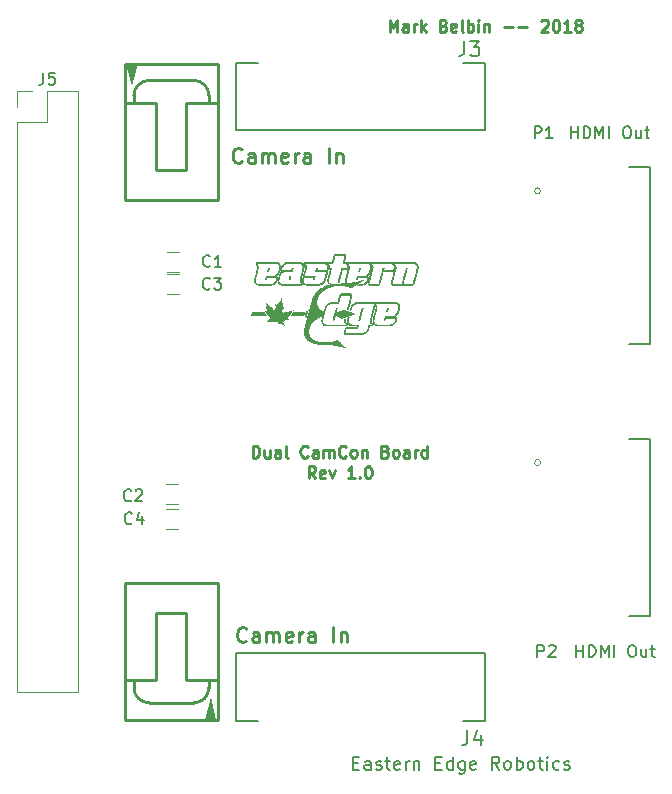
<source format=gto>
G04 #@! TF.GenerationSoftware,KiCad,Pcbnew,(5.0.0)*
G04 #@! TF.CreationDate,2018-11-03T21:33:58-02:30*
G04 #@! TF.ProjectId,Dual CamCon,4475616C2043616D436F6E2E6B696361,rev?*
G04 #@! TF.SameCoordinates,Original*
G04 #@! TF.FileFunction,Legend,Top*
G04 #@! TF.FilePolarity,Positive*
%FSLAX46Y46*%
G04 Gerber Fmt 4.6, Leading zero omitted, Abs format (unit mm)*
G04 Created by KiCad (PCBNEW (5.0.0)) date 11/03/18 21:33:58*
%MOMM*%
%LPD*%
G01*
G04 APERTURE LIST*
%ADD10C,0.200000*%
%ADD11C,0.250000*%
%ADD12C,0.120000*%
%ADD13C,0.100000*%
%ADD14C,0.254000*%
%ADD15C,0.152400*%
%ADD16C,0.127000*%
%ADD17C,0.150000*%
G04 APERTURE END LIST*
D10*
X129389983Y-98915808D02*
X129756650Y-98915808D01*
X129913793Y-99491999D02*
X129389983Y-99491999D01*
X129389983Y-98391999D01*
X129913793Y-98391999D01*
X130856650Y-99491999D02*
X130856650Y-98915808D01*
X130804269Y-98811046D01*
X130699507Y-98758665D01*
X130489983Y-98758665D01*
X130385221Y-98811046D01*
X130856650Y-99439618D02*
X130751888Y-99491999D01*
X130489983Y-99491999D01*
X130385221Y-99439618D01*
X130332840Y-99334856D01*
X130332840Y-99230094D01*
X130385221Y-99125332D01*
X130489983Y-99072951D01*
X130751888Y-99072951D01*
X130856650Y-99020570D01*
X131328079Y-99439618D02*
X131432840Y-99491999D01*
X131642364Y-99491999D01*
X131747126Y-99439618D01*
X131799507Y-99334856D01*
X131799507Y-99282475D01*
X131747126Y-99177713D01*
X131642364Y-99125332D01*
X131485221Y-99125332D01*
X131380460Y-99072951D01*
X131328079Y-98968189D01*
X131328079Y-98915808D01*
X131380460Y-98811046D01*
X131485221Y-98758665D01*
X131642364Y-98758665D01*
X131747126Y-98811046D01*
X132113793Y-98758665D02*
X132532840Y-98758665D01*
X132270936Y-98391999D02*
X132270936Y-99334856D01*
X132323317Y-99439618D01*
X132428079Y-99491999D01*
X132532840Y-99491999D01*
X133318555Y-99439618D02*
X133213793Y-99491999D01*
X133004269Y-99491999D01*
X132899507Y-99439618D01*
X132847126Y-99334856D01*
X132847126Y-98915808D01*
X132899507Y-98811046D01*
X133004269Y-98758665D01*
X133213793Y-98758665D01*
X133318555Y-98811046D01*
X133370936Y-98915808D01*
X133370936Y-99020570D01*
X132847126Y-99125332D01*
X133842364Y-99491999D02*
X133842364Y-98758665D01*
X133842364Y-98968189D02*
X133894745Y-98863427D01*
X133947126Y-98811046D01*
X134051888Y-98758665D01*
X134156650Y-98758665D01*
X134523317Y-98758665D02*
X134523317Y-99491999D01*
X134523317Y-98863427D02*
X134575698Y-98811046D01*
X134680460Y-98758665D01*
X134837602Y-98758665D01*
X134942364Y-98811046D01*
X134994745Y-98915808D01*
X134994745Y-99491999D01*
X136356650Y-98915808D02*
X136723317Y-98915808D01*
X136880460Y-99491999D02*
X136356650Y-99491999D01*
X136356650Y-98391999D01*
X136880460Y-98391999D01*
X137823317Y-99491999D02*
X137823317Y-98391999D01*
X137823317Y-99439618D02*
X137718555Y-99491999D01*
X137509031Y-99491999D01*
X137404269Y-99439618D01*
X137351888Y-99387237D01*
X137299507Y-99282475D01*
X137299507Y-98968189D01*
X137351888Y-98863427D01*
X137404269Y-98811046D01*
X137509031Y-98758665D01*
X137718555Y-98758665D01*
X137823317Y-98811046D01*
X138818555Y-98758665D02*
X138818555Y-99649141D01*
X138766174Y-99753903D01*
X138713793Y-99806284D01*
X138609031Y-99858665D01*
X138451888Y-99858665D01*
X138347126Y-99806284D01*
X138818555Y-99439618D02*
X138713793Y-99491999D01*
X138504269Y-99491999D01*
X138399507Y-99439618D01*
X138347126Y-99387237D01*
X138294745Y-99282475D01*
X138294745Y-98968189D01*
X138347126Y-98863427D01*
X138399507Y-98811046D01*
X138504269Y-98758665D01*
X138713793Y-98758665D01*
X138818555Y-98811046D01*
X139761412Y-99439618D02*
X139656650Y-99491999D01*
X139447126Y-99491999D01*
X139342364Y-99439618D01*
X139289983Y-99334856D01*
X139289983Y-98915808D01*
X139342364Y-98811046D01*
X139447126Y-98758665D01*
X139656650Y-98758665D01*
X139761412Y-98811046D01*
X139813793Y-98915808D01*
X139813793Y-99020570D01*
X139289983Y-99125332D01*
X141751888Y-99491999D02*
X141385221Y-98968189D01*
X141123317Y-99491999D02*
X141123317Y-98391999D01*
X141542364Y-98391999D01*
X141647126Y-98444380D01*
X141699507Y-98496760D01*
X141751888Y-98601522D01*
X141751888Y-98758665D01*
X141699507Y-98863427D01*
X141647126Y-98915808D01*
X141542364Y-98968189D01*
X141123317Y-98968189D01*
X142380460Y-99491999D02*
X142275698Y-99439618D01*
X142223317Y-99387237D01*
X142170936Y-99282475D01*
X142170936Y-98968189D01*
X142223317Y-98863427D01*
X142275698Y-98811046D01*
X142380460Y-98758665D01*
X142537602Y-98758665D01*
X142642364Y-98811046D01*
X142694745Y-98863427D01*
X142747126Y-98968189D01*
X142747126Y-99282475D01*
X142694745Y-99387237D01*
X142642364Y-99439618D01*
X142537602Y-99491999D01*
X142380460Y-99491999D01*
X143218555Y-99491999D02*
X143218555Y-98391999D01*
X143218555Y-98811046D02*
X143323317Y-98758665D01*
X143532840Y-98758665D01*
X143637602Y-98811046D01*
X143689983Y-98863427D01*
X143742364Y-98968189D01*
X143742364Y-99282475D01*
X143689983Y-99387237D01*
X143637602Y-99439618D01*
X143532840Y-99491999D01*
X143323317Y-99491999D01*
X143218555Y-99439618D01*
X144370936Y-99491999D02*
X144266174Y-99439618D01*
X144213793Y-99387237D01*
X144161412Y-99282475D01*
X144161412Y-98968189D01*
X144213793Y-98863427D01*
X144266174Y-98811046D01*
X144370936Y-98758665D01*
X144528079Y-98758665D01*
X144632840Y-98811046D01*
X144685221Y-98863427D01*
X144737602Y-98968189D01*
X144737602Y-99282475D01*
X144685221Y-99387237D01*
X144632840Y-99439618D01*
X144528079Y-99491999D01*
X144370936Y-99491999D01*
X145051888Y-98758665D02*
X145470936Y-98758665D01*
X145209031Y-98391999D02*
X145209031Y-99334856D01*
X145261412Y-99439618D01*
X145366174Y-99491999D01*
X145470936Y-99491999D01*
X145837602Y-99491999D02*
X145837602Y-98758665D01*
X145837602Y-98391999D02*
X145785221Y-98444380D01*
X145837602Y-98496760D01*
X145889983Y-98444380D01*
X145837602Y-98391999D01*
X145837602Y-98496760D01*
X146832840Y-99439618D02*
X146728079Y-99491999D01*
X146518555Y-99491999D01*
X146413793Y-99439618D01*
X146361412Y-99387237D01*
X146309031Y-99282475D01*
X146309031Y-98968189D01*
X146361412Y-98863427D01*
X146413793Y-98811046D01*
X146518555Y-98758665D01*
X146728079Y-98758665D01*
X146832840Y-98811046D01*
X147251888Y-99439618D02*
X147356650Y-99491999D01*
X147566174Y-99491999D01*
X147670936Y-99439618D01*
X147723317Y-99334856D01*
X147723317Y-99282475D01*
X147670936Y-99177713D01*
X147566174Y-99125332D01*
X147409031Y-99125332D01*
X147304269Y-99072951D01*
X147251888Y-98968189D01*
X147251888Y-98915808D01*
X147304269Y-98811046D01*
X147409031Y-98758665D01*
X147566174Y-98758665D01*
X147670936Y-98811046D01*
D11*
X120874507Y-73071760D02*
X120874507Y-72071760D01*
X121112602Y-72071760D01*
X121255460Y-72119380D01*
X121350698Y-72214618D01*
X121398317Y-72309856D01*
X121445936Y-72500332D01*
X121445936Y-72643189D01*
X121398317Y-72833665D01*
X121350698Y-72928903D01*
X121255460Y-73024141D01*
X121112602Y-73071760D01*
X120874507Y-73071760D01*
X122303079Y-72405094D02*
X122303079Y-73071760D01*
X121874507Y-72405094D02*
X121874507Y-72928903D01*
X121922126Y-73024141D01*
X122017364Y-73071760D01*
X122160221Y-73071760D01*
X122255460Y-73024141D01*
X122303079Y-72976522D01*
X123207840Y-73071760D02*
X123207840Y-72547951D01*
X123160221Y-72452713D01*
X123064983Y-72405094D01*
X122874507Y-72405094D01*
X122779269Y-72452713D01*
X123207840Y-73024141D02*
X123112602Y-73071760D01*
X122874507Y-73071760D01*
X122779269Y-73024141D01*
X122731650Y-72928903D01*
X122731650Y-72833665D01*
X122779269Y-72738427D01*
X122874507Y-72690808D01*
X123112602Y-72690808D01*
X123207840Y-72643189D01*
X123826888Y-73071760D02*
X123731650Y-73024141D01*
X123684031Y-72928903D01*
X123684031Y-72071760D01*
X125541174Y-72976522D02*
X125493555Y-73024141D01*
X125350698Y-73071760D01*
X125255460Y-73071760D01*
X125112602Y-73024141D01*
X125017364Y-72928903D01*
X124969745Y-72833665D01*
X124922126Y-72643189D01*
X124922126Y-72500332D01*
X124969745Y-72309856D01*
X125017364Y-72214618D01*
X125112602Y-72119380D01*
X125255460Y-72071760D01*
X125350698Y-72071760D01*
X125493555Y-72119380D01*
X125541174Y-72166999D01*
X126398317Y-73071760D02*
X126398317Y-72547951D01*
X126350698Y-72452713D01*
X126255460Y-72405094D01*
X126064983Y-72405094D01*
X125969745Y-72452713D01*
X126398317Y-73024141D02*
X126303079Y-73071760D01*
X126064983Y-73071760D01*
X125969745Y-73024141D01*
X125922126Y-72928903D01*
X125922126Y-72833665D01*
X125969745Y-72738427D01*
X126064983Y-72690808D01*
X126303079Y-72690808D01*
X126398317Y-72643189D01*
X126874507Y-73071760D02*
X126874507Y-72405094D01*
X126874507Y-72500332D02*
X126922126Y-72452713D01*
X127017364Y-72405094D01*
X127160221Y-72405094D01*
X127255460Y-72452713D01*
X127303079Y-72547951D01*
X127303079Y-73071760D01*
X127303079Y-72547951D02*
X127350698Y-72452713D01*
X127445936Y-72405094D01*
X127588793Y-72405094D01*
X127684031Y-72452713D01*
X127731650Y-72547951D01*
X127731650Y-73071760D01*
X128779269Y-72976522D02*
X128731650Y-73024141D01*
X128588793Y-73071760D01*
X128493555Y-73071760D01*
X128350698Y-73024141D01*
X128255460Y-72928903D01*
X128207840Y-72833665D01*
X128160221Y-72643189D01*
X128160221Y-72500332D01*
X128207840Y-72309856D01*
X128255460Y-72214618D01*
X128350698Y-72119380D01*
X128493555Y-72071760D01*
X128588793Y-72071760D01*
X128731650Y-72119380D01*
X128779269Y-72166999D01*
X129350698Y-73071760D02*
X129255460Y-73024141D01*
X129207840Y-72976522D01*
X129160221Y-72881284D01*
X129160221Y-72595570D01*
X129207840Y-72500332D01*
X129255460Y-72452713D01*
X129350698Y-72405094D01*
X129493555Y-72405094D01*
X129588793Y-72452713D01*
X129636412Y-72500332D01*
X129684031Y-72595570D01*
X129684031Y-72881284D01*
X129636412Y-72976522D01*
X129588793Y-73024141D01*
X129493555Y-73071760D01*
X129350698Y-73071760D01*
X130112602Y-72405094D02*
X130112602Y-73071760D01*
X130112602Y-72500332D02*
X130160221Y-72452713D01*
X130255460Y-72405094D01*
X130398317Y-72405094D01*
X130493555Y-72452713D01*
X130541174Y-72547951D01*
X130541174Y-73071760D01*
X132112602Y-72547951D02*
X132255460Y-72595570D01*
X132303079Y-72643189D01*
X132350698Y-72738427D01*
X132350698Y-72881284D01*
X132303079Y-72976522D01*
X132255460Y-73024141D01*
X132160221Y-73071760D01*
X131779269Y-73071760D01*
X131779269Y-72071760D01*
X132112602Y-72071760D01*
X132207840Y-72119380D01*
X132255460Y-72166999D01*
X132303079Y-72262237D01*
X132303079Y-72357475D01*
X132255460Y-72452713D01*
X132207840Y-72500332D01*
X132112602Y-72547951D01*
X131779269Y-72547951D01*
X132922126Y-73071760D02*
X132826888Y-73024141D01*
X132779269Y-72976522D01*
X132731650Y-72881284D01*
X132731650Y-72595570D01*
X132779269Y-72500332D01*
X132826888Y-72452713D01*
X132922126Y-72405094D01*
X133064983Y-72405094D01*
X133160221Y-72452713D01*
X133207840Y-72500332D01*
X133255460Y-72595570D01*
X133255460Y-72881284D01*
X133207840Y-72976522D01*
X133160221Y-73024141D01*
X133064983Y-73071760D01*
X132922126Y-73071760D01*
X134112602Y-73071760D02*
X134112602Y-72547951D01*
X134064983Y-72452713D01*
X133969745Y-72405094D01*
X133779269Y-72405094D01*
X133684031Y-72452713D01*
X134112602Y-73024141D02*
X134017364Y-73071760D01*
X133779269Y-73071760D01*
X133684031Y-73024141D01*
X133636412Y-72928903D01*
X133636412Y-72833665D01*
X133684031Y-72738427D01*
X133779269Y-72690808D01*
X134017364Y-72690808D01*
X134112602Y-72643189D01*
X134588793Y-73071760D02*
X134588793Y-72405094D01*
X134588793Y-72595570D02*
X134636412Y-72500332D01*
X134684031Y-72452713D01*
X134779269Y-72405094D01*
X134874507Y-72405094D01*
X135636412Y-73071760D02*
X135636412Y-72071760D01*
X135636412Y-73024141D02*
X135541174Y-73071760D01*
X135350698Y-73071760D01*
X135255460Y-73024141D01*
X135207840Y-72976522D01*
X135160221Y-72881284D01*
X135160221Y-72595570D01*
X135207840Y-72500332D01*
X135255460Y-72452713D01*
X135350698Y-72405094D01*
X135541174Y-72405094D01*
X135636412Y-72452713D01*
X126184031Y-74821760D02*
X125850698Y-74345570D01*
X125612602Y-74821760D02*
X125612602Y-73821760D01*
X125993555Y-73821760D01*
X126088793Y-73869380D01*
X126136412Y-73916999D01*
X126184031Y-74012237D01*
X126184031Y-74155094D01*
X126136412Y-74250332D01*
X126088793Y-74297951D01*
X125993555Y-74345570D01*
X125612602Y-74345570D01*
X126993555Y-74774141D02*
X126898317Y-74821760D01*
X126707840Y-74821760D01*
X126612602Y-74774141D01*
X126564983Y-74678903D01*
X126564983Y-74297951D01*
X126612602Y-74202713D01*
X126707840Y-74155094D01*
X126898317Y-74155094D01*
X126993555Y-74202713D01*
X127041174Y-74297951D01*
X127041174Y-74393189D01*
X126564983Y-74488427D01*
X127374507Y-74155094D02*
X127612602Y-74821760D01*
X127850698Y-74155094D01*
X129517364Y-74821760D02*
X128945936Y-74821760D01*
X129231650Y-74821760D02*
X129231650Y-73821760D01*
X129136412Y-73964618D01*
X129041174Y-74059856D01*
X128945936Y-74107475D01*
X129945936Y-74726522D02*
X129993555Y-74774141D01*
X129945936Y-74821760D01*
X129898317Y-74774141D01*
X129945936Y-74726522D01*
X129945936Y-74821760D01*
X130612602Y-73821760D02*
X130707840Y-73821760D01*
X130803079Y-73869380D01*
X130850698Y-73916999D01*
X130898317Y-74012237D01*
X130945936Y-74202713D01*
X130945936Y-74440808D01*
X130898317Y-74631284D01*
X130850698Y-74726522D01*
X130803079Y-74774141D01*
X130707840Y-74821760D01*
X130612602Y-74821760D01*
X130517364Y-74774141D01*
X130469745Y-74726522D01*
X130422126Y-74631284D01*
X130374507Y-74440808D01*
X130374507Y-74202713D01*
X130422126Y-74012237D01*
X130469745Y-73916999D01*
X130517364Y-73869380D01*
X130612602Y-73821760D01*
X132467412Y-37020760D02*
X132467412Y-36020760D01*
X132800745Y-36735046D01*
X133134079Y-36020760D01*
X133134079Y-37020760D01*
X134038840Y-37020760D02*
X134038840Y-36496951D01*
X133991221Y-36401713D01*
X133895983Y-36354094D01*
X133705507Y-36354094D01*
X133610269Y-36401713D01*
X134038840Y-36973141D02*
X133943602Y-37020760D01*
X133705507Y-37020760D01*
X133610269Y-36973141D01*
X133562650Y-36877903D01*
X133562650Y-36782665D01*
X133610269Y-36687427D01*
X133705507Y-36639808D01*
X133943602Y-36639808D01*
X134038840Y-36592189D01*
X134515031Y-37020760D02*
X134515031Y-36354094D01*
X134515031Y-36544570D02*
X134562650Y-36449332D01*
X134610269Y-36401713D01*
X134705507Y-36354094D01*
X134800745Y-36354094D01*
X135134079Y-37020760D02*
X135134079Y-36020760D01*
X135229317Y-36639808D02*
X135515031Y-37020760D01*
X135515031Y-36354094D02*
X135134079Y-36735046D01*
X137038840Y-36496951D02*
X137181698Y-36544570D01*
X137229317Y-36592189D01*
X137276936Y-36687427D01*
X137276936Y-36830284D01*
X137229317Y-36925522D01*
X137181698Y-36973141D01*
X137086460Y-37020760D01*
X136705507Y-37020760D01*
X136705507Y-36020760D01*
X137038840Y-36020760D01*
X137134079Y-36068380D01*
X137181698Y-36115999D01*
X137229317Y-36211237D01*
X137229317Y-36306475D01*
X137181698Y-36401713D01*
X137134079Y-36449332D01*
X137038840Y-36496951D01*
X136705507Y-36496951D01*
X138086460Y-36973141D02*
X137991221Y-37020760D01*
X137800745Y-37020760D01*
X137705507Y-36973141D01*
X137657888Y-36877903D01*
X137657888Y-36496951D01*
X137705507Y-36401713D01*
X137800745Y-36354094D01*
X137991221Y-36354094D01*
X138086460Y-36401713D01*
X138134079Y-36496951D01*
X138134079Y-36592189D01*
X137657888Y-36687427D01*
X138705507Y-37020760D02*
X138610269Y-36973141D01*
X138562650Y-36877903D01*
X138562650Y-36020760D01*
X139086460Y-37020760D02*
X139086460Y-36020760D01*
X139086460Y-36401713D02*
X139181698Y-36354094D01*
X139372174Y-36354094D01*
X139467412Y-36401713D01*
X139515031Y-36449332D01*
X139562650Y-36544570D01*
X139562650Y-36830284D01*
X139515031Y-36925522D01*
X139467412Y-36973141D01*
X139372174Y-37020760D01*
X139181698Y-37020760D01*
X139086460Y-36973141D01*
X139991221Y-37020760D02*
X139991221Y-36354094D01*
X139991221Y-36020760D02*
X139943602Y-36068380D01*
X139991221Y-36115999D01*
X140038840Y-36068380D01*
X139991221Y-36020760D01*
X139991221Y-36115999D01*
X140467412Y-36354094D02*
X140467412Y-37020760D01*
X140467412Y-36449332D02*
X140515031Y-36401713D01*
X140610269Y-36354094D01*
X140753126Y-36354094D01*
X140848364Y-36401713D01*
X140895983Y-36496951D01*
X140895983Y-37020760D01*
X142134079Y-36639808D02*
X142895983Y-36639808D01*
X143372174Y-36639808D02*
X144134079Y-36639808D01*
X145324555Y-36115999D02*
X145372174Y-36068380D01*
X145467412Y-36020760D01*
X145705507Y-36020760D01*
X145800745Y-36068380D01*
X145848364Y-36115999D01*
X145895983Y-36211237D01*
X145895983Y-36306475D01*
X145848364Y-36449332D01*
X145276936Y-37020760D01*
X145895983Y-37020760D01*
X146515031Y-36020760D02*
X146610269Y-36020760D01*
X146705507Y-36068380D01*
X146753126Y-36115999D01*
X146800745Y-36211237D01*
X146848364Y-36401713D01*
X146848364Y-36639808D01*
X146800745Y-36830284D01*
X146753126Y-36925522D01*
X146705507Y-36973141D01*
X146610269Y-37020760D01*
X146515031Y-37020760D01*
X146419793Y-36973141D01*
X146372174Y-36925522D01*
X146324555Y-36830284D01*
X146276936Y-36639808D01*
X146276936Y-36401713D01*
X146324555Y-36211237D01*
X146372174Y-36115999D01*
X146419793Y-36068380D01*
X146515031Y-36020760D01*
X147800745Y-37020760D02*
X147229317Y-37020760D01*
X147515031Y-37020760D02*
X147515031Y-36020760D01*
X147419793Y-36163618D01*
X147324555Y-36258856D01*
X147229317Y-36306475D01*
X148372174Y-36449332D02*
X148276936Y-36401713D01*
X148229317Y-36354094D01*
X148181698Y-36258856D01*
X148181698Y-36211237D01*
X148229317Y-36115999D01*
X148276936Y-36068380D01*
X148372174Y-36020760D01*
X148562650Y-36020760D01*
X148657888Y-36068380D01*
X148705507Y-36115999D01*
X148753126Y-36211237D01*
X148753126Y-36258856D01*
X148705507Y-36354094D01*
X148657888Y-36401713D01*
X148562650Y-36449332D01*
X148372174Y-36449332D01*
X148276936Y-36496951D01*
X148229317Y-36544570D01*
X148181698Y-36639808D01*
X148181698Y-36830284D01*
X148229317Y-36925522D01*
X148276936Y-36973141D01*
X148372174Y-37020760D01*
X148562650Y-37020760D01*
X148657888Y-36973141D01*
X148705507Y-36925522D01*
X148753126Y-36830284D01*
X148753126Y-36639808D01*
X148705507Y-36544570D01*
X148657888Y-36496951D01*
X148562650Y-36449332D01*
D12*
G04 #@! TO.C,J5*
X100900000Y-92960000D02*
X106100000Y-92960000D01*
X100900000Y-44640000D02*
X100900000Y-92960000D01*
X106100000Y-42040000D02*
X106100000Y-92960000D01*
X100900000Y-44640000D02*
X103500000Y-44640000D01*
X103500000Y-44640000D02*
X103500000Y-42040000D01*
X103500000Y-42040000D02*
X106100000Y-42040000D01*
X100900000Y-43370000D02*
X100900000Y-42040000D01*
X100900000Y-42040000D02*
X102230000Y-42040000D01*
D13*
G04 #@! TO.C,J1*
G36*
X110190000Y-39720580D02*
X110666200Y-41625480D01*
X111142500Y-39720580D01*
X110190000Y-39720580D01*
G37*
D14*
X117968800Y-51309380D02*
X117968800Y-43054380D01*
X110031200Y-51309380D02*
X117968800Y-51309380D01*
X110031200Y-43054380D02*
X110031200Y-51309380D01*
X117175000Y-42419380D02*
X117175000Y-43054380D01*
X117175000Y-42419380D02*
G75*
G03X115905000Y-41149380I-1270000J0D01*
G01*
X112095000Y-41149380D02*
X115905000Y-41149380D01*
X112095000Y-41149380D02*
G75*
G03X110825000Y-42419380I0J-1270000D01*
G01*
X110825000Y-43054380D02*
X110825000Y-42419380D01*
X117968800Y-43054380D02*
X117968800Y-39720580D01*
X117175000Y-43054380D02*
X117968800Y-43054380D01*
X115270000Y-43054380D02*
X117175000Y-43054380D01*
X110825000Y-43054380D02*
X112730000Y-43054380D01*
X110031200Y-43054380D02*
X110825000Y-43054380D01*
X110031200Y-39720580D02*
X110031200Y-43054380D01*
X115270000Y-48769380D02*
X115270000Y-43054380D01*
X112730000Y-48769380D02*
X115270000Y-48769380D01*
X112730000Y-43054380D02*
X112730000Y-48769380D01*
X117968800Y-39720580D02*
X110031200Y-39720580D01*
D15*
G04 #@! TO.C,J4*
X119484400Y-95358400D02*
X121338600Y-95358400D01*
X140515600Y-95358400D02*
X140515600Y-89618000D01*
X140515600Y-89618000D02*
X119484400Y-89618000D01*
X119484400Y-89618000D02*
X119484400Y-95358400D01*
X138661400Y-95358400D02*
X140515600Y-95358400D01*
G04 #@! TO.C,J3*
X140515600Y-39641600D02*
X138661400Y-39641600D01*
X119484400Y-39641600D02*
X119484400Y-45382000D01*
X119484400Y-45382000D02*
X140515600Y-45382000D01*
X140515600Y-45382000D02*
X140515600Y-39641600D01*
X121338600Y-39641600D02*
X119484400Y-39641600D01*
D12*
G04 #@! TO.C,C1*
X113630460Y-57344380D02*
X114630460Y-57344380D01*
X114630460Y-55644380D02*
X113630460Y-55644380D01*
G04 #@! TO.C,C2*
X114530460Y-75344380D02*
X113530460Y-75344380D01*
X113530460Y-77044380D02*
X114530460Y-77044380D01*
G04 #@! TO.C,C3*
X113630460Y-59244380D02*
X114630460Y-59244380D01*
X114630460Y-57544380D02*
X113630460Y-57544380D01*
G04 #@! TO.C,C4*
X114555460Y-77419380D02*
X113555460Y-77419380D01*
X113555460Y-79119380D02*
X114555460Y-79119380D01*
D13*
G04 #@! TO.C,*
G36*
X127842960Y-55856880D02*
X128717960Y-55856880D01*
X128717960Y-55831880D01*
X127842960Y-55831880D01*
X127842960Y-55856880D01*
G37*
G36*
X127792960Y-55881880D02*
X128767960Y-55881880D01*
X128767960Y-55856880D01*
X127792960Y-55856880D01*
X127792960Y-55881880D01*
G37*
G36*
X127767960Y-55906880D02*
X128792960Y-55906880D01*
X128792960Y-55881880D01*
X127767960Y-55881880D01*
X127767960Y-55906880D01*
G37*
G36*
X127742960Y-55931880D02*
X128792960Y-55931880D01*
X128792960Y-55906880D01*
X127742960Y-55906880D01*
X127742960Y-55931880D01*
G37*
G36*
X127742960Y-55956880D02*
X128792960Y-55956880D01*
X128792960Y-55931880D01*
X127742960Y-55931880D01*
X127742960Y-55956880D01*
G37*
G36*
X127742960Y-55981880D02*
X128817960Y-55981880D01*
X128817960Y-55956880D01*
X127742960Y-55956880D01*
X127742960Y-55981880D01*
G37*
G36*
X128667960Y-56006880D02*
X128817960Y-56006880D01*
X128817960Y-55981880D01*
X128667960Y-55981880D01*
X128667960Y-56006880D01*
G37*
G36*
X127717960Y-56006880D02*
X127892960Y-56006880D01*
X127892960Y-55981880D01*
X127717960Y-55981880D01*
X127717960Y-56006880D01*
G37*
G36*
X128667960Y-56031880D02*
X128817960Y-56031880D01*
X128817960Y-56006880D01*
X128667960Y-56006880D01*
X128667960Y-56031880D01*
G37*
G36*
X127717960Y-56031880D02*
X127892960Y-56031880D01*
X127892960Y-56006880D01*
X127717960Y-56006880D01*
X127717960Y-56031880D01*
G37*
G36*
X128642960Y-56056880D02*
X128817960Y-56056880D01*
X128817960Y-56031880D01*
X128642960Y-56031880D01*
X128642960Y-56056880D01*
G37*
G36*
X127717960Y-56056880D02*
X127867960Y-56056880D01*
X127867960Y-56031880D01*
X127717960Y-56031880D01*
X127717960Y-56056880D01*
G37*
G36*
X128642960Y-56081880D02*
X128792960Y-56081880D01*
X128792960Y-56056880D01*
X128642960Y-56056880D01*
X128642960Y-56081880D01*
G37*
G36*
X127717960Y-56081880D02*
X127867960Y-56081880D01*
X127867960Y-56056880D01*
X127717960Y-56056880D01*
X127717960Y-56081880D01*
G37*
G36*
X128642960Y-56106880D02*
X128792960Y-56106880D01*
X128792960Y-56081880D01*
X128642960Y-56081880D01*
X128642960Y-56106880D01*
G37*
G36*
X127692960Y-56106880D02*
X127867960Y-56106880D01*
X127867960Y-56081880D01*
X127692960Y-56081880D01*
X127692960Y-56106880D01*
G37*
G36*
X128642960Y-56131880D02*
X128792960Y-56131880D01*
X128792960Y-56106880D01*
X128642960Y-56106880D01*
X128642960Y-56131880D01*
G37*
G36*
X127692960Y-56131880D02*
X127867960Y-56131880D01*
X127867960Y-56106880D01*
X127692960Y-56106880D01*
X127692960Y-56131880D01*
G37*
G36*
X128617960Y-56156880D02*
X128792960Y-56156880D01*
X128792960Y-56131880D01*
X128617960Y-56131880D01*
X128617960Y-56156880D01*
G37*
G36*
X127692960Y-56156880D02*
X127842960Y-56156880D01*
X127842960Y-56131880D01*
X127692960Y-56131880D01*
X127692960Y-56156880D01*
G37*
G36*
X128617960Y-56181880D02*
X128767960Y-56181880D01*
X128767960Y-56156880D01*
X128617960Y-56156880D01*
X128617960Y-56181880D01*
G37*
G36*
X127692960Y-56181880D02*
X127842960Y-56181880D01*
X127842960Y-56156880D01*
X127692960Y-56156880D01*
X127692960Y-56181880D01*
G37*
G36*
X128617960Y-56206880D02*
X128767960Y-56206880D01*
X128767960Y-56181880D01*
X128617960Y-56181880D01*
X128617960Y-56206880D01*
G37*
G36*
X127667960Y-56206880D02*
X127842960Y-56206880D01*
X127842960Y-56181880D01*
X127667960Y-56181880D01*
X127667960Y-56206880D01*
G37*
G36*
X128592960Y-56231880D02*
X128767960Y-56231880D01*
X128767960Y-56206880D01*
X128592960Y-56206880D01*
X128592960Y-56231880D01*
G37*
G36*
X127667960Y-56231880D02*
X127842960Y-56231880D01*
X127842960Y-56206880D01*
X127667960Y-56206880D01*
X127667960Y-56231880D01*
G37*
G36*
X128592960Y-56256880D02*
X128767960Y-56256880D01*
X128767960Y-56231880D01*
X128592960Y-56231880D01*
X128592960Y-56256880D01*
G37*
G36*
X127667960Y-56256880D02*
X127817960Y-56256880D01*
X127817960Y-56231880D01*
X127667960Y-56231880D01*
X127667960Y-56256880D01*
G37*
G36*
X128592960Y-56281880D02*
X128742960Y-56281880D01*
X128742960Y-56256880D01*
X128592960Y-56256880D01*
X128592960Y-56281880D01*
G37*
G36*
X127667960Y-56281880D02*
X127817960Y-56281880D01*
X127817960Y-56256880D01*
X127667960Y-56256880D01*
X127667960Y-56281880D01*
G37*
G36*
X128592960Y-56306880D02*
X128742960Y-56306880D01*
X128742960Y-56281880D01*
X128592960Y-56281880D01*
X128592960Y-56306880D01*
G37*
G36*
X127642960Y-56306880D02*
X127817960Y-56306880D01*
X127817960Y-56281880D01*
X127642960Y-56281880D01*
X127642960Y-56306880D01*
G37*
G36*
X128567960Y-56331880D02*
X128742960Y-56331880D01*
X128742960Y-56306880D01*
X128567960Y-56306880D01*
X128567960Y-56331880D01*
G37*
G36*
X127642960Y-56331880D02*
X127792960Y-56331880D01*
X127792960Y-56306880D01*
X127642960Y-56306880D01*
X127642960Y-56331880D01*
G37*
G36*
X128567960Y-56356880D02*
X128742960Y-56356880D01*
X128742960Y-56331880D01*
X128567960Y-56331880D01*
X128567960Y-56356880D01*
G37*
G36*
X127642960Y-56356880D02*
X127792960Y-56356880D01*
X127792960Y-56331880D01*
X127642960Y-56331880D01*
X127642960Y-56356880D01*
G37*
G36*
X128567960Y-56381880D02*
X128717960Y-56381880D01*
X128717960Y-56356880D01*
X128567960Y-56356880D01*
X128567960Y-56381880D01*
G37*
G36*
X127617960Y-56381880D02*
X127792960Y-56381880D01*
X127792960Y-56356880D01*
X127617960Y-56356880D01*
X127617960Y-56381880D01*
G37*
G36*
X128567960Y-56406880D02*
X128717960Y-56406880D01*
X128717960Y-56381880D01*
X128567960Y-56381880D01*
X128567960Y-56406880D01*
G37*
G36*
X127617960Y-56406880D02*
X127792960Y-56406880D01*
X127792960Y-56381880D01*
X127617960Y-56381880D01*
X127617960Y-56406880D01*
G37*
G36*
X128542960Y-56431880D02*
X128717960Y-56431880D01*
X128717960Y-56406880D01*
X128542960Y-56406880D01*
X128542960Y-56431880D01*
G37*
G36*
X127617960Y-56431880D02*
X127767960Y-56431880D01*
X127767960Y-56406880D01*
X127617960Y-56406880D01*
X127617960Y-56431880D01*
G37*
G36*
X128542960Y-56456880D02*
X128717960Y-56456880D01*
X128717960Y-56431880D01*
X128542960Y-56431880D01*
X128542960Y-56456880D01*
G37*
G36*
X127617960Y-56456880D02*
X127767960Y-56456880D01*
X127767960Y-56431880D01*
X127617960Y-56431880D01*
X127617960Y-56456880D01*
G37*
G36*
X128542960Y-56481880D02*
X128692960Y-56481880D01*
X128692960Y-56456880D01*
X128542960Y-56456880D01*
X128542960Y-56481880D01*
G37*
G36*
X127592960Y-56481880D02*
X127767960Y-56481880D01*
X127767960Y-56456880D01*
X127592960Y-56456880D01*
X127592960Y-56481880D01*
G37*
G36*
X128517960Y-56506880D02*
X128692960Y-56506880D01*
X128692960Y-56481880D01*
X128517960Y-56481880D01*
X128517960Y-56506880D01*
G37*
G36*
X127592960Y-56506880D02*
X127767960Y-56506880D01*
X127767960Y-56481880D01*
X127592960Y-56481880D01*
X127592960Y-56506880D01*
G37*
G36*
X128517960Y-56531880D02*
X128692960Y-56531880D01*
X128692960Y-56506880D01*
X128517960Y-56506880D01*
X128517960Y-56531880D01*
G37*
G36*
X127592960Y-56531880D02*
X127742960Y-56531880D01*
X127742960Y-56506880D01*
X127592960Y-56506880D01*
X127592960Y-56531880D01*
G37*
G36*
X132817960Y-56556880D02*
X134667960Y-56556880D01*
X134667960Y-56531880D01*
X132817960Y-56531880D01*
X132817960Y-56556880D01*
G37*
G36*
X130867960Y-56556880D02*
X132717960Y-56556880D01*
X132717960Y-56531880D01*
X130867960Y-56531880D01*
X130867960Y-56556880D01*
G37*
G36*
X128867960Y-56556880D02*
X130717960Y-56556880D01*
X130717960Y-56531880D01*
X128867960Y-56531880D01*
X128867960Y-56556880D01*
G37*
G36*
X128517960Y-56556880D02*
X128742960Y-56556880D01*
X128742960Y-56531880D01*
X128517960Y-56531880D01*
X128517960Y-56556880D01*
G37*
G36*
X127192960Y-56556880D02*
X127742960Y-56556880D01*
X127742960Y-56531880D01*
X127192960Y-56531880D01*
X127192960Y-56556880D01*
G37*
G36*
X125217960Y-56556880D02*
X127067960Y-56556880D01*
X127067960Y-56531880D01*
X125217960Y-56531880D01*
X125217960Y-56556880D01*
G37*
G36*
X123717960Y-56556880D02*
X124967960Y-56556880D01*
X124967960Y-56531880D01*
X123717960Y-56531880D01*
X123717960Y-56556880D01*
G37*
G36*
X121167960Y-56556880D02*
X123017960Y-56556880D01*
X123017960Y-56531880D01*
X121167960Y-56531880D01*
X121167960Y-56556880D01*
G37*
G36*
X130842960Y-56581880D02*
X134717960Y-56581880D01*
X134717960Y-56556880D01*
X130842960Y-56556880D01*
X130842960Y-56581880D01*
G37*
G36*
X128517960Y-56581880D02*
X130792960Y-56581880D01*
X130792960Y-56556880D01*
X128517960Y-56556880D01*
X128517960Y-56581880D01*
G37*
G36*
X125192960Y-56581880D02*
X127742960Y-56581880D01*
X127742960Y-56556880D01*
X125192960Y-56556880D01*
X125192960Y-56581880D01*
G37*
G36*
X123642960Y-56581880D02*
X125042960Y-56581880D01*
X125042960Y-56556880D01*
X123642960Y-56556880D01*
X123642960Y-56581880D01*
G37*
G36*
X121142960Y-56581880D02*
X123092960Y-56581880D01*
X123092960Y-56556880D01*
X121142960Y-56556880D01*
X121142960Y-56581880D01*
G37*
G36*
X128492960Y-56606880D02*
X134767960Y-56606880D01*
X134767960Y-56581880D01*
X128492960Y-56581880D01*
X128492960Y-56606880D01*
G37*
G36*
X125192960Y-56606880D02*
X127717960Y-56606880D01*
X127717960Y-56581880D01*
X125192960Y-56581880D01*
X125192960Y-56606880D01*
G37*
G36*
X123592960Y-56606880D02*
X125092960Y-56606880D01*
X125092960Y-56581880D01*
X123592960Y-56581880D01*
X123592960Y-56606880D01*
G37*
G36*
X121117960Y-56606880D02*
X123117960Y-56606880D01*
X123117960Y-56581880D01*
X121117960Y-56581880D01*
X121117960Y-56606880D01*
G37*
G36*
X128492960Y-56631880D02*
X134792960Y-56631880D01*
X134792960Y-56606880D01*
X128492960Y-56606880D01*
X128492960Y-56631880D01*
G37*
G36*
X125167960Y-56631880D02*
X127717960Y-56631880D01*
X127717960Y-56606880D01*
X125167960Y-56606880D01*
X125167960Y-56631880D01*
G37*
G36*
X123542960Y-56631880D02*
X125142960Y-56631880D01*
X125142960Y-56606880D01*
X123542960Y-56606880D01*
X123542960Y-56631880D01*
G37*
G36*
X121117960Y-56631880D02*
X123167960Y-56631880D01*
X123167960Y-56606880D01*
X121117960Y-56606880D01*
X121117960Y-56631880D01*
G37*
G36*
X128492960Y-56656880D02*
X134817960Y-56656880D01*
X134817960Y-56631880D01*
X128492960Y-56631880D01*
X128492960Y-56656880D01*
G37*
G36*
X123517960Y-56656880D02*
X127717960Y-56656880D01*
X127717960Y-56631880D01*
X123517960Y-56631880D01*
X123517960Y-56656880D01*
G37*
G36*
X121117960Y-56656880D02*
X123192960Y-56656880D01*
X123192960Y-56631880D01*
X121117960Y-56631880D01*
X121117960Y-56656880D01*
G37*
G36*
X128492960Y-56681880D02*
X134842960Y-56681880D01*
X134842960Y-56656880D01*
X128492960Y-56656880D01*
X128492960Y-56681880D01*
G37*
G36*
X123467960Y-56681880D02*
X127717960Y-56681880D01*
X127717960Y-56656880D01*
X123467960Y-56656880D01*
X123467960Y-56681880D01*
G37*
G36*
X121117960Y-56681880D02*
X123192960Y-56681880D01*
X123192960Y-56656880D01*
X121117960Y-56656880D01*
X121117960Y-56681880D01*
G37*
G36*
X134592960Y-56706880D02*
X134867960Y-56706880D01*
X134867960Y-56681880D01*
X134592960Y-56681880D01*
X134592960Y-56706880D01*
G37*
G36*
X132617960Y-56706880D02*
X132942960Y-56706880D01*
X132942960Y-56681880D01*
X132617960Y-56681880D01*
X132617960Y-56706880D01*
G37*
G36*
X130642960Y-56706880D02*
X130967960Y-56706880D01*
X130967960Y-56681880D01*
X130642960Y-56681880D01*
X130642960Y-56706880D01*
G37*
G36*
X128667960Y-56706880D02*
X128992960Y-56706880D01*
X128992960Y-56681880D01*
X128667960Y-56681880D01*
X128667960Y-56706880D01*
G37*
G36*
X126992960Y-56706880D02*
X127292960Y-56706880D01*
X127292960Y-56681880D01*
X126992960Y-56681880D01*
X126992960Y-56706880D01*
G37*
G36*
X124917960Y-56706880D02*
X125342960Y-56706880D01*
X125342960Y-56681880D01*
X124917960Y-56681880D01*
X124917960Y-56706880D01*
G37*
G36*
X123442960Y-56706880D02*
X123792960Y-56706880D01*
X123792960Y-56681880D01*
X123442960Y-56681880D01*
X123442960Y-56706880D01*
G37*
G36*
X122942960Y-56706880D02*
X123217960Y-56706880D01*
X123217960Y-56681880D01*
X122942960Y-56681880D01*
X122942960Y-56706880D01*
G37*
G36*
X121117960Y-56706880D02*
X121267960Y-56706880D01*
X121267960Y-56681880D01*
X121117960Y-56681880D01*
X121117960Y-56706880D01*
G37*
G36*
X134642960Y-56731880D02*
X134892960Y-56731880D01*
X134892960Y-56706880D01*
X134642960Y-56706880D01*
X134642960Y-56731880D01*
G37*
G36*
X132692960Y-56731880D02*
X132967960Y-56731880D01*
X132967960Y-56706880D01*
X132692960Y-56706880D01*
X132692960Y-56731880D01*
G37*
G36*
X130717960Y-56731880D02*
X131017960Y-56731880D01*
X131017960Y-56706880D01*
X130717960Y-56706880D01*
X130717960Y-56731880D01*
G37*
G36*
X128742960Y-56731880D02*
X129017960Y-56731880D01*
X129017960Y-56706880D01*
X128742960Y-56706880D01*
X128742960Y-56731880D01*
G37*
G36*
X127042960Y-56731880D02*
X127317960Y-56731880D01*
X127317960Y-56706880D01*
X127042960Y-56706880D01*
X127042960Y-56731880D01*
G37*
G36*
X124967960Y-56731880D02*
X125367960Y-56731880D01*
X125367960Y-56706880D01*
X124967960Y-56706880D01*
X124967960Y-56731880D01*
G37*
G36*
X123417960Y-56731880D02*
X123717960Y-56731880D01*
X123717960Y-56706880D01*
X123417960Y-56706880D01*
X123417960Y-56731880D01*
G37*
G36*
X122992960Y-56731880D02*
X123217960Y-56731880D01*
X123217960Y-56706880D01*
X122992960Y-56706880D01*
X122992960Y-56731880D01*
G37*
G36*
X121117960Y-56731880D02*
X121317960Y-56731880D01*
X121317960Y-56706880D01*
X121117960Y-56706880D01*
X121117960Y-56731880D01*
G37*
G36*
X134667960Y-56756880D02*
X134892960Y-56756880D01*
X134892960Y-56731880D01*
X134667960Y-56731880D01*
X134667960Y-56756880D01*
G37*
G36*
X132717960Y-56756880D02*
X132992960Y-56756880D01*
X132992960Y-56731880D01*
X132717960Y-56731880D01*
X132717960Y-56756880D01*
G37*
G36*
X130742960Y-56756880D02*
X131042960Y-56756880D01*
X131042960Y-56731880D01*
X130742960Y-56731880D01*
X130742960Y-56756880D01*
G37*
G36*
X128767960Y-56756880D02*
X129042960Y-56756880D01*
X129042960Y-56731880D01*
X128767960Y-56731880D01*
X128767960Y-56756880D01*
G37*
G36*
X127092960Y-56756880D02*
X127342960Y-56756880D01*
X127342960Y-56731880D01*
X127092960Y-56731880D01*
X127092960Y-56756880D01*
G37*
G36*
X125017960Y-56756880D02*
X125392960Y-56756880D01*
X125392960Y-56731880D01*
X125017960Y-56731880D01*
X125017960Y-56756880D01*
G37*
G36*
X123392960Y-56756880D02*
X123667960Y-56756880D01*
X123667960Y-56731880D01*
X123392960Y-56731880D01*
X123392960Y-56756880D01*
G37*
G36*
X123042960Y-56756880D02*
X123242960Y-56756880D01*
X123242960Y-56731880D01*
X123042960Y-56731880D01*
X123042960Y-56756880D01*
G37*
G36*
X121117960Y-56756880D02*
X121317960Y-56756880D01*
X121317960Y-56731880D01*
X121117960Y-56731880D01*
X121117960Y-56756880D01*
G37*
G36*
X134717960Y-56781880D02*
X134917960Y-56781880D01*
X134917960Y-56756880D01*
X134717960Y-56756880D01*
X134717960Y-56781880D01*
G37*
G36*
X132742960Y-56781880D02*
X132992960Y-56781880D01*
X132992960Y-56756880D01*
X132742960Y-56756880D01*
X132742960Y-56781880D01*
G37*
G36*
X130767960Y-56781880D02*
X131042960Y-56781880D01*
X131042960Y-56756880D01*
X130767960Y-56756880D01*
X130767960Y-56781880D01*
G37*
G36*
X128792960Y-56781880D02*
X129042960Y-56781880D01*
X129042960Y-56756880D01*
X128792960Y-56756880D01*
X128792960Y-56781880D01*
G37*
G36*
X127117960Y-56781880D02*
X127367960Y-56781880D01*
X127367960Y-56756880D01*
X127117960Y-56756880D01*
X127117960Y-56781880D01*
G37*
G36*
X125042960Y-56781880D02*
X125417960Y-56781880D01*
X125417960Y-56756880D01*
X125042960Y-56756880D01*
X125042960Y-56781880D01*
G37*
G36*
X123367960Y-56781880D02*
X123617960Y-56781880D01*
X123617960Y-56756880D01*
X123367960Y-56756880D01*
X123367960Y-56781880D01*
G37*
G36*
X123067960Y-56781880D02*
X123242960Y-56781880D01*
X123242960Y-56756880D01*
X123067960Y-56756880D01*
X123067960Y-56781880D01*
G37*
G36*
X121117960Y-56781880D02*
X121342960Y-56781880D01*
X121342960Y-56756880D01*
X121117960Y-56756880D01*
X121117960Y-56781880D01*
G37*
G36*
X134717960Y-56806880D02*
X134917960Y-56806880D01*
X134917960Y-56781880D01*
X134717960Y-56781880D01*
X134717960Y-56806880D01*
G37*
G36*
X132767960Y-56806880D02*
X133017960Y-56806880D01*
X133017960Y-56781880D01*
X132767960Y-56781880D01*
X132767960Y-56806880D01*
G37*
G36*
X130792960Y-56806880D02*
X131067960Y-56806880D01*
X131067960Y-56781880D01*
X130792960Y-56781880D01*
X130792960Y-56806880D01*
G37*
G36*
X128817960Y-56806880D02*
X129067960Y-56806880D01*
X129067960Y-56781880D01*
X128817960Y-56781880D01*
X128817960Y-56806880D01*
G37*
G36*
X127142960Y-56806880D02*
X127367960Y-56806880D01*
X127367960Y-56781880D01*
X127142960Y-56781880D01*
X127142960Y-56806880D01*
G37*
G36*
X125067960Y-56806880D02*
X125417960Y-56806880D01*
X125417960Y-56781880D01*
X125067960Y-56781880D01*
X125067960Y-56806880D01*
G37*
G36*
X123342960Y-56806880D02*
X123592960Y-56806880D01*
X123592960Y-56781880D01*
X123342960Y-56781880D01*
X123342960Y-56806880D01*
G37*
G36*
X123067960Y-56806880D02*
X123242960Y-56806880D01*
X123242960Y-56781880D01*
X123067960Y-56781880D01*
X123067960Y-56806880D01*
G37*
G36*
X121142960Y-56806880D02*
X121367960Y-56806880D01*
X121367960Y-56781880D01*
X121142960Y-56781880D01*
X121142960Y-56806880D01*
G37*
G36*
X134742960Y-56831880D02*
X134917960Y-56831880D01*
X134917960Y-56806880D01*
X134742960Y-56806880D01*
X134742960Y-56831880D01*
G37*
G36*
X132792960Y-56831880D02*
X133017960Y-56831880D01*
X133017960Y-56806880D01*
X132792960Y-56806880D01*
X132792960Y-56831880D01*
G37*
G36*
X130792960Y-56831880D02*
X131067960Y-56831880D01*
X131067960Y-56806880D01*
X130792960Y-56806880D01*
X130792960Y-56831880D01*
G37*
G36*
X128842960Y-56831880D02*
X129067960Y-56831880D01*
X129067960Y-56806880D01*
X128842960Y-56806880D01*
X128842960Y-56831880D01*
G37*
G36*
X127142960Y-56831880D02*
X127392960Y-56831880D01*
X127392960Y-56806880D01*
X127142960Y-56806880D01*
X127142960Y-56831880D01*
G37*
G36*
X125067960Y-56831880D02*
X125442960Y-56831880D01*
X125442960Y-56806880D01*
X125067960Y-56806880D01*
X125067960Y-56831880D01*
G37*
G36*
X123342960Y-56831880D02*
X123567960Y-56831880D01*
X123567960Y-56806880D01*
X123342960Y-56806880D01*
X123342960Y-56831880D01*
G37*
G36*
X123092960Y-56831880D02*
X123267960Y-56831880D01*
X123267960Y-56806880D01*
X123092960Y-56806880D01*
X123092960Y-56831880D01*
G37*
G36*
X121167960Y-56831880D02*
X121367960Y-56831880D01*
X121367960Y-56806880D01*
X121167960Y-56806880D01*
X121167960Y-56831880D01*
G37*
G36*
X134767960Y-56856880D02*
X134917960Y-56856880D01*
X134917960Y-56831880D01*
X134767960Y-56831880D01*
X134767960Y-56856880D01*
G37*
G36*
X132792960Y-56856880D02*
X133042960Y-56856880D01*
X133042960Y-56831880D01*
X132792960Y-56831880D01*
X132792960Y-56856880D01*
G37*
G36*
X130817960Y-56856880D02*
X131067960Y-56856880D01*
X131067960Y-56831880D01*
X130817960Y-56831880D01*
X130817960Y-56856880D01*
G37*
G36*
X128842960Y-56856880D02*
X129092960Y-56856880D01*
X129092960Y-56831880D01*
X128842960Y-56831880D01*
X128842960Y-56856880D01*
G37*
G36*
X127167960Y-56856880D02*
X127392960Y-56856880D01*
X127392960Y-56831880D01*
X127167960Y-56831880D01*
X127167960Y-56856880D01*
G37*
G36*
X125092960Y-56856880D02*
X125442960Y-56856880D01*
X125442960Y-56831880D01*
X125092960Y-56831880D01*
X125092960Y-56856880D01*
G37*
G36*
X123317960Y-56856880D02*
X123517960Y-56856880D01*
X123517960Y-56831880D01*
X123317960Y-56831880D01*
X123317960Y-56856880D01*
G37*
G36*
X123092960Y-56856880D02*
X123267960Y-56856880D01*
X123267960Y-56831880D01*
X123092960Y-56831880D01*
X123092960Y-56856880D01*
G37*
G36*
X121192960Y-56856880D02*
X121367960Y-56856880D01*
X121367960Y-56831880D01*
X121192960Y-56831880D01*
X121192960Y-56856880D01*
G37*
G36*
X134767960Y-56881880D02*
X134942960Y-56881880D01*
X134942960Y-56856880D01*
X134767960Y-56856880D01*
X134767960Y-56881880D01*
G37*
G36*
X132817960Y-56881880D02*
X133042960Y-56881880D01*
X133042960Y-56856880D01*
X132817960Y-56856880D01*
X132817960Y-56881880D01*
G37*
G36*
X130817960Y-56881880D02*
X131092960Y-56881880D01*
X131092960Y-56856880D01*
X130817960Y-56856880D01*
X130817960Y-56881880D01*
G37*
G36*
X128867960Y-56881880D02*
X129092960Y-56881880D01*
X129092960Y-56856880D01*
X128867960Y-56856880D01*
X128867960Y-56881880D01*
G37*
G36*
X127167960Y-56881880D02*
X127417960Y-56881880D01*
X127417960Y-56856880D01*
X127167960Y-56856880D01*
X127167960Y-56881880D01*
G37*
G36*
X125292960Y-56881880D02*
X125442960Y-56881880D01*
X125442960Y-56856880D01*
X125292960Y-56856880D01*
X125292960Y-56881880D01*
G37*
G36*
X125092960Y-56881880D02*
X125267960Y-56881880D01*
X125267960Y-56856880D01*
X125092960Y-56856880D01*
X125092960Y-56881880D01*
G37*
G36*
X123292960Y-56881880D02*
X123492960Y-56881880D01*
X123492960Y-56856880D01*
X123292960Y-56856880D01*
X123292960Y-56881880D01*
G37*
G36*
X123117960Y-56881880D02*
X123267960Y-56881880D01*
X123267960Y-56856880D01*
X123117960Y-56856880D01*
X123117960Y-56881880D01*
G37*
G36*
X121217960Y-56881880D02*
X121392960Y-56881880D01*
X121392960Y-56856880D01*
X121217960Y-56856880D01*
X121217960Y-56881880D01*
G37*
G36*
X134767960Y-56906880D02*
X134942960Y-56906880D01*
X134942960Y-56881880D01*
X134767960Y-56881880D01*
X134767960Y-56906880D01*
G37*
G36*
X132817960Y-56906880D02*
X133042960Y-56906880D01*
X133042960Y-56881880D01*
X132817960Y-56881880D01*
X132817960Y-56906880D01*
G37*
G36*
X130817960Y-56906880D02*
X131092960Y-56906880D01*
X131092960Y-56881880D01*
X130817960Y-56881880D01*
X130817960Y-56906880D01*
G37*
G36*
X128867960Y-56906880D02*
X129092960Y-56906880D01*
X129092960Y-56881880D01*
X128867960Y-56881880D01*
X128867960Y-56906880D01*
G37*
G36*
X127192960Y-56906880D02*
X127417960Y-56906880D01*
X127417960Y-56881880D01*
X127192960Y-56881880D01*
X127192960Y-56906880D01*
G37*
G36*
X125292960Y-56906880D02*
X125442960Y-56906880D01*
X125442960Y-56881880D01*
X125292960Y-56881880D01*
X125292960Y-56906880D01*
G37*
G36*
X125092960Y-56906880D02*
X125267960Y-56906880D01*
X125267960Y-56881880D01*
X125092960Y-56881880D01*
X125092960Y-56906880D01*
G37*
G36*
X123292960Y-56906880D02*
X123492960Y-56906880D01*
X123492960Y-56881880D01*
X123292960Y-56881880D01*
X123292960Y-56906880D01*
G37*
G36*
X123117960Y-56906880D02*
X123267960Y-56906880D01*
X123267960Y-56881880D01*
X123117960Y-56881880D01*
X123117960Y-56906880D01*
G37*
G36*
X121217960Y-56906880D02*
X121392960Y-56906880D01*
X121392960Y-56881880D01*
X121217960Y-56881880D01*
X121217960Y-56906880D01*
G37*
G36*
X134767960Y-56931880D02*
X134942960Y-56931880D01*
X134942960Y-56906880D01*
X134767960Y-56906880D01*
X134767960Y-56931880D01*
G37*
G36*
X132817960Y-56931880D02*
X133042960Y-56931880D01*
X133042960Y-56906880D01*
X132817960Y-56906880D01*
X132817960Y-56931880D01*
G37*
G36*
X130817960Y-56931880D02*
X131092960Y-56931880D01*
X131092960Y-56906880D01*
X130817960Y-56906880D01*
X130817960Y-56931880D01*
G37*
G36*
X128867960Y-56931880D02*
X129092960Y-56931880D01*
X129092960Y-56906880D01*
X128867960Y-56906880D01*
X128867960Y-56931880D01*
G37*
G36*
X127192960Y-56931880D02*
X127417960Y-56931880D01*
X127417960Y-56906880D01*
X127192960Y-56906880D01*
X127192960Y-56931880D01*
G37*
G36*
X125292960Y-56931880D02*
X125467960Y-56931880D01*
X125467960Y-56906880D01*
X125292960Y-56906880D01*
X125292960Y-56931880D01*
G37*
G36*
X125117960Y-56931880D02*
X125267960Y-56931880D01*
X125267960Y-56906880D01*
X125117960Y-56906880D01*
X125117960Y-56931880D01*
G37*
G36*
X123117960Y-56931880D02*
X123467960Y-56931880D01*
X123467960Y-56906880D01*
X123117960Y-56906880D01*
X123117960Y-56931880D01*
G37*
G36*
X121242960Y-56931880D02*
X121392960Y-56931880D01*
X121392960Y-56906880D01*
X121242960Y-56906880D01*
X121242960Y-56931880D01*
G37*
G36*
X134792960Y-56956880D02*
X134942960Y-56956880D01*
X134942960Y-56931880D01*
X134792960Y-56931880D01*
X134792960Y-56956880D01*
G37*
G36*
X132817960Y-56956880D02*
X133067960Y-56956880D01*
X133067960Y-56931880D01*
X132817960Y-56931880D01*
X132817960Y-56956880D01*
G37*
G36*
X130817960Y-56956880D02*
X131092960Y-56956880D01*
X131092960Y-56931880D01*
X130817960Y-56931880D01*
X130817960Y-56956880D01*
G37*
G36*
X128867960Y-56956880D02*
X129092960Y-56956880D01*
X129092960Y-56931880D01*
X128867960Y-56931880D01*
X128867960Y-56956880D01*
G37*
G36*
X127192960Y-56956880D02*
X127417960Y-56956880D01*
X127417960Y-56931880D01*
X127192960Y-56931880D01*
X127192960Y-56956880D01*
G37*
G36*
X125317960Y-56956880D02*
X125467960Y-56956880D01*
X125467960Y-56931880D01*
X125317960Y-56931880D01*
X125317960Y-56956880D01*
G37*
G36*
X125117960Y-56956880D02*
X125267960Y-56956880D01*
X125267960Y-56931880D01*
X125117960Y-56931880D01*
X125117960Y-56956880D01*
G37*
G36*
X123117960Y-56956880D02*
X123442960Y-56956880D01*
X123442960Y-56931880D01*
X123117960Y-56931880D01*
X123117960Y-56956880D01*
G37*
G36*
X121242960Y-56956880D02*
X121392960Y-56956880D01*
X121392960Y-56931880D01*
X121242960Y-56931880D01*
X121242960Y-56956880D01*
G37*
G36*
X134792960Y-56981880D02*
X134942960Y-56981880D01*
X134942960Y-56956880D01*
X134792960Y-56956880D01*
X134792960Y-56981880D01*
G37*
G36*
X132817960Y-56981880D02*
X133067960Y-56981880D01*
X133067960Y-56956880D01*
X132817960Y-56956880D01*
X132817960Y-56981880D01*
G37*
G36*
X130817960Y-56981880D02*
X131092960Y-56981880D01*
X131092960Y-56956880D01*
X130817960Y-56956880D01*
X130817960Y-56981880D01*
G37*
G36*
X128867960Y-56981880D02*
X129117960Y-56981880D01*
X129117960Y-56956880D01*
X128867960Y-56956880D01*
X128867960Y-56981880D01*
G37*
G36*
X127192960Y-56981880D02*
X127417960Y-56981880D01*
X127417960Y-56956880D01*
X127192960Y-56956880D01*
X127192960Y-56981880D01*
G37*
G36*
X125317960Y-56981880D02*
X125467960Y-56981880D01*
X125467960Y-56956880D01*
X125317960Y-56956880D01*
X125317960Y-56981880D01*
G37*
G36*
X125117960Y-56981880D02*
X125267960Y-56981880D01*
X125267960Y-56956880D01*
X125117960Y-56956880D01*
X125117960Y-56981880D01*
G37*
G36*
X123117960Y-56981880D02*
X123442960Y-56981880D01*
X123442960Y-56956880D01*
X123117960Y-56956880D01*
X123117960Y-56981880D01*
G37*
G36*
X121242960Y-56981880D02*
X121392960Y-56981880D01*
X121392960Y-56956880D01*
X121242960Y-56956880D01*
X121242960Y-56981880D01*
G37*
G36*
X134792960Y-57006880D02*
X134942960Y-57006880D01*
X134942960Y-56981880D01*
X134792960Y-56981880D01*
X134792960Y-57006880D01*
G37*
G36*
X132817960Y-57006880D02*
X133067960Y-57006880D01*
X133067960Y-56981880D01*
X132817960Y-56981880D01*
X132817960Y-57006880D01*
G37*
G36*
X130817960Y-57006880D02*
X131117960Y-57006880D01*
X131117960Y-56981880D01*
X130817960Y-56981880D01*
X130817960Y-57006880D01*
G37*
G36*
X128867960Y-57006880D02*
X129117960Y-57006880D01*
X129117960Y-56981880D01*
X128867960Y-56981880D01*
X128867960Y-57006880D01*
G37*
G36*
X127192960Y-57006880D02*
X127417960Y-57006880D01*
X127417960Y-56981880D01*
X127192960Y-56981880D01*
X127192960Y-57006880D01*
G37*
G36*
X125317960Y-57006880D02*
X125467960Y-57006880D01*
X125467960Y-56981880D01*
X125317960Y-56981880D01*
X125317960Y-57006880D01*
G37*
G36*
X125117960Y-57006880D02*
X125267960Y-57006880D01*
X125267960Y-56981880D01*
X125117960Y-56981880D01*
X125117960Y-57006880D01*
G37*
G36*
X123117960Y-57006880D02*
X123417960Y-57006880D01*
X123417960Y-56981880D01*
X123117960Y-56981880D01*
X123117960Y-57006880D01*
G37*
G36*
X121242960Y-57006880D02*
X121392960Y-57006880D01*
X121392960Y-56981880D01*
X121242960Y-56981880D01*
X121242960Y-57006880D01*
G37*
G36*
X134767960Y-57031880D02*
X134942960Y-57031880D01*
X134942960Y-57006880D01*
X134767960Y-57006880D01*
X134767960Y-57031880D01*
G37*
G36*
X133842960Y-57031880D02*
X134017960Y-57031880D01*
X134017960Y-57006880D01*
X133842960Y-57006880D01*
X133842960Y-57031880D01*
G37*
G36*
X132817960Y-57031880D02*
X133067960Y-57031880D01*
X133067960Y-57006880D01*
X132817960Y-57006880D01*
X132817960Y-57031880D01*
G37*
G36*
X131892960Y-57031880D02*
X132042960Y-57031880D01*
X132042960Y-57006880D01*
X131892960Y-57006880D01*
X131892960Y-57031880D01*
G37*
G36*
X130817960Y-57031880D02*
X131117960Y-57031880D01*
X131117960Y-57006880D01*
X130817960Y-57006880D01*
X130817960Y-57031880D01*
G37*
G36*
X129892960Y-57031880D02*
X130042960Y-57031880D01*
X130042960Y-57006880D01*
X129892960Y-57006880D01*
X129892960Y-57031880D01*
G37*
G36*
X128392960Y-57031880D02*
X129117960Y-57031880D01*
X129117960Y-57006880D01*
X128392960Y-57006880D01*
X128392960Y-57031880D01*
G37*
G36*
X127192960Y-57031880D02*
X127592960Y-57031880D01*
X127592960Y-57006880D01*
X127192960Y-57006880D01*
X127192960Y-57031880D01*
G37*
G36*
X126242960Y-57031880D02*
X126417960Y-57031880D01*
X126417960Y-57006880D01*
X126242960Y-57006880D01*
X126242960Y-57031880D01*
G37*
G36*
X125317960Y-57031880D02*
X125467960Y-57031880D01*
X125467960Y-57006880D01*
X125317960Y-57006880D01*
X125317960Y-57031880D01*
G37*
G36*
X125117960Y-57031880D02*
X125267960Y-57031880D01*
X125267960Y-57006880D01*
X125117960Y-57006880D01*
X125117960Y-57031880D01*
G37*
G36*
X124167960Y-57031880D02*
X124342960Y-57031880D01*
X124342960Y-57006880D01*
X124167960Y-57006880D01*
X124167960Y-57031880D01*
G37*
G36*
X123117960Y-57031880D02*
X123417960Y-57031880D01*
X123417960Y-57006880D01*
X123117960Y-57006880D01*
X123117960Y-57031880D01*
G37*
G36*
X122192960Y-57031880D02*
X122342960Y-57031880D01*
X122342960Y-57006880D01*
X122192960Y-57006880D01*
X122192960Y-57031880D01*
G37*
G36*
X121242960Y-57031880D02*
X121392960Y-57031880D01*
X121392960Y-57006880D01*
X121242960Y-57006880D01*
X121242960Y-57031880D01*
G37*
G36*
X134767960Y-57056880D02*
X134942960Y-57056880D01*
X134942960Y-57031880D01*
X134767960Y-57031880D01*
X134767960Y-57056880D01*
G37*
G36*
X133842960Y-57056880D02*
X134017960Y-57056880D01*
X134017960Y-57031880D01*
X133842960Y-57031880D01*
X133842960Y-57056880D01*
G37*
G36*
X132817960Y-57056880D02*
X133067960Y-57056880D01*
X133067960Y-57031880D01*
X132817960Y-57031880D01*
X132817960Y-57056880D01*
G37*
G36*
X131892960Y-57056880D02*
X132042960Y-57056880D01*
X132042960Y-57031880D01*
X131892960Y-57031880D01*
X131892960Y-57056880D01*
G37*
G36*
X130817960Y-57056880D02*
X131092960Y-57056880D01*
X131092960Y-57031880D01*
X130817960Y-57031880D01*
X130817960Y-57056880D01*
G37*
G36*
X129892960Y-57056880D02*
X130067960Y-57056880D01*
X130067960Y-57031880D01*
X129892960Y-57031880D01*
X129892960Y-57056880D01*
G37*
G36*
X128392960Y-57056880D02*
X129117960Y-57056880D01*
X129117960Y-57031880D01*
X128392960Y-57031880D01*
X128392960Y-57056880D01*
G37*
G36*
X127192960Y-57056880D02*
X127592960Y-57056880D01*
X127592960Y-57031880D01*
X127192960Y-57031880D01*
X127192960Y-57056880D01*
G37*
G36*
X126242960Y-57056880D02*
X126417960Y-57056880D01*
X126417960Y-57031880D01*
X126242960Y-57031880D01*
X126242960Y-57056880D01*
G37*
G36*
X125317960Y-57056880D02*
X125467960Y-57056880D01*
X125467960Y-57031880D01*
X125317960Y-57031880D01*
X125317960Y-57056880D01*
G37*
G36*
X125117960Y-57056880D02*
X125267960Y-57056880D01*
X125267960Y-57031880D01*
X125117960Y-57031880D01*
X125117960Y-57056880D01*
G37*
G36*
X124167960Y-57056880D02*
X124342960Y-57056880D01*
X124342960Y-57031880D01*
X124167960Y-57031880D01*
X124167960Y-57056880D01*
G37*
G36*
X123117960Y-57056880D02*
X123417960Y-57056880D01*
X123417960Y-57031880D01*
X123117960Y-57031880D01*
X123117960Y-57056880D01*
G37*
G36*
X122192960Y-57056880D02*
X122342960Y-57056880D01*
X122342960Y-57031880D01*
X122192960Y-57031880D01*
X122192960Y-57056880D01*
G37*
G36*
X121242960Y-57056880D02*
X121392960Y-57056880D01*
X121392960Y-57031880D01*
X121242960Y-57031880D01*
X121242960Y-57056880D01*
G37*
G36*
X134767960Y-57081880D02*
X134942960Y-57081880D01*
X134942960Y-57056880D01*
X134767960Y-57056880D01*
X134767960Y-57081880D01*
G37*
G36*
X133842960Y-57081880D02*
X133992960Y-57081880D01*
X133992960Y-57056880D01*
X133842960Y-57056880D01*
X133842960Y-57081880D01*
G37*
G36*
X132817960Y-57081880D02*
X133067960Y-57081880D01*
X133067960Y-57056880D01*
X132817960Y-57056880D01*
X132817960Y-57081880D01*
G37*
G36*
X131867960Y-57081880D02*
X132042960Y-57081880D01*
X132042960Y-57056880D01*
X131867960Y-57056880D01*
X131867960Y-57081880D01*
G37*
G36*
X130817960Y-57081880D02*
X131092960Y-57081880D01*
X131092960Y-57056880D01*
X130817960Y-57056880D01*
X130817960Y-57081880D01*
G37*
G36*
X129892960Y-57081880D02*
X130042960Y-57081880D01*
X130042960Y-57056880D01*
X129892960Y-57056880D01*
X129892960Y-57081880D01*
G37*
G36*
X128367960Y-57081880D02*
X129092960Y-57081880D01*
X129092960Y-57056880D01*
X128367960Y-57056880D01*
X128367960Y-57081880D01*
G37*
G36*
X127167960Y-57081880D02*
X127592960Y-57081880D01*
X127592960Y-57056880D01*
X127167960Y-57056880D01*
X127167960Y-57081880D01*
G37*
G36*
X126242960Y-57081880D02*
X126417960Y-57081880D01*
X126417960Y-57056880D01*
X126242960Y-57056880D01*
X126242960Y-57081880D01*
G37*
G36*
X125292960Y-57081880D02*
X125467960Y-57081880D01*
X125467960Y-57056880D01*
X125292960Y-57056880D01*
X125292960Y-57081880D01*
G37*
G36*
X125092960Y-57081880D02*
X125242960Y-57081880D01*
X125242960Y-57056880D01*
X125092960Y-57056880D01*
X125092960Y-57081880D01*
G37*
G36*
X124167960Y-57081880D02*
X124342960Y-57081880D01*
X124342960Y-57056880D01*
X124167960Y-57056880D01*
X124167960Y-57081880D01*
G37*
G36*
X123117960Y-57081880D02*
X123392960Y-57081880D01*
X123392960Y-57056880D01*
X123117960Y-57056880D01*
X123117960Y-57081880D01*
G37*
G36*
X122167960Y-57081880D02*
X122342960Y-57081880D01*
X122342960Y-57056880D01*
X122167960Y-57056880D01*
X122167960Y-57081880D01*
G37*
G36*
X121242960Y-57081880D02*
X121392960Y-57081880D01*
X121392960Y-57056880D01*
X121242960Y-57056880D01*
X121242960Y-57081880D01*
G37*
G36*
X134767960Y-57106880D02*
X134917960Y-57106880D01*
X134917960Y-57081880D01*
X134767960Y-57081880D01*
X134767960Y-57106880D01*
G37*
G36*
X133817960Y-57106880D02*
X133992960Y-57106880D01*
X133992960Y-57081880D01*
X133817960Y-57081880D01*
X133817960Y-57106880D01*
G37*
G36*
X132817960Y-57106880D02*
X133042960Y-57106880D01*
X133042960Y-57081880D01*
X132817960Y-57081880D01*
X132817960Y-57106880D01*
G37*
G36*
X131867960Y-57106880D02*
X132042960Y-57106880D01*
X132042960Y-57081880D01*
X131867960Y-57081880D01*
X131867960Y-57106880D01*
G37*
G36*
X130817960Y-57106880D02*
X131092960Y-57106880D01*
X131092960Y-57081880D01*
X130817960Y-57081880D01*
X130817960Y-57106880D01*
G37*
G36*
X129867960Y-57106880D02*
X130042960Y-57106880D01*
X130042960Y-57081880D01*
X129867960Y-57081880D01*
X129867960Y-57106880D01*
G37*
G36*
X128367960Y-57106880D02*
X129092960Y-57106880D01*
X129092960Y-57081880D01*
X128367960Y-57081880D01*
X128367960Y-57106880D01*
G37*
G36*
X127167960Y-57106880D02*
X127592960Y-57106880D01*
X127592960Y-57081880D01*
X127167960Y-57081880D01*
X127167960Y-57106880D01*
G37*
G36*
X126217960Y-57106880D02*
X126392960Y-57106880D01*
X126392960Y-57081880D01*
X126217960Y-57081880D01*
X126217960Y-57106880D01*
G37*
G36*
X125292960Y-57106880D02*
X125442960Y-57106880D01*
X125442960Y-57081880D01*
X125292960Y-57081880D01*
X125292960Y-57106880D01*
G37*
G36*
X125092960Y-57106880D02*
X125242960Y-57106880D01*
X125242960Y-57081880D01*
X125092960Y-57081880D01*
X125092960Y-57106880D01*
G37*
G36*
X124167960Y-57106880D02*
X124342960Y-57106880D01*
X124342960Y-57081880D01*
X124167960Y-57081880D01*
X124167960Y-57106880D01*
G37*
G36*
X123092960Y-57106880D02*
X123392960Y-57106880D01*
X123392960Y-57081880D01*
X123092960Y-57081880D01*
X123092960Y-57106880D01*
G37*
G36*
X122167960Y-57106880D02*
X122342960Y-57106880D01*
X122342960Y-57081880D01*
X122167960Y-57081880D01*
X122167960Y-57106880D01*
G37*
G36*
X121217960Y-57106880D02*
X121392960Y-57106880D01*
X121392960Y-57081880D01*
X121217960Y-57081880D01*
X121217960Y-57106880D01*
G37*
G36*
X134767960Y-57131880D02*
X134917960Y-57131880D01*
X134917960Y-57106880D01*
X134767960Y-57106880D01*
X134767960Y-57131880D01*
G37*
G36*
X133817960Y-57131880D02*
X133992960Y-57131880D01*
X133992960Y-57106880D01*
X133817960Y-57106880D01*
X133817960Y-57131880D01*
G37*
G36*
X132792960Y-57131880D02*
X133042960Y-57131880D01*
X133042960Y-57106880D01*
X132792960Y-57106880D01*
X132792960Y-57131880D01*
G37*
G36*
X131867960Y-57131880D02*
X132042960Y-57131880D01*
X132042960Y-57106880D01*
X131867960Y-57106880D01*
X131867960Y-57131880D01*
G37*
G36*
X130817960Y-57131880D02*
X131092960Y-57131880D01*
X131092960Y-57106880D01*
X130817960Y-57106880D01*
X130817960Y-57131880D01*
G37*
G36*
X129867960Y-57131880D02*
X130042960Y-57131880D01*
X130042960Y-57106880D01*
X129867960Y-57106880D01*
X129867960Y-57131880D01*
G37*
G36*
X128367960Y-57131880D02*
X129092960Y-57131880D01*
X129092960Y-57106880D01*
X128367960Y-57106880D01*
X128367960Y-57131880D01*
G37*
G36*
X127167960Y-57131880D02*
X127592960Y-57131880D01*
X127592960Y-57106880D01*
X127167960Y-57106880D01*
X127167960Y-57131880D01*
G37*
G36*
X126217960Y-57131880D02*
X126392960Y-57131880D01*
X126392960Y-57106880D01*
X126217960Y-57106880D01*
X126217960Y-57131880D01*
G37*
G36*
X125292960Y-57131880D02*
X125442960Y-57131880D01*
X125442960Y-57106880D01*
X125292960Y-57106880D01*
X125292960Y-57131880D01*
G37*
G36*
X125092960Y-57131880D02*
X125242960Y-57131880D01*
X125242960Y-57106880D01*
X125092960Y-57106880D01*
X125092960Y-57131880D01*
G37*
G36*
X124142960Y-57131880D02*
X124317960Y-57131880D01*
X124317960Y-57106880D01*
X124142960Y-57106880D01*
X124142960Y-57131880D01*
G37*
G36*
X123092960Y-57131880D02*
X123392960Y-57131880D01*
X123392960Y-57106880D01*
X123092960Y-57106880D01*
X123092960Y-57131880D01*
G37*
G36*
X122167960Y-57131880D02*
X122317960Y-57131880D01*
X122317960Y-57106880D01*
X122167960Y-57106880D01*
X122167960Y-57131880D01*
G37*
G36*
X121217960Y-57131880D02*
X121392960Y-57131880D01*
X121392960Y-57106880D01*
X121217960Y-57106880D01*
X121217960Y-57131880D01*
G37*
G36*
X134742960Y-57156880D02*
X134917960Y-57156880D01*
X134917960Y-57131880D01*
X134742960Y-57131880D01*
X134742960Y-57156880D01*
G37*
G36*
X133817960Y-57156880D02*
X133967960Y-57156880D01*
X133967960Y-57131880D01*
X133817960Y-57131880D01*
X133817960Y-57156880D01*
G37*
G36*
X132792960Y-57156880D02*
X133042960Y-57156880D01*
X133042960Y-57131880D01*
X132792960Y-57131880D01*
X132792960Y-57156880D01*
G37*
G36*
X131867960Y-57156880D02*
X132017960Y-57156880D01*
X132017960Y-57131880D01*
X131867960Y-57131880D01*
X131867960Y-57156880D01*
G37*
G36*
X130792960Y-57156880D02*
X131092960Y-57156880D01*
X131092960Y-57131880D01*
X130792960Y-57131880D01*
X130792960Y-57156880D01*
G37*
G36*
X129867960Y-57156880D02*
X130017960Y-57156880D01*
X130017960Y-57131880D01*
X129867960Y-57131880D01*
X129867960Y-57156880D01*
G37*
G36*
X128367960Y-57156880D02*
X129092960Y-57156880D01*
X129092960Y-57131880D01*
X128367960Y-57131880D01*
X128367960Y-57156880D01*
G37*
G36*
X127367960Y-57156880D02*
X127592960Y-57156880D01*
X127592960Y-57131880D01*
X127367960Y-57131880D01*
X127367960Y-57156880D01*
G37*
G36*
X127167960Y-57156880D02*
X127317960Y-57156880D01*
X127317960Y-57131880D01*
X127167960Y-57131880D01*
X127167960Y-57156880D01*
G37*
G36*
X126217960Y-57156880D02*
X126392960Y-57156880D01*
X126392960Y-57131880D01*
X126217960Y-57131880D01*
X126217960Y-57156880D01*
G37*
G36*
X125292960Y-57156880D02*
X125442960Y-57156880D01*
X125442960Y-57131880D01*
X125292960Y-57131880D01*
X125292960Y-57156880D01*
G37*
G36*
X125092960Y-57156880D02*
X125242960Y-57156880D01*
X125242960Y-57131880D01*
X125092960Y-57131880D01*
X125092960Y-57156880D01*
G37*
G36*
X124142960Y-57156880D02*
X124317960Y-57156880D01*
X124317960Y-57131880D01*
X124142960Y-57131880D01*
X124142960Y-57156880D01*
G37*
G36*
X123092960Y-57156880D02*
X123367960Y-57156880D01*
X123367960Y-57131880D01*
X123092960Y-57131880D01*
X123092960Y-57156880D01*
G37*
G36*
X122167960Y-57156880D02*
X122317960Y-57156880D01*
X122317960Y-57131880D01*
X122167960Y-57131880D01*
X122167960Y-57156880D01*
G37*
G36*
X121217960Y-57156880D02*
X121367960Y-57156880D01*
X121367960Y-57131880D01*
X121217960Y-57131880D01*
X121217960Y-57156880D01*
G37*
G36*
X134742960Y-57181880D02*
X134917960Y-57181880D01*
X134917960Y-57156880D01*
X134742960Y-57156880D01*
X134742960Y-57181880D01*
G37*
G36*
X133792960Y-57181880D02*
X133967960Y-57181880D01*
X133967960Y-57156880D01*
X133792960Y-57156880D01*
X133792960Y-57181880D01*
G37*
G36*
X132792960Y-57181880D02*
X133042960Y-57181880D01*
X133042960Y-57156880D01*
X132792960Y-57156880D01*
X132792960Y-57181880D01*
G37*
G36*
X131842960Y-57181880D02*
X132017960Y-57181880D01*
X132017960Y-57156880D01*
X131842960Y-57156880D01*
X131842960Y-57181880D01*
G37*
G36*
X130792960Y-57181880D02*
X131067960Y-57181880D01*
X131067960Y-57156880D01*
X130792960Y-57156880D01*
X130792960Y-57181880D01*
G37*
G36*
X129867960Y-57181880D02*
X130017960Y-57181880D01*
X130017960Y-57156880D01*
X129867960Y-57156880D01*
X129867960Y-57181880D01*
G37*
G36*
X128917960Y-57181880D02*
X129067960Y-57181880D01*
X129067960Y-57156880D01*
X128917960Y-57156880D01*
X128917960Y-57181880D01*
G37*
G36*
X128342960Y-57181880D02*
X128517960Y-57181880D01*
X128517960Y-57156880D01*
X128342960Y-57156880D01*
X128342960Y-57181880D01*
G37*
G36*
X127417960Y-57181880D02*
X127567960Y-57181880D01*
X127567960Y-57156880D01*
X127417960Y-57156880D01*
X127417960Y-57181880D01*
G37*
G36*
X127142960Y-57181880D02*
X127317960Y-57181880D01*
X127317960Y-57156880D01*
X127142960Y-57156880D01*
X127142960Y-57181880D01*
G37*
G36*
X126217960Y-57181880D02*
X126367960Y-57181880D01*
X126367960Y-57156880D01*
X126217960Y-57156880D01*
X126217960Y-57181880D01*
G37*
G36*
X125292960Y-57181880D02*
X125442960Y-57181880D01*
X125442960Y-57156880D01*
X125292960Y-57156880D01*
X125292960Y-57181880D01*
G37*
G36*
X125067960Y-57181880D02*
X125217960Y-57181880D01*
X125217960Y-57156880D01*
X125067960Y-57156880D01*
X125067960Y-57181880D01*
G37*
G36*
X124142960Y-57181880D02*
X124317960Y-57181880D01*
X124317960Y-57156880D01*
X124142960Y-57156880D01*
X124142960Y-57181880D01*
G37*
G36*
X123092960Y-57181880D02*
X123367960Y-57181880D01*
X123367960Y-57156880D01*
X123092960Y-57156880D01*
X123092960Y-57181880D01*
G37*
G36*
X122142960Y-57181880D02*
X122317960Y-57181880D01*
X122317960Y-57156880D01*
X122142960Y-57156880D01*
X122142960Y-57181880D01*
G37*
G36*
X121217960Y-57181880D02*
X121367960Y-57181880D01*
X121367960Y-57156880D01*
X121217960Y-57156880D01*
X121217960Y-57181880D01*
G37*
G36*
X134742960Y-57206880D02*
X134892960Y-57206880D01*
X134892960Y-57181880D01*
X134742960Y-57181880D01*
X134742960Y-57206880D01*
G37*
G36*
X133792960Y-57206880D02*
X133967960Y-57206880D01*
X133967960Y-57181880D01*
X133792960Y-57181880D01*
X133792960Y-57206880D01*
G37*
G36*
X131842960Y-57206880D02*
X133017960Y-57206880D01*
X133017960Y-57181880D01*
X131842960Y-57181880D01*
X131842960Y-57206880D01*
G37*
G36*
X130792960Y-57206880D02*
X131067960Y-57206880D01*
X131067960Y-57181880D01*
X130792960Y-57181880D01*
X130792960Y-57206880D01*
G37*
G36*
X129842960Y-57206880D02*
X130017960Y-57206880D01*
X130017960Y-57181880D01*
X129842960Y-57181880D01*
X129842960Y-57206880D01*
G37*
G36*
X128917960Y-57206880D02*
X129067960Y-57206880D01*
X129067960Y-57181880D01*
X128917960Y-57181880D01*
X128917960Y-57206880D01*
G37*
G36*
X128342960Y-57206880D02*
X128517960Y-57206880D01*
X128517960Y-57181880D01*
X128342960Y-57181880D01*
X128342960Y-57206880D01*
G37*
G36*
X127417960Y-57206880D02*
X127567960Y-57206880D01*
X127567960Y-57181880D01*
X127417960Y-57181880D01*
X127417960Y-57206880D01*
G37*
G36*
X126192960Y-57206880D02*
X127317960Y-57206880D01*
X127317960Y-57181880D01*
X126192960Y-57181880D01*
X126192960Y-57206880D01*
G37*
G36*
X125267960Y-57206880D02*
X125417960Y-57206880D01*
X125417960Y-57181880D01*
X125267960Y-57181880D01*
X125267960Y-57206880D01*
G37*
G36*
X125067960Y-57206880D02*
X125217960Y-57206880D01*
X125217960Y-57181880D01*
X125067960Y-57181880D01*
X125067960Y-57206880D01*
G37*
G36*
X123067960Y-57206880D02*
X124292960Y-57206880D01*
X124292960Y-57181880D01*
X123067960Y-57181880D01*
X123067960Y-57206880D01*
G37*
G36*
X122142960Y-57206880D02*
X122292960Y-57206880D01*
X122292960Y-57181880D01*
X122142960Y-57181880D01*
X122142960Y-57206880D01*
G37*
G36*
X121192960Y-57206880D02*
X121367960Y-57206880D01*
X121367960Y-57181880D01*
X121192960Y-57181880D01*
X121192960Y-57206880D01*
G37*
G36*
X134742960Y-57231880D02*
X134892960Y-57231880D01*
X134892960Y-57206880D01*
X134742960Y-57206880D01*
X134742960Y-57231880D01*
G37*
G36*
X133792960Y-57231880D02*
X133967960Y-57231880D01*
X133967960Y-57206880D01*
X133792960Y-57206880D01*
X133792960Y-57231880D01*
G37*
G36*
X131842960Y-57231880D02*
X133017960Y-57231880D01*
X133017960Y-57206880D01*
X131842960Y-57206880D01*
X131842960Y-57231880D01*
G37*
G36*
X130767960Y-57231880D02*
X131067960Y-57231880D01*
X131067960Y-57206880D01*
X130767960Y-57206880D01*
X130767960Y-57231880D01*
G37*
G36*
X129842960Y-57231880D02*
X130017960Y-57231880D01*
X130017960Y-57206880D01*
X129842960Y-57206880D01*
X129842960Y-57231880D01*
G37*
G36*
X128917960Y-57231880D02*
X129067960Y-57231880D01*
X129067960Y-57206880D01*
X128917960Y-57206880D01*
X128917960Y-57231880D01*
G37*
G36*
X128342960Y-57231880D02*
X128492960Y-57231880D01*
X128492960Y-57206880D01*
X128342960Y-57206880D01*
X128342960Y-57231880D01*
G37*
G36*
X127392960Y-57231880D02*
X127567960Y-57231880D01*
X127567960Y-57206880D01*
X127392960Y-57206880D01*
X127392960Y-57231880D01*
G37*
G36*
X126192960Y-57231880D02*
X127292960Y-57231880D01*
X127292960Y-57206880D01*
X126192960Y-57206880D01*
X126192960Y-57231880D01*
G37*
G36*
X125267960Y-57231880D02*
X125417960Y-57231880D01*
X125417960Y-57206880D01*
X125267960Y-57206880D01*
X125267960Y-57231880D01*
G37*
G36*
X125067960Y-57231880D02*
X125217960Y-57231880D01*
X125217960Y-57206880D01*
X125067960Y-57206880D01*
X125067960Y-57231880D01*
G37*
G36*
X123067960Y-57231880D02*
X124292960Y-57231880D01*
X124292960Y-57206880D01*
X123067960Y-57206880D01*
X123067960Y-57231880D01*
G37*
G36*
X122142960Y-57231880D02*
X122292960Y-57231880D01*
X122292960Y-57206880D01*
X122142960Y-57206880D01*
X122142960Y-57231880D01*
G37*
G36*
X121192960Y-57231880D02*
X121367960Y-57231880D01*
X121367960Y-57206880D01*
X121192960Y-57206880D01*
X121192960Y-57231880D01*
G37*
G36*
X134717960Y-57256880D02*
X134892960Y-57256880D01*
X134892960Y-57231880D01*
X134717960Y-57231880D01*
X134717960Y-57256880D01*
G37*
G36*
X133792960Y-57256880D02*
X133942960Y-57256880D01*
X133942960Y-57231880D01*
X133792960Y-57231880D01*
X133792960Y-57256880D01*
G37*
G36*
X131817960Y-57256880D02*
X133017960Y-57256880D01*
X133017960Y-57231880D01*
X131817960Y-57231880D01*
X131817960Y-57256880D01*
G37*
G36*
X130767960Y-57256880D02*
X131042960Y-57256880D01*
X131042960Y-57231880D01*
X130767960Y-57231880D01*
X130767960Y-57256880D01*
G37*
G36*
X129842960Y-57256880D02*
X129992960Y-57256880D01*
X129992960Y-57231880D01*
X129842960Y-57231880D01*
X129842960Y-57256880D01*
G37*
G36*
X128892960Y-57256880D02*
X129067960Y-57256880D01*
X129067960Y-57231880D01*
X128892960Y-57231880D01*
X128892960Y-57256880D01*
G37*
G36*
X128342960Y-57256880D02*
X128492960Y-57256880D01*
X128492960Y-57231880D01*
X128342960Y-57231880D01*
X128342960Y-57256880D01*
G37*
G36*
X127392960Y-57256880D02*
X127542960Y-57256880D01*
X127542960Y-57231880D01*
X127392960Y-57231880D01*
X127392960Y-57256880D01*
G37*
G36*
X126192960Y-57256880D02*
X127292960Y-57256880D01*
X127292960Y-57231880D01*
X126192960Y-57231880D01*
X126192960Y-57256880D01*
G37*
G36*
X125267960Y-57256880D02*
X125417960Y-57256880D01*
X125417960Y-57231880D01*
X125267960Y-57231880D01*
X125267960Y-57256880D01*
G37*
G36*
X125067960Y-57256880D02*
X125217960Y-57256880D01*
X125217960Y-57231880D01*
X125067960Y-57231880D01*
X125067960Y-57256880D01*
G37*
G36*
X123067960Y-57256880D02*
X124292960Y-57256880D01*
X124292960Y-57231880D01*
X123067960Y-57231880D01*
X123067960Y-57256880D01*
G37*
G36*
X122117960Y-57256880D02*
X122292960Y-57256880D01*
X122292960Y-57231880D01*
X122117960Y-57231880D01*
X122117960Y-57256880D01*
G37*
G36*
X121192960Y-57256880D02*
X121342960Y-57256880D01*
X121342960Y-57231880D01*
X121192960Y-57231880D01*
X121192960Y-57256880D01*
G37*
G36*
X134717960Y-57281880D02*
X134892960Y-57281880D01*
X134892960Y-57256880D01*
X134717960Y-57256880D01*
X134717960Y-57281880D01*
G37*
G36*
X133767960Y-57281880D02*
X133942960Y-57281880D01*
X133942960Y-57256880D01*
X133767960Y-57256880D01*
X133767960Y-57281880D01*
G37*
G36*
X131817960Y-57281880D02*
X133017960Y-57281880D01*
X133017960Y-57256880D01*
X131817960Y-57256880D01*
X131817960Y-57281880D01*
G37*
G36*
X130767960Y-57281880D02*
X131042960Y-57281880D01*
X131042960Y-57256880D01*
X130767960Y-57256880D01*
X130767960Y-57281880D01*
G37*
G36*
X129842960Y-57281880D02*
X129992960Y-57281880D01*
X129992960Y-57256880D01*
X129842960Y-57256880D01*
X129842960Y-57281880D01*
G37*
G36*
X128892960Y-57281880D02*
X129042960Y-57281880D01*
X129042960Y-57256880D01*
X128892960Y-57256880D01*
X128892960Y-57281880D01*
G37*
G36*
X128317960Y-57281880D02*
X128492960Y-57281880D01*
X128492960Y-57256880D01*
X128317960Y-57256880D01*
X128317960Y-57281880D01*
G37*
G36*
X127392960Y-57281880D02*
X127542960Y-57281880D01*
X127542960Y-57256880D01*
X127392960Y-57256880D01*
X127392960Y-57281880D01*
G37*
G36*
X126192960Y-57281880D02*
X127267960Y-57281880D01*
X127267960Y-57256880D01*
X126192960Y-57256880D01*
X126192960Y-57281880D01*
G37*
G36*
X125267960Y-57281880D02*
X125417960Y-57281880D01*
X125417960Y-57256880D01*
X125267960Y-57256880D01*
X125267960Y-57281880D01*
G37*
G36*
X125042960Y-57281880D02*
X125217960Y-57281880D01*
X125217960Y-57256880D01*
X125042960Y-57256880D01*
X125042960Y-57281880D01*
G37*
G36*
X123242960Y-57281880D02*
X124292960Y-57281880D01*
X124292960Y-57256880D01*
X123242960Y-57256880D01*
X123242960Y-57281880D01*
G37*
G36*
X123067960Y-57281880D02*
X123217960Y-57281880D01*
X123217960Y-57256880D01*
X123067960Y-57256880D01*
X123067960Y-57281880D01*
G37*
G36*
X122117960Y-57281880D02*
X122292960Y-57281880D01*
X122292960Y-57256880D01*
X122117960Y-57256880D01*
X122117960Y-57281880D01*
G37*
G36*
X121192960Y-57281880D02*
X121342960Y-57281880D01*
X121342960Y-57256880D01*
X121192960Y-57256880D01*
X121192960Y-57281880D01*
G37*
G36*
X134717960Y-57306880D02*
X134867960Y-57306880D01*
X134867960Y-57281880D01*
X134717960Y-57281880D01*
X134717960Y-57306880D01*
G37*
G36*
X133767960Y-57306880D02*
X133942960Y-57306880D01*
X133942960Y-57281880D01*
X133767960Y-57281880D01*
X133767960Y-57306880D01*
G37*
G36*
X131817960Y-57306880D02*
X132992960Y-57306880D01*
X132992960Y-57281880D01*
X131817960Y-57281880D01*
X131817960Y-57306880D01*
G37*
G36*
X130767960Y-57306880D02*
X131042960Y-57306880D01*
X131042960Y-57281880D01*
X130767960Y-57281880D01*
X130767960Y-57306880D01*
G37*
G36*
X129817960Y-57306880D02*
X129992960Y-57306880D01*
X129992960Y-57281880D01*
X129817960Y-57281880D01*
X129817960Y-57306880D01*
G37*
G36*
X128892960Y-57306880D02*
X129042960Y-57306880D01*
X129042960Y-57281880D01*
X128892960Y-57281880D01*
X128892960Y-57306880D01*
G37*
G36*
X128317960Y-57306880D02*
X128492960Y-57306880D01*
X128492960Y-57281880D01*
X128317960Y-57281880D01*
X128317960Y-57306880D01*
G37*
G36*
X127367960Y-57306880D02*
X127542960Y-57306880D01*
X127542960Y-57281880D01*
X127367960Y-57281880D01*
X127367960Y-57306880D01*
G37*
G36*
X126167960Y-57306880D02*
X127267960Y-57306880D01*
X127267960Y-57281880D01*
X126167960Y-57281880D01*
X126167960Y-57306880D01*
G37*
G36*
X125242960Y-57306880D02*
X125392960Y-57306880D01*
X125392960Y-57281880D01*
X125242960Y-57281880D01*
X125242960Y-57306880D01*
G37*
G36*
X125042960Y-57306880D02*
X125192960Y-57306880D01*
X125192960Y-57281880D01*
X125042960Y-57281880D01*
X125042960Y-57306880D01*
G37*
G36*
X123267960Y-57306880D02*
X124267960Y-57306880D01*
X124267960Y-57281880D01*
X123267960Y-57281880D01*
X123267960Y-57306880D01*
G37*
G36*
X123042960Y-57306880D02*
X123217960Y-57306880D01*
X123217960Y-57281880D01*
X123042960Y-57281880D01*
X123042960Y-57306880D01*
G37*
G36*
X122117960Y-57306880D02*
X122267960Y-57306880D01*
X122267960Y-57281880D01*
X122117960Y-57281880D01*
X122117960Y-57306880D01*
G37*
G36*
X121167960Y-57306880D02*
X121342960Y-57306880D01*
X121342960Y-57281880D01*
X121167960Y-57281880D01*
X121167960Y-57306880D01*
G37*
G36*
X134717960Y-57331880D02*
X134867960Y-57331880D01*
X134867960Y-57306880D01*
X134717960Y-57306880D01*
X134717960Y-57331880D01*
G37*
G36*
X133767960Y-57331880D02*
X133942960Y-57331880D01*
X133942960Y-57306880D01*
X133767960Y-57306880D01*
X133767960Y-57331880D01*
G37*
G36*
X131817960Y-57331880D02*
X132992960Y-57331880D01*
X132992960Y-57306880D01*
X131817960Y-57306880D01*
X131817960Y-57331880D01*
G37*
G36*
X130742960Y-57331880D02*
X131042960Y-57331880D01*
X131042960Y-57306880D01*
X130742960Y-57306880D01*
X130742960Y-57331880D01*
G37*
G36*
X129817960Y-57331880D02*
X129992960Y-57331880D01*
X129992960Y-57306880D01*
X129817960Y-57306880D01*
X129817960Y-57331880D01*
G37*
G36*
X128867960Y-57331880D02*
X129042960Y-57331880D01*
X129042960Y-57306880D01*
X128867960Y-57306880D01*
X128867960Y-57331880D01*
G37*
G36*
X128317960Y-57331880D02*
X128467960Y-57331880D01*
X128467960Y-57306880D01*
X128317960Y-57306880D01*
X128317960Y-57331880D01*
G37*
G36*
X127367960Y-57331880D02*
X127542960Y-57331880D01*
X127542960Y-57306880D01*
X127367960Y-57306880D01*
X127367960Y-57331880D01*
G37*
G36*
X126167960Y-57331880D02*
X127242960Y-57331880D01*
X127242960Y-57306880D01*
X126167960Y-57306880D01*
X126167960Y-57331880D01*
G37*
G36*
X125242960Y-57331880D02*
X125392960Y-57331880D01*
X125392960Y-57306880D01*
X125242960Y-57306880D01*
X125242960Y-57331880D01*
G37*
G36*
X125042960Y-57331880D02*
X125192960Y-57331880D01*
X125192960Y-57306880D01*
X125042960Y-57306880D01*
X125042960Y-57331880D01*
G37*
G36*
X123292960Y-57331880D02*
X124267960Y-57331880D01*
X124267960Y-57306880D01*
X123292960Y-57306880D01*
X123292960Y-57331880D01*
G37*
G36*
X123042960Y-57331880D02*
X123192960Y-57331880D01*
X123192960Y-57306880D01*
X123042960Y-57306880D01*
X123042960Y-57331880D01*
G37*
G36*
X122117960Y-57331880D02*
X122267960Y-57331880D01*
X122267960Y-57306880D01*
X122117960Y-57306880D01*
X122117960Y-57331880D01*
G37*
G36*
X121167960Y-57331880D02*
X121342960Y-57331880D01*
X121342960Y-57306880D01*
X121167960Y-57306880D01*
X121167960Y-57331880D01*
G37*
G36*
X134692960Y-57356880D02*
X134867960Y-57356880D01*
X134867960Y-57331880D01*
X134692960Y-57331880D01*
X134692960Y-57356880D01*
G37*
G36*
X133767960Y-57356880D02*
X133917960Y-57356880D01*
X133917960Y-57331880D01*
X133767960Y-57331880D01*
X133767960Y-57356880D01*
G37*
G36*
X132817960Y-57356880D02*
X132992960Y-57356880D01*
X132992960Y-57331880D01*
X132817960Y-57331880D01*
X132817960Y-57356880D01*
G37*
G36*
X131792960Y-57356880D02*
X131967960Y-57356880D01*
X131967960Y-57331880D01*
X131792960Y-57331880D01*
X131792960Y-57356880D01*
G37*
G36*
X130742960Y-57356880D02*
X131017960Y-57356880D01*
X131017960Y-57331880D01*
X130742960Y-57331880D01*
X130742960Y-57356880D01*
G37*
G36*
X129817960Y-57356880D02*
X129967960Y-57356880D01*
X129967960Y-57331880D01*
X129817960Y-57331880D01*
X129817960Y-57356880D01*
G37*
G36*
X128867960Y-57356880D02*
X129042960Y-57356880D01*
X129042960Y-57331880D01*
X128867960Y-57331880D01*
X128867960Y-57356880D01*
G37*
G36*
X128317960Y-57356880D02*
X128467960Y-57356880D01*
X128467960Y-57331880D01*
X128317960Y-57331880D01*
X128317960Y-57356880D01*
G37*
G36*
X127367960Y-57356880D02*
X127517960Y-57356880D01*
X127517960Y-57331880D01*
X127367960Y-57331880D01*
X127367960Y-57356880D01*
G37*
G36*
X126167960Y-57356880D02*
X127242960Y-57356880D01*
X127242960Y-57331880D01*
X126167960Y-57331880D01*
X126167960Y-57356880D01*
G37*
G36*
X125242960Y-57356880D02*
X125392960Y-57356880D01*
X125392960Y-57331880D01*
X125242960Y-57331880D01*
X125242960Y-57356880D01*
G37*
G36*
X125017960Y-57356880D02*
X125192960Y-57356880D01*
X125192960Y-57331880D01*
X125017960Y-57331880D01*
X125017960Y-57356880D01*
G37*
G36*
X123317960Y-57356880D02*
X124267960Y-57356880D01*
X124267960Y-57331880D01*
X123317960Y-57331880D01*
X123317960Y-57356880D01*
G37*
G36*
X123017960Y-57356880D02*
X123192960Y-57356880D01*
X123192960Y-57331880D01*
X123017960Y-57331880D01*
X123017960Y-57356880D01*
G37*
G36*
X122092960Y-57356880D02*
X122267960Y-57356880D01*
X122267960Y-57331880D01*
X122092960Y-57331880D01*
X122092960Y-57356880D01*
G37*
G36*
X121167960Y-57356880D02*
X121317960Y-57356880D01*
X121317960Y-57331880D01*
X121167960Y-57331880D01*
X121167960Y-57356880D01*
G37*
G36*
X134692960Y-57381880D02*
X134867960Y-57381880D01*
X134867960Y-57356880D01*
X134692960Y-57356880D01*
X134692960Y-57381880D01*
G37*
G36*
X133742960Y-57381880D02*
X133917960Y-57381880D01*
X133917960Y-57356880D01*
X133742960Y-57356880D01*
X133742960Y-57381880D01*
G37*
G36*
X132817960Y-57381880D02*
X132967960Y-57381880D01*
X132967960Y-57356880D01*
X132817960Y-57356880D01*
X132817960Y-57381880D01*
G37*
G36*
X131792960Y-57381880D02*
X131967960Y-57381880D01*
X131967960Y-57356880D01*
X131792960Y-57356880D01*
X131792960Y-57381880D01*
G37*
G36*
X130717960Y-57381880D02*
X131017960Y-57381880D01*
X131017960Y-57356880D01*
X130717960Y-57356880D01*
X130717960Y-57381880D01*
G37*
G36*
X128867960Y-57381880D02*
X129017960Y-57381880D01*
X129017960Y-57356880D01*
X128867960Y-57356880D01*
X128867960Y-57381880D01*
G37*
G36*
X128292960Y-57381880D02*
X128467960Y-57381880D01*
X128467960Y-57356880D01*
X128292960Y-57356880D01*
X128292960Y-57381880D01*
G37*
G36*
X127367960Y-57381880D02*
X127517960Y-57381880D01*
X127517960Y-57356880D01*
X127367960Y-57356880D01*
X127367960Y-57381880D01*
G37*
G36*
X127092960Y-57381880D02*
X127242960Y-57381880D01*
X127242960Y-57356880D01*
X127092960Y-57356880D01*
X127092960Y-57381880D01*
G37*
G36*
X125217960Y-57381880D02*
X125392960Y-57381880D01*
X125392960Y-57356880D01*
X125217960Y-57356880D01*
X125217960Y-57381880D01*
G37*
G36*
X125017960Y-57381880D02*
X125192960Y-57381880D01*
X125192960Y-57356880D01*
X125017960Y-57356880D01*
X125017960Y-57381880D01*
G37*
G36*
X123267960Y-57381880D02*
X124242960Y-57381880D01*
X124242960Y-57356880D01*
X123267960Y-57356880D01*
X123267960Y-57381880D01*
G37*
G36*
X123017960Y-57381880D02*
X123192960Y-57381880D01*
X123192960Y-57356880D01*
X123017960Y-57356880D01*
X123017960Y-57381880D01*
G37*
G36*
X121167960Y-57381880D02*
X121317960Y-57381880D01*
X121317960Y-57356880D01*
X121167960Y-57356880D01*
X121167960Y-57381880D01*
G37*
G36*
X134692960Y-57406880D02*
X134842960Y-57406880D01*
X134842960Y-57381880D01*
X134692960Y-57381880D01*
X134692960Y-57406880D01*
G37*
G36*
X133742960Y-57406880D02*
X133917960Y-57406880D01*
X133917960Y-57381880D01*
X133742960Y-57381880D01*
X133742960Y-57406880D01*
G37*
G36*
X132817960Y-57406880D02*
X132967960Y-57406880D01*
X132967960Y-57381880D01*
X132817960Y-57381880D01*
X132817960Y-57406880D01*
G37*
G36*
X131792960Y-57406880D02*
X131942960Y-57406880D01*
X131942960Y-57381880D01*
X131792960Y-57381880D01*
X131792960Y-57406880D01*
G37*
G36*
X130717960Y-57406880D02*
X131017960Y-57406880D01*
X131017960Y-57381880D01*
X130717960Y-57381880D01*
X130717960Y-57406880D01*
G37*
G36*
X128867960Y-57406880D02*
X129017960Y-57406880D01*
X129017960Y-57381880D01*
X128867960Y-57381880D01*
X128867960Y-57406880D01*
G37*
G36*
X128292960Y-57406880D02*
X128442960Y-57406880D01*
X128442960Y-57381880D01*
X128292960Y-57381880D01*
X128292960Y-57406880D01*
G37*
G36*
X127342960Y-57406880D02*
X127517960Y-57406880D01*
X127517960Y-57381880D01*
X127342960Y-57381880D01*
X127342960Y-57406880D01*
G37*
G36*
X127092960Y-57406880D02*
X127242960Y-57406880D01*
X127242960Y-57381880D01*
X127092960Y-57381880D01*
X127092960Y-57406880D01*
G37*
G36*
X125217960Y-57406880D02*
X125367960Y-57406880D01*
X125367960Y-57381880D01*
X125217960Y-57381880D01*
X125217960Y-57406880D01*
G37*
G36*
X125017960Y-57406880D02*
X125167960Y-57406880D01*
X125167960Y-57381880D01*
X125017960Y-57381880D01*
X125017960Y-57406880D01*
G37*
G36*
X123242960Y-57406880D02*
X123542960Y-57406880D01*
X123542960Y-57381880D01*
X123242960Y-57381880D01*
X123242960Y-57406880D01*
G37*
G36*
X122992960Y-57406880D02*
X123167960Y-57406880D01*
X123167960Y-57381880D01*
X122992960Y-57381880D01*
X122992960Y-57406880D01*
G37*
G36*
X121167960Y-57406880D02*
X121317960Y-57406880D01*
X121317960Y-57381880D01*
X121167960Y-57381880D01*
X121167960Y-57406880D01*
G37*
G36*
X134667960Y-57431880D02*
X134842960Y-57431880D01*
X134842960Y-57406880D01*
X134667960Y-57406880D01*
X134667960Y-57431880D01*
G37*
G36*
X133742960Y-57431880D02*
X133917960Y-57431880D01*
X133917960Y-57406880D01*
X133742960Y-57406880D01*
X133742960Y-57431880D01*
G37*
G36*
X132792960Y-57431880D02*
X132967960Y-57431880D01*
X132967960Y-57406880D01*
X132792960Y-57406880D01*
X132792960Y-57431880D01*
G37*
G36*
X131792960Y-57431880D02*
X131942960Y-57431880D01*
X131942960Y-57406880D01*
X131792960Y-57406880D01*
X131792960Y-57431880D01*
G37*
G36*
X130692960Y-57431880D02*
X131017960Y-57431880D01*
X131017960Y-57406880D01*
X130692960Y-57406880D01*
X130692960Y-57431880D01*
G37*
G36*
X128842960Y-57431880D02*
X129017960Y-57431880D01*
X129017960Y-57406880D01*
X128842960Y-57406880D01*
X128842960Y-57431880D01*
G37*
G36*
X128292960Y-57431880D02*
X128442960Y-57431880D01*
X128442960Y-57406880D01*
X128292960Y-57406880D01*
X128292960Y-57431880D01*
G37*
G36*
X127342960Y-57431880D02*
X127517960Y-57431880D01*
X127517960Y-57406880D01*
X127342960Y-57406880D01*
X127342960Y-57431880D01*
G37*
G36*
X127092960Y-57431880D02*
X127242960Y-57431880D01*
X127242960Y-57406880D01*
X127092960Y-57406880D01*
X127092960Y-57431880D01*
G37*
G36*
X125217960Y-57431880D02*
X125367960Y-57431880D01*
X125367960Y-57406880D01*
X125217960Y-57406880D01*
X125217960Y-57431880D01*
G37*
G36*
X125017960Y-57431880D02*
X125167960Y-57431880D01*
X125167960Y-57406880D01*
X125017960Y-57406880D01*
X125017960Y-57431880D01*
G37*
G36*
X123217960Y-57431880D02*
X123492960Y-57431880D01*
X123492960Y-57406880D01*
X123217960Y-57406880D01*
X123217960Y-57431880D01*
G37*
G36*
X122992960Y-57431880D02*
X123167960Y-57431880D01*
X123167960Y-57406880D01*
X122992960Y-57406880D01*
X122992960Y-57431880D01*
G37*
G36*
X121142960Y-57431880D02*
X121292960Y-57431880D01*
X121292960Y-57406880D01*
X121142960Y-57406880D01*
X121142960Y-57431880D01*
G37*
G36*
X134667960Y-57456880D02*
X134842960Y-57456880D01*
X134842960Y-57431880D01*
X134667960Y-57431880D01*
X134667960Y-57456880D01*
G37*
G36*
X133742960Y-57456880D02*
X133892960Y-57456880D01*
X133892960Y-57431880D01*
X133742960Y-57431880D01*
X133742960Y-57456880D01*
G37*
G36*
X132792960Y-57456880D02*
X132967960Y-57456880D01*
X132967960Y-57431880D01*
X132792960Y-57431880D01*
X132792960Y-57456880D01*
G37*
G36*
X131767960Y-57456880D02*
X131942960Y-57456880D01*
X131942960Y-57431880D01*
X131767960Y-57431880D01*
X131767960Y-57456880D01*
G37*
G36*
X130692960Y-57456880D02*
X130992960Y-57456880D01*
X130992960Y-57431880D01*
X130692960Y-57431880D01*
X130692960Y-57456880D01*
G37*
G36*
X128842960Y-57456880D02*
X128992960Y-57456880D01*
X128992960Y-57431880D01*
X128842960Y-57431880D01*
X128842960Y-57456880D01*
G37*
G36*
X128267960Y-57456880D02*
X128442960Y-57456880D01*
X128442960Y-57431880D01*
X128267960Y-57431880D01*
X128267960Y-57456880D01*
G37*
G36*
X127342960Y-57456880D02*
X127492960Y-57456880D01*
X127492960Y-57431880D01*
X127342960Y-57431880D01*
X127342960Y-57456880D01*
G37*
G36*
X127067960Y-57456880D02*
X127242960Y-57456880D01*
X127242960Y-57431880D01*
X127067960Y-57431880D01*
X127067960Y-57456880D01*
G37*
G36*
X125217960Y-57456880D02*
X125367960Y-57456880D01*
X125367960Y-57431880D01*
X125217960Y-57431880D01*
X125217960Y-57456880D01*
G37*
G36*
X124992960Y-57456880D02*
X125167960Y-57456880D01*
X125167960Y-57431880D01*
X124992960Y-57431880D01*
X124992960Y-57456880D01*
G37*
G36*
X123192960Y-57456880D02*
X123442960Y-57456880D01*
X123442960Y-57431880D01*
X123192960Y-57431880D01*
X123192960Y-57456880D01*
G37*
G36*
X122967960Y-57456880D02*
X123167960Y-57456880D01*
X123167960Y-57431880D01*
X122967960Y-57431880D01*
X122967960Y-57456880D01*
G37*
G36*
X121142960Y-57456880D02*
X121292960Y-57456880D01*
X121292960Y-57431880D01*
X121142960Y-57431880D01*
X121142960Y-57456880D01*
G37*
G36*
X134667960Y-57481880D02*
X134842960Y-57481880D01*
X134842960Y-57456880D01*
X134667960Y-57456880D01*
X134667960Y-57481880D01*
G37*
G36*
X133717960Y-57481880D02*
X133892960Y-57481880D01*
X133892960Y-57456880D01*
X133717960Y-57456880D01*
X133717960Y-57481880D01*
G37*
G36*
X132792960Y-57481880D02*
X132942960Y-57481880D01*
X132942960Y-57456880D01*
X132792960Y-57456880D01*
X132792960Y-57481880D01*
G37*
G36*
X131767960Y-57481880D02*
X131942960Y-57481880D01*
X131942960Y-57456880D01*
X131767960Y-57456880D01*
X131767960Y-57481880D01*
G37*
G36*
X130667960Y-57481880D02*
X130992960Y-57481880D01*
X130992960Y-57456880D01*
X130667960Y-57456880D01*
X130667960Y-57481880D01*
G37*
G36*
X128842960Y-57481880D02*
X128992960Y-57481880D01*
X128992960Y-57456880D01*
X128842960Y-57456880D01*
X128842960Y-57481880D01*
G37*
G36*
X128267960Y-57481880D02*
X128442960Y-57481880D01*
X128442960Y-57456880D01*
X128267960Y-57456880D01*
X128267960Y-57481880D01*
G37*
G36*
X127342960Y-57481880D02*
X127492960Y-57481880D01*
X127492960Y-57456880D01*
X127342960Y-57456880D01*
X127342960Y-57481880D01*
G37*
G36*
X127067960Y-57481880D02*
X127242960Y-57481880D01*
X127242960Y-57456880D01*
X127067960Y-57456880D01*
X127067960Y-57481880D01*
G37*
G36*
X125192960Y-57481880D02*
X125342960Y-57481880D01*
X125342960Y-57456880D01*
X125192960Y-57456880D01*
X125192960Y-57481880D01*
G37*
G36*
X124992960Y-57481880D02*
X125167960Y-57481880D01*
X125167960Y-57456880D01*
X124992960Y-57456880D01*
X124992960Y-57481880D01*
G37*
G36*
X123192960Y-57481880D02*
X123417960Y-57481880D01*
X123417960Y-57456880D01*
X123192960Y-57456880D01*
X123192960Y-57481880D01*
G37*
G36*
X122967960Y-57481880D02*
X123142960Y-57481880D01*
X123142960Y-57456880D01*
X122967960Y-57456880D01*
X122967960Y-57481880D01*
G37*
G36*
X121142960Y-57481880D02*
X121292960Y-57481880D01*
X121292960Y-57456880D01*
X121142960Y-57456880D01*
X121142960Y-57481880D01*
G37*
G36*
X134667960Y-57506880D02*
X134817960Y-57506880D01*
X134817960Y-57481880D01*
X134667960Y-57481880D01*
X134667960Y-57506880D01*
G37*
G36*
X133717960Y-57506880D02*
X133892960Y-57506880D01*
X133892960Y-57481880D01*
X133717960Y-57481880D01*
X133717960Y-57506880D01*
G37*
G36*
X132792960Y-57506880D02*
X132942960Y-57506880D01*
X132942960Y-57481880D01*
X132792960Y-57481880D01*
X132792960Y-57506880D01*
G37*
G36*
X131767960Y-57506880D02*
X131917960Y-57506880D01*
X131917960Y-57481880D01*
X131767960Y-57481880D01*
X131767960Y-57506880D01*
G37*
G36*
X130642960Y-57506880D02*
X130992960Y-57506880D01*
X130992960Y-57481880D01*
X130642960Y-57481880D01*
X130642960Y-57506880D01*
G37*
G36*
X128842960Y-57506880D02*
X128992960Y-57506880D01*
X128992960Y-57481880D01*
X128842960Y-57481880D01*
X128842960Y-57506880D01*
G37*
G36*
X128267960Y-57506880D02*
X128442960Y-57506880D01*
X128442960Y-57481880D01*
X128267960Y-57481880D01*
X128267960Y-57506880D01*
G37*
G36*
X127317960Y-57506880D02*
X127492960Y-57506880D01*
X127492960Y-57481880D01*
X127317960Y-57481880D01*
X127317960Y-57506880D01*
G37*
G36*
X127067960Y-57506880D02*
X127217960Y-57506880D01*
X127217960Y-57481880D01*
X127067960Y-57481880D01*
X127067960Y-57506880D01*
G37*
G36*
X125192960Y-57506880D02*
X125342960Y-57506880D01*
X125342960Y-57481880D01*
X125192960Y-57481880D01*
X125192960Y-57506880D01*
G37*
G36*
X124992960Y-57506880D02*
X125142960Y-57506880D01*
X125142960Y-57481880D01*
X124992960Y-57481880D01*
X124992960Y-57506880D01*
G37*
G36*
X123167960Y-57506880D02*
X123392960Y-57506880D01*
X123392960Y-57481880D01*
X123167960Y-57481880D01*
X123167960Y-57506880D01*
G37*
G36*
X122942960Y-57506880D02*
X123142960Y-57506880D01*
X123142960Y-57481880D01*
X122942960Y-57481880D01*
X122942960Y-57506880D01*
G37*
G36*
X121117960Y-57506880D02*
X121292960Y-57506880D01*
X121292960Y-57481880D01*
X121117960Y-57481880D01*
X121117960Y-57506880D01*
G37*
G36*
X134642960Y-57531880D02*
X134817960Y-57531880D01*
X134817960Y-57506880D01*
X134642960Y-57506880D01*
X134642960Y-57531880D01*
G37*
G36*
X133717960Y-57531880D02*
X133867960Y-57531880D01*
X133867960Y-57506880D01*
X133717960Y-57506880D01*
X133717960Y-57531880D01*
G37*
G36*
X132767960Y-57531880D02*
X132942960Y-57531880D01*
X132942960Y-57506880D01*
X132767960Y-57506880D01*
X132767960Y-57531880D01*
G37*
G36*
X131767960Y-57531880D02*
X131917960Y-57531880D01*
X131917960Y-57506880D01*
X131767960Y-57506880D01*
X131767960Y-57531880D01*
G37*
G36*
X130642960Y-57531880D02*
X130992960Y-57531880D01*
X130992960Y-57506880D01*
X130642960Y-57506880D01*
X130642960Y-57531880D01*
G37*
G36*
X128817960Y-57531880D02*
X128992960Y-57531880D01*
X128992960Y-57506880D01*
X128817960Y-57506880D01*
X128817960Y-57531880D01*
G37*
G36*
X128267960Y-57531880D02*
X128417960Y-57531880D01*
X128417960Y-57506880D01*
X128267960Y-57506880D01*
X128267960Y-57531880D01*
G37*
G36*
X127317960Y-57531880D02*
X127492960Y-57531880D01*
X127492960Y-57506880D01*
X127317960Y-57506880D01*
X127317960Y-57531880D01*
G37*
G36*
X127067960Y-57531880D02*
X127217960Y-57531880D01*
X127217960Y-57506880D01*
X127067960Y-57506880D01*
X127067960Y-57531880D01*
G37*
G36*
X125192960Y-57531880D02*
X125342960Y-57531880D01*
X125342960Y-57506880D01*
X125192960Y-57506880D01*
X125192960Y-57531880D01*
G37*
G36*
X124992960Y-57531880D02*
X125142960Y-57531880D01*
X125142960Y-57506880D01*
X124992960Y-57506880D01*
X124992960Y-57531880D01*
G37*
G36*
X123167960Y-57531880D02*
X123367960Y-57531880D01*
X123367960Y-57506880D01*
X123167960Y-57506880D01*
X123167960Y-57531880D01*
G37*
G36*
X122917960Y-57531880D02*
X123117960Y-57531880D01*
X123117960Y-57506880D01*
X122917960Y-57506880D01*
X122917960Y-57531880D01*
G37*
G36*
X121117960Y-57531880D02*
X121267960Y-57531880D01*
X121267960Y-57506880D01*
X121117960Y-57506880D01*
X121117960Y-57531880D01*
G37*
G36*
X134642960Y-57556880D02*
X134817960Y-57556880D01*
X134817960Y-57531880D01*
X134642960Y-57531880D01*
X134642960Y-57556880D01*
G37*
G36*
X133692960Y-57556880D02*
X133867960Y-57556880D01*
X133867960Y-57531880D01*
X133692960Y-57531880D01*
X133692960Y-57556880D01*
G37*
G36*
X132767960Y-57556880D02*
X132942960Y-57556880D01*
X132942960Y-57531880D01*
X132767960Y-57531880D01*
X132767960Y-57556880D01*
G37*
G36*
X131742960Y-57556880D02*
X131917960Y-57556880D01*
X131917960Y-57531880D01*
X131742960Y-57531880D01*
X131742960Y-57556880D01*
G37*
G36*
X130617960Y-57556880D02*
X130967960Y-57556880D01*
X130967960Y-57531880D01*
X130617960Y-57531880D01*
X130617960Y-57556880D01*
G37*
G36*
X128817960Y-57556880D02*
X128967960Y-57556880D01*
X128967960Y-57531880D01*
X128817960Y-57531880D01*
X128817960Y-57556880D01*
G37*
G36*
X128242960Y-57556880D02*
X128417960Y-57556880D01*
X128417960Y-57531880D01*
X128242960Y-57531880D01*
X128242960Y-57556880D01*
G37*
G36*
X127317960Y-57556880D02*
X127467960Y-57556880D01*
X127467960Y-57531880D01*
X127317960Y-57531880D01*
X127317960Y-57556880D01*
G37*
G36*
X127042960Y-57556880D02*
X127217960Y-57556880D01*
X127217960Y-57531880D01*
X127042960Y-57531880D01*
X127042960Y-57556880D01*
G37*
G36*
X125192960Y-57556880D02*
X125342960Y-57556880D01*
X125342960Y-57531880D01*
X125192960Y-57531880D01*
X125192960Y-57556880D01*
G37*
G36*
X124967960Y-57556880D02*
X125142960Y-57556880D01*
X125142960Y-57531880D01*
X124967960Y-57531880D01*
X124967960Y-57556880D01*
G37*
G36*
X123142960Y-57556880D02*
X123342960Y-57556880D01*
X123342960Y-57531880D01*
X123142960Y-57531880D01*
X123142960Y-57556880D01*
G37*
G36*
X122892960Y-57556880D02*
X123117960Y-57556880D01*
X123117960Y-57531880D01*
X122892960Y-57531880D01*
X122892960Y-57556880D01*
G37*
G36*
X121117960Y-57556880D02*
X121267960Y-57556880D01*
X121267960Y-57531880D01*
X121117960Y-57531880D01*
X121117960Y-57556880D01*
G37*
G36*
X134642960Y-57581880D02*
X134817960Y-57581880D01*
X134817960Y-57556880D01*
X134642960Y-57556880D01*
X134642960Y-57581880D01*
G37*
G36*
X133692960Y-57581880D02*
X133867960Y-57581880D01*
X133867960Y-57556880D01*
X133692960Y-57556880D01*
X133692960Y-57581880D01*
G37*
G36*
X132767960Y-57581880D02*
X132917960Y-57581880D01*
X132917960Y-57556880D01*
X132767960Y-57556880D01*
X132767960Y-57581880D01*
G37*
G36*
X131742960Y-57581880D02*
X131917960Y-57581880D01*
X131917960Y-57556880D01*
X131742960Y-57556880D01*
X131742960Y-57581880D01*
G37*
G36*
X130592960Y-57581880D02*
X130967960Y-57581880D01*
X130967960Y-57556880D01*
X130592960Y-57556880D01*
X130592960Y-57581880D01*
G37*
G36*
X128817960Y-57581880D02*
X128967960Y-57581880D01*
X128967960Y-57556880D01*
X128817960Y-57556880D01*
X128817960Y-57581880D01*
G37*
G36*
X128242960Y-57581880D02*
X128417960Y-57581880D01*
X128417960Y-57556880D01*
X128242960Y-57556880D01*
X128242960Y-57581880D01*
G37*
G36*
X127317960Y-57581880D02*
X127467960Y-57581880D01*
X127467960Y-57556880D01*
X127317960Y-57556880D01*
X127317960Y-57581880D01*
G37*
G36*
X127042960Y-57581880D02*
X127217960Y-57581880D01*
X127217960Y-57556880D01*
X127042960Y-57556880D01*
X127042960Y-57581880D01*
G37*
G36*
X125167960Y-57581880D02*
X125342960Y-57581880D01*
X125342960Y-57556880D01*
X125167960Y-57556880D01*
X125167960Y-57581880D01*
G37*
G36*
X124967960Y-57581880D02*
X125142960Y-57581880D01*
X125142960Y-57556880D01*
X124967960Y-57556880D01*
X124967960Y-57581880D01*
G37*
G36*
X123142960Y-57581880D02*
X123317960Y-57581880D01*
X123317960Y-57556880D01*
X123142960Y-57556880D01*
X123142960Y-57581880D01*
G37*
G36*
X122867960Y-57581880D02*
X123092960Y-57581880D01*
X123092960Y-57556880D01*
X122867960Y-57556880D01*
X122867960Y-57581880D01*
G37*
G36*
X121117960Y-57581880D02*
X121267960Y-57581880D01*
X121267960Y-57556880D01*
X121117960Y-57556880D01*
X121117960Y-57581880D01*
G37*
G36*
X134642960Y-57606880D02*
X134792960Y-57606880D01*
X134792960Y-57581880D01*
X134642960Y-57581880D01*
X134642960Y-57606880D01*
G37*
G36*
X133692960Y-57606880D02*
X133867960Y-57606880D01*
X133867960Y-57581880D01*
X133692960Y-57581880D01*
X133692960Y-57606880D01*
G37*
G36*
X132767960Y-57606880D02*
X132917960Y-57606880D01*
X132917960Y-57581880D01*
X132767960Y-57581880D01*
X132767960Y-57606880D01*
G37*
G36*
X131742960Y-57606880D02*
X131892960Y-57606880D01*
X131892960Y-57581880D01*
X131742960Y-57581880D01*
X131742960Y-57606880D01*
G37*
G36*
X130567960Y-57606880D02*
X130967960Y-57606880D01*
X130967960Y-57581880D01*
X130567960Y-57581880D01*
X130567960Y-57606880D01*
G37*
G36*
X128792960Y-57606880D02*
X128967960Y-57606880D01*
X128967960Y-57581880D01*
X128792960Y-57581880D01*
X128792960Y-57606880D01*
G37*
G36*
X128242960Y-57606880D02*
X128392960Y-57606880D01*
X128392960Y-57581880D01*
X128242960Y-57581880D01*
X128242960Y-57606880D01*
G37*
G36*
X127292960Y-57606880D02*
X127467960Y-57606880D01*
X127467960Y-57581880D01*
X127292960Y-57581880D01*
X127292960Y-57606880D01*
G37*
G36*
X127042960Y-57606880D02*
X127192960Y-57606880D01*
X127192960Y-57581880D01*
X127042960Y-57581880D01*
X127042960Y-57606880D01*
G37*
G36*
X125167960Y-57606880D02*
X125317960Y-57606880D01*
X125317960Y-57581880D01*
X125167960Y-57581880D01*
X125167960Y-57606880D01*
G37*
G36*
X124967960Y-57606880D02*
X125117960Y-57606880D01*
X125117960Y-57581880D01*
X124967960Y-57581880D01*
X124967960Y-57606880D01*
G37*
G36*
X123117960Y-57606880D02*
X123292960Y-57606880D01*
X123292960Y-57581880D01*
X123117960Y-57581880D01*
X123117960Y-57606880D01*
G37*
G36*
X122867960Y-57606880D02*
X123067960Y-57606880D01*
X123067960Y-57581880D01*
X122867960Y-57581880D01*
X122867960Y-57606880D01*
G37*
G36*
X121092960Y-57606880D02*
X121267960Y-57606880D01*
X121267960Y-57581880D01*
X121092960Y-57581880D01*
X121092960Y-57606880D01*
G37*
G36*
X134617960Y-57631880D02*
X134792960Y-57631880D01*
X134792960Y-57606880D01*
X134617960Y-57606880D01*
X134617960Y-57631880D01*
G37*
G36*
X133692960Y-57631880D02*
X133842960Y-57631880D01*
X133842960Y-57606880D01*
X133692960Y-57606880D01*
X133692960Y-57631880D01*
G37*
G36*
X132742960Y-57631880D02*
X132917960Y-57631880D01*
X132917960Y-57606880D01*
X132742960Y-57606880D01*
X132742960Y-57631880D01*
G37*
G36*
X131717960Y-57631880D02*
X131892960Y-57631880D01*
X131892960Y-57606880D01*
X131717960Y-57606880D01*
X131717960Y-57631880D01*
G37*
G36*
X130792960Y-57631880D02*
X130942960Y-57631880D01*
X130942960Y-57606880D01*
X130792960Y-57606880D01*
X130792960Y-57631880D01*
G37*
G36*
X130542960Y-57631880D02*
X130767960Y-57631880D01*
X130767960Y-57606880D01*
X130542960Y-57606880D01*
X130542960Y-57631880D01*
G37*
G36*
X128792960Y-57631880D02*
X128967960Y-57631880D01*
X128967960Y-57606880D01*
X128792960Y-57606880D01*
X128792960Y-57631880D01*
G37*
G36*
X128242960Y-57631880D02*
X128392960Y-57631880D01*
X128392960Y-57606880D01*
X128242960Y-57606880D01*
X128242960Y-57631880D01*
G37*
G36*
X127292960Y-57631880D02*
X127442960Y-57631880D01*
X127442960Y-57606880D01*
X127292960Y-57606880D01*
X127292960Y-57631880D01*
G37*
G36*
X127042960Y-57631880D02*
X127192960Y-57631880D01*
X127192960Y-57606880D01*
X127042960Y-57606880D01*
X127042960Y-57631880D01*
G37*
G36*
X125167960Y-57631880D02*
X125317960Y-57631880D01*
X125317960Y-57606880D01*
X125167960Y-57606880D01*
X125167960Y-57631880D01*
G37*
G36*
X124967960Y-57631880D02*
X125117960Y-57631880D01*
X125117960Y-57606880D01*
X124967960Y-57606880D01*
X124967960Y-57631880D01*
G37*
G36*
X123092960Y-57631880D02*
X123292960Y-57631880D01*
X123292960Y-57606880D01*
X123092960Y-57606880D01*
X123092960Y-57631880D01*
G37*
G36*
X122817960Y-57631880D02*
X123067960Y-57631880D01*
X123067960Y-57606880D01*
X122817960Y-57606880D01*
X122817960Y-57631880D01*
G37*
G36*
X121092960Y-57631880D02*
X121242960Y-57631880D01*
X121242960Y-57606880D01*
X121092960Y-57606880D01*
X121092960Y-57631880D01*
G37*
G36*
X134617960Y-57656880D02*
X134792960Y-57656880D01*
X134792960Y-57631880D01*
X134617960Y-57631880D01*
X134617960Y-57656880D01*
G37*
G36*
X133667960Y-57656880D02*
X133842960Y-57656880D01*
X133842960Y-57631880D01*
X133667960Y-57631880D01*
X133667960Y-57656880D01*
G37*
G36*
X132742960Y-57656880D02*
X132917960Y-57656880D01*
X132917960Y-57631880D01*
X132742960Y-57631880D01*
X132742960Y-57656880D01*
G37*
G36*
X131717960Y-57656880D02*
X131892960Y-57656880D01*
X131892960Y-57631880D01*
X131717960Y-57631880D01*
X131717960Y-57656880D01*
G37*
G36*
X130792960Y-57656880D02*
X130942960Y-57656880D01*
X130942960Y-57631880D01*
X130792960Y-57631880D01*
X130792960Y-57656880D01*
G37*
G36*
X130492960Y-57656880D02*
X130742960Y-57656880D01*
X130742960Y-57631880D01*
X130492960Y-57631880D01*
X130492960Y-57656880D01*
G37*
G36*
X128792960Y-57656880D02*
X128942960Y-57656880D01*
X128942960Y-57631880D01*
X128792960Y-57631880D01*
X128792960Y-57656880D01*
G37*
G36*
X128217960Y-57656880D02*
X128392960Y-57656880D01*
X128392960Y-57631880D01*
X128217960Y-57631880D01*
X128217960Y-57656880D01*
G37*
G36*
X127292960Y-57656880D02*
X127442960Y-57656880D01*
X127442960Y-57631880D01*
X127292960Y-57631880D01*
X127292960Y-57656880D01*
G37*
G36*
X127017960Y-57656880D02*
X127192960Y-57656880D01*
X127192960Y-57631880D01*
X127017960Y-57631880D01*
X127017960Y-57656880D01*
G37*
G36*
X125167960Y-57656880D02*
X125317960Y-57656880D01*
X125317960Y-57631880D01*
X125167960Y-57631880D01*
X125167960Y-57656880D01*
G37*
G36*
X124942960Y-57656880D02*
X125117960Y-57656880D01*
X125117960Y-57631880D01*
X124942960Y-57631880D01*
X124942960Y-57656880D01*
G37*
G36*
X123092960Y-57656880D02*
X123267960Y-57656880D01*
X123267960Y-57631880D01*
X123092960Y-57631880D01*
X123092960Y-57656880D01*
G37*
G36*
X122792960Y-57656880D02*
X123042960Y-57656880D01*
X123042960Y-57631880D01*
X122792960Y-57631880D01*
X122792960Y-57656880D01*
G37*
G36*
X121092960Y-57656880D02*
X121242960Y-57656880D01*
X121242960Y-57631880D01*
X121092960Y-57631880D01*
X121092960Y-57656880D01*
G37*
G36*
X134617960Y-57681880D02*
X134792960Y-57681880D01*
X134792960Y-57656880D01*
X134617960Y-57656880D01*
X134617960Y-57681880D01*
G37*
G36*
X133667960Y-57681880D02*
X133842960Y-57681880D01*
X133842960Y-57656880D01*
X133667960Y-57656880D01*
X133667960Y-57681880D01*
G37*
G36*
X132742960Y-57681880D02*
X132892960Y-57681880D01*
X132892960Y-57656880D01*
X132742960Y-57656880D01*
X132742960Y-57681880D01*
G37*
G36*
X131717960Y-57681880D02*
X131892960Y-57681880D01*
X131892960Y-57656880D01*
X131717960Y-57656880D01*
X131717960Y-57681880D01*
G37*
G36*
X130792960Y-57681880D02*
X130942960Y-57681880D01*
X130942960Y-57656880D01*
X130792960Y-57656880D01*
X130792960Y-57681880D01*
G37*
G36*
X130442960Y-57681880D02*
X130717960Y-57681880D01*
X130717960Y-57656880D01*
X130442960Y-57656880D01*
X130442960Y-57681880D01*
G37*
G36*
X128792960Y-57681880D02*
X128942960Y-57681880D01*
X128942960Y-57656880D01*
X128792960Y-57656880D01*
X128792960Y-57681880D01*
G37*
G36*
X128217960Y-57681880D02*
X128392960Y-57681880D01*
X128392960Y-57656880D01*
X128217960Y-57656880D01*
X128217960Y-57681880D01*
G37*
G36*
X127267960Y-57681880D02*
X127442960Y-57681880D01*
X127442960Y-57656880D01*
X127267960Y-57656880D01*
X127267960Y-57681880D01*
G37*
G36*
X127017960Y-57681880D02*
X127192960Y-57681880D01*
X127192960Y-57656880D01*
X127017960Y-57656880D01*
X127017960Y-57681880D01*
G37*
G36*
X125167960Y-57681880D02*
X125292960Y-57681880D01*
X125292960Y-57656880D01*
X125167960Y-57656880D01*
X125167960Y-57681880D01*
G37*
G36*
X124942960Y-57681880D02*
X125117960Y-57681880D01*
X125117960Y-57656880D01*
X124942960Y-57656880D01*
X124942960Y-57681880D01*
G37*
G36*
X123092960Y-57681880D02*
X123267960Y-57681880D01*
X123267960Y-57656880D01*
X123092960Y-57656880D01*
X123092960Y-57681880D01*
G37*
G36*
X122742960Y-57681880D02*
X123017960Y-57681880D01*
X123017960Y-57656880D01*
X122742960Y-57656880D01*
X122742960Y-57681880D01*
G37*
G36*
X121092960Y-57681880D02*
X121242960Y-57681880D01*
X121242960Y-57656880D01*
X121092960Y-57656880D01*
X121092960Y-57681880D01*
G37*
G36*
X134617960Y-57706880D02*
X134767960Y-57706880D01*
X134767960Y-57681880D01*
X134617960Y-57681880D01*
X134617960Y-57706880D01*
G37*
G36*
X133667960Y-57706880D02*
X133842960Y-57706880D01*
X133842960Y-57681880D01*
X133667960Y-57681880D01*
X133667960Y-57706880D01*
G37*
G36*
X132742960Y-57706880D02*
X132892960Y-57706880D01*
X132892960Y-57681880D01*
X132742960Y-57681880D01*
X132742960Y-57706880D01*
G37*
G36*
X131717960Y-57706880D02*
X131867960Y-57706880D01*
X131867960Y-57681880D01*
X131717960Y-57681880D01*
X131717960Y-57706880D01*
G37*
G36*
X130767960Y-57706880D02*
X130942960Y-57706880D01*
X130942960Y-57681880D01*
X130767960Y-57681880D01*
X130767960Y-57706880D01*
G37*
G36*
X130367960Y-57706880D02*
X130692960Y-57706880D01*
X130692960Y-57681880D01*
X130367960Y-57681880D01*
X130367960Y-57706880D01*
G37*
G36*
X128767960Y-57706880D02*
X128942960Y-57706880D01*
X128942960Y-57681880D01*
X128767960Y-57681880D01*
X128767960Y-57706880D01*
G37*
G36*
X128217960Y-57706880D02*
X128367960Y-57706880D01*
X128367960Y-57681880D01*
X128217960Y-57681880D01*
X128217960Y-57706880D01*
G37*
G36*
X127267960Y-57706880D02*
X127442960Y-57706880D01*
X127442960Y-57681880D01*
X127267960Y-57681880D01*
X127267960Y-57706880D01*
G37*
G36*
X127017960Y-57706880D02*
X127167960Y-57706880D01*
X127167960Y-57681880D01*
X127017960Y-57681880D01*
X127017960Y-57706880D01*
G37*
G36*
X125142960Y-57706880D02*
X125292960Y-57706880D01*
X125292960Y-57681880D01*
X125142960Y-57681880D01*
X125142960Y-57706880D01*
G37*
G36*
X124942960Y-57706880D02*
X125092960Y-57706880D01*
X125092960Y-57681880D01*
X124942960Y-57681880D01*
X124942960Y-57706880D01*
G37*
G36*
X123067960Y-57706880D02*
X123242960Y-57706880D01*
X123242960Y-57681880D01*
X123067960Y-57681880D01*
X123067960Y-57706880D01*
G37*
G36*
X122642960Y-57706880D02*
X122992960Y-57706880D01*
X122992960Y-57681880D01*
X122642960Y-57681880D01*
X122642960Y-57706880D01*
G37*
G36*
X121067960Y-57706880D02*
X121242960Y-57706880D01*
X121242960Y-57681880D01*
X121067960Y-57681880D01*
X121067960Y-57706880D01*
G37*
G36*
X134592960Y-57731880D02*
X134767960Y-57731880D01*
X134767960Y-57706880D01*
X134592960Y-57706880D01*
X134592960Y-57731880D01*
G37*
G36*
X133667960Y-57731880D02*
X133817960Y-57731880D01*
X133817960Y-57706880D01*
X133667960Y-57706880D01*
X133667960Y-57731880D01*
G37*
G36*
X132717960Y-57731880D02*
X132892960Y-57731880D01*
X132892960Y-57706880D01*
X132717960Y-57706880D01*
X132717960Y-57731880D01*
G37*
G36*
X131692960Y-57731880D02*
X131867960Y-57731880D01*
X131867960Y-57706880D01*
X131692960Y-57706880D01*
X131692960Y-57731880D01*
G37*
G36*
X130767960Y-57731880D02*
X130917960Y-57731880D01*
X130917960Y-57706880D01*
X130767960Y-57706880D01*
X130767960Y-57731880D01*
G37*
G36*
X129717960Y-57731880D02*
X130667960Y-57731880D01*
X130667960Y-57706880D01*
X129717960Y-57706880D01*
X129717960Y-57731880D01*
G37*
G36*
X128767960Y-57731880D02*
X128942960Y-57731880D01*
X128942960Y-57706880D01*
X128767960Y-57706880D01*
X128767960Y-57731880D01*
G37*
G36*
X128192960Y-57731880D02*
X128367960Y-57731880D01*
X128367960Y-57706880D01*
X128192960Y-57706880D01*
X128192960Y-57731880D01*
G37*
G36*
X127267960Y-57731880D02*
X127417960Y-57731880D01*
X127417960Y-57706880D01*
X127267960Y-57706880D01*
X127267960Y-57731880D01*
G37*
G36*
X127017960Y-57731880D02*
X127167960Y-57731880D01*
X127167960Y-57706880D01*
X127017960Y-57706880D01*
X127017960Y-57731880D01*
G37*
G36*
X125142960Y-57731880D02*
X126217960Y-57731880D01*
X126217960Y-57706880D01*
X125142960Y-57706880D01*
X125142960Y-57731880D01*
G37*
G36*
X124917960Y-57731880D02*
X125092960Y-57731880D01*
X125092960Y-57706880D01*
X124917960Y-57706880D01*
X124917960Y-57731880D01*
G37*
G36*
X123992960Y-57731880D02*
X124167960Y-57731880D01*
X124167960Y-57706880D01*
X123992960Y-57706880D01*
X123992960Y-57731880D01*
G37*
G36*
X123067960Y-57731880D02*
X123242960Y-57731880D01*
X123242960Y-57706880D01*
X123067960Y-57706880D01*
X123067960Y-57731880D01*
G37*
G36*
X121992960Y-57731880D02*
X122967960Y-57731880D01*
X122967960Y-57706880D01*
X121992960Y-57706880D01*
X121992960Y-57731880D01*
G37*
G36*
X121067960Y-57731880D02*
X121217960Y-57731880D01*
X121217960Y-57706880D01*
X121067960Y-57706880D01*
X121067960Y-57731880D01*
G37*
G36*
X134592960Y-57756880D02*
X134767960Y-57756880D01*
X134767960Y-57731880D01*
X134592960Y-57731880D01*
X134592960Y-57756880D01*
G37*
G36*
X133642960Y-57756880D02*
X133817960Y-57756880D01*
X133817960Y-57731880D01*
X133642960Y-57731880D01*
X133642960Y-57756880D01*
G37*
G36*
X132717960Y-57756880D02*
X132867960Y-57756880D01*
X132867960Y-57731880D01*
X132717960Y-57731880D01*
X132717960Y-57756880D01*
G37*
G36*
X131692960Y-57756880D02*
X131867960Y-57756880D01*
X131867960Y-57731880D01*
X131692960Y-57731880D01*
X131692960Y-57756880D01*
G37*
G36*
X130767960Y-57756880D02*
X130917960Y-57756880D01*
X130917960Y-57731880D01*
X130767960Y-57731880D01*
X130767960Y-57756880D01*
G37*
G36*
X129692960Y-57756880D02*
X130667960Y-57756880D01*
X130667960Y-57731880D01*
X129692960Y-57731880D01*
X129692960Y-57756880D01*
G37*
G36*
X128767960Y-57756880D02*
X128917960Y-57756880D01*
X128917960Y-57731880D01*
X128767960Y-57731880D01*
X128767960Y-57756880D01*
G37*
G36*
X128192960Y-57756880D02*
X128367960Y-57756880D01*
X128367960Y-57731880D01*
X128192960Y-57731880D01*
X128192960Y-57756880D01*
G37*
G36*
X127267960Y-57756880D02*
X127417960Y-57756880D01*
X127417960Y-57731880D01*
X127267960Y-57731880D01*
X127267960Y-57756880D01*
G37*
G36*
X126992960Y-57756880D02*
X127167960Y-57756880D01*
X127167960Y-57731880D01*
X126992960Y-57731880D01*
X126992960Y-57756880D01*
G37*
G36*
X125142960Y-57756880D02*
X126217960Y-57756880D01*
X126217960Y-57731880D01*
X125142960Y-57731880D01*
X125142960Y-57756880D01*
G37*
G36*
X124917960Y-57756880D02*
X125092960Y-57756880D01*
X125092960Y-57731880D01*
X124917960Y-57731880D01*
X124917960Y-57756880D01*
G37*
G36*
X123992960Y-57756880D02*
X124142960Y-57756880D01*
X124142960Y-57731880D01*
X123992960Y-57731880D01*
X123992960Y-57756880D01*
G37*
G36*
X123067960Y-57756880D02*
X123217960Y-57756880D01*
X123217960Y-57731880D01*
X123067960Y-57731880D01*
X123067960Y-57756880D01*
G37*
G36*
X121992960Y-57756880D02*
X122967960Y-57756880D01*
X122967960Y-57731880D01*
X121992960Y-57731880D01*
X121992960Y-57756880D01*
G37*
G36*
X121067960Y-57756880D02*
X121217960Y-57756880D01*
X121217960Y-57731880D01*
X121067960Y-57731880D01*
X121067960Y-57756880D01*
G37*
G36*
X134592960Y-57781880D02*
X134767960Y-57781880D01*
X134767960Y-57756880D01*
X134592960Y-57756880D01*
X134592960Y-57781880D01*
G37*
G36*
X133642960Y-57781880D02*
X133817960Y-57781880D01*
X133817960Y-57756880D01*
X133642960Y-57756880D01*
X133642960Y-57781880D01*
G37*
G36*
X132717960Y-57781880D02*
X132867960Y-57781880D01*
X132867960Y-57756880D01*
X132717960Y-57756880D01*
X132717960Y-57781880D01*
G37*
G36*
X131692960Y-57781880D02*
X131842960Y-57781880D01*
X131842960Y-57756880D01*
X131692960Y-57756880D01*
X131692960Y-57781880D01*
G37*
G36*
X130767960Y-57781880D02*
X130917960Y-57781880D01*
X130917960Y-57756880D01*
X130767960Y-57756880D01*
X130767960Y-57781880D01*
G37*
G36*
X129692960Y-57781880D02*
X130717960Y-57781880D01*
X130717960Y-57756880D01*
X129692960Y-57756880D01*
X129692960Y-57781880D01*
G37*
G36*
X128767960Y-57781880D02*
X128917960Y-57781880D01*
X128917960Y-57756880D01*
X128767960Y-57756880D01*
X128767960Y-57781880D01*
G37*
G36*
X128192960Y-57781880D02*
X128367960Y-57781880D01*
X128367960Y-57756880D01*
X128192960Y-57756880D01*
X128192960Y-57781880D01*
G37*
G36*
X127242960Y-57781880D02*
X127417960Y-57781880D01*
X127417960Y-57756880D01*
X127242960Y-57756880D01*
X127242960Y-57781880D01*
G37*
G36*
X126992960Y-57781880D02*
X127167960Y-57781880D01*
X127167960Y-57756880D01*
X126992960Y-57756880D01*
X126992960Y-57781880D01*
G37*
G36*
X125142960Y-57781880D02*
X126217960Y-57781880D01*
X126217960Y-57756880D01*
X125142960Y-57756880D01*
X125142960Y-57781880D01*
G37*
G36*
X124917960Y-57781880D02*
X125067960Y-57781880D01*
X125067960Y-57756880D01*
X124917960Y-57756880D01*
X124917960Y-57781880D01*
G37*
G36*
X123967960Y-57781880D02*
X124142960Y-57781880D01*
X124142960Y-57756880D01*
X123967960Y-57756880D01*
X123967960Y-57781880D01*
G37*
G36*
X123042960Y-57781880D02*
X123217960Y-57781880D01*
X123217960Y-57756880D01*
X123042960Y-57756880D01*
X123042960Y-57781880D01*
G37*
G36*
X121992960Y-57781880D02*
X122992960Y-57781880D01*
X122992960Y-57756880D01*
X121992960Y-57756880D01*
X121992960Y-57781880D01*
G37*
G36*
X121067960Y-57781880D02*
X121217960Y-57781880D01*
X121217960Y-57756880D01*
X121067960Y-57756880D01*
X121067960Y-57781880D01*
G37*
G36*
X134567960Y-57806880D02*
X134742960Y-57806880D01*
X134742960Y-57781880D01*
X134567960Y-57781880D01*
X134567960Y-57806880D01*
G37*
G36*
X133642960Y-57806880D02*
X133817960Y-57806880D01*
X133817960Y-57781880D01*
X133642960Y-57781880D01*
X133642960Y-57806880D01*
G37*
G36*
X132717960Y-57806880D02*
X132867960Y-57806880D01*
X132867960Y-57781880D01*
X132717960Y-57781880D01*
X132717960Y-57806880D01*
G37*
G36*
X131692960Y-57806880D02*
X131842960Y-57806880D01*
X131842960Y-57781880D01*
X131692960Y-57781880D01*
X131692960Y-57806880D01*
G37*
G36*
X129692960Y-57806880D02*
X130917960Y-57806880D01*
X130917960Y-57781880D01*
X129692960Y-57781880D01*
X129692960Y-57806880D01*
G37*
G36*
X128742960Y-57806880D02*
X128917960Y-57806880D01*
X128917960Y-57781880D01*
X128742960Y-57781880D01*
X128742960Y-57806880D01*
G37*
G36*
X128192960Y-57806880D02*
X128342960Y-57806880D01*
X128342960Y-57781880D01*
X128192960Y-57781880D01*
X128192960Y-57806880D01*
G37*
G36*
X127242960Y-57806880D02*
X127417960Y-57806880D01*
X127417960Y-57781880D01*
X127242960Y-57781880D01*
X127242960Y-57806880D01*
G37*
G36*
X126992960Y-57806880D02*
X127142960Y-57806880D01*
X127142960Y-57781880D01*
X126992960Y-57781880D01*
X126992960Y-57806880D01*
G37*
G36*
X125117960Y-57806880D02*
X126217960Y-57806880D01*
X126217960Y-57781880D01*
X125117960Y-57781880D01*
X125117960Y-57806880D01*
G37*
G36*
X124917960Y-57806880D02*
X125067960Y-57806880D01*
X125067960Y-57781880D01*
X124917960Y-57781880D01*
X124917960Y-57806880D01*
G37*
G36*
X123967960Y-57806880D02*
X124142960Y-57806880D01*
X124142960Y-57781880D01*
X123967960Y-57781880D01*
X123967960Y-57806880D01*
G37*
G36*
X121967960Y-57806880D02*
X123217960Y-57806880D01*
X123217960Y-57781880D01*
X121967960Y-57781880D01*
X121967960Y-57806880D01*
G37*
G36*
X121042960Y-57806880D02*
X121217960Y-57806880D01*
X121217960Y-57781880D01*
X121042960Y-57781880D01*
X121042960Y-57806880D01*
G37*
G36*
X134567960Y-57831880D02*
X134742960Y-57831880D01*
X134742960Y-57806880D01*
X134567960Y-57806880D01*
X134567960Y-57831880D01*
G37*
G36*
X133617960Y-57831880D02*
X133792960Y-57831880D01*
X133792960Y-57806880D01*
X133617960Y-57806880D01*
X133617960Y-57831880D01*
G37*
G36*
X132692960Y-57831880D02*
X132867960Y-57831880D01*
X132867960Y-57806880D01*
X132692960Y-57806880D01*
X132692960Y-57831880D01*
G37*
G36*
X131667960Y-57831880D02*
X131842960Y-57831880D01*
X131842960Y-57806880D01*
X131667960Y-57806880D01*
X131667960Y-57831880D01*
G37*
G36*
X129692960Y-57831880D02*
X130892960Y-57831880D01*
X130892960Y-57806880D01*
X129692960Y-57806880D01*
X129692960Y-57831880D01*
G37*
G36*
X128742960Y-57831880D02*
X128917960Y-57831880D01*
X128917960Y-57806880D01*
X128742960Y-57806880D01*
X128742960Y-57831880D01*
G37*
G36*
X128167960Y-57831880D02*
X128342960Y-57831880D01*
X128342960Y-57806880D01*
X128167960Y-57806880D01*
X128167960Y-57831880D01*
G37*
G36*
X127242960Y-57831880D02*
X127392960Y-57831880D01*
X127392960Y-57806880D01*
X127242960Y-57806880D01*
X127242960Y-57831880D01*
G37*
G36*
X126967960Y-57831880D02*
X127142960Y-57831880D01*
X127142960Y-57806880D01*
X126967960Y-57806880D01*
X126967960Y-57831880D01*
G37*
G36*
X125117960Y-57831880D02*
X126192960Y-57831880D01*
X126192960Y-57806880D01*
X125117960Y-57806880D01*
X125117960Y-57831880D01*
G37*
G36*
X124892960Y-57831880D02*
X125067960Y-57831880D01*
X125067960Y-57806880D01*
X124892960Y-57806880D01*
X124892960Y-57831880D01*
G37*
G36*
X123967960Y-57831880D02*
X124142960Y-57831880D01*
X124142960Y-57806880D01*
X123967960Y-57806880D01*
X123967960Y-57831880D01*
G37*
G36*
X121967960Y-57831880D02*
X123192960Y-57831880D01*
X123192960Y-57806880D01*
X121967960Y-57806880D01*
X121967960Y-57831880D01*
G37*
G36*
X121042960Y-57831880D02*
X121192960Y-57831880D01*
X121192960Y-57806880D01*
X121042960Y-57806880D01*
X121042960Y-57831880D01*
G37*
G36*
X134567960Y-57856880D02*
X134742960Y-57856880D01*
X134742960Y-57831880D01*
X134567960Y-57831880D01*
X134567960Y-57856880D01*
G37*
G36*
X133617960Y-57856880D02*
X133792960Y-57856880D01*
X133792960Y-57831880D01*
X133617960Y-57831880D01*
X133617960Y-57856880D01*
G37*
G36*
X132692960Y-57856880D02*
X132842960Y-57856880D01*
X132842960Y-57831880D01*
X132692960Y-57831880D01*
X132692960Y-57856880D01*
G37*
G36*
X131667960Y-57856880D02*
X131842960Y-57856880D01*
X131842960Y-57831880D01*
X131667960Y-57831880D01*
X131667960Y-57856880D01*
G37*
G36*
X129667960Y-57856880D02*
X130892960Y-57856880D01*
X130892960Y-57831880D01*
X129667960Y-57831880D01*
X129667960Y-57856880D01*
G37*
G36*
X128742960Y-57856880D02*
X128892960Y-57856880D01*
X128892960Y-57831880D01*
X128742960Y-57831880D01*
X128742960Y-57856880D01*
G37*
G36*
X128167960Y-57856880D02*
X128342960Y-57856880D01*
X128342960Y-57831880D01*
X128167960Y-57831880D01*
X128167960Y-57856880D01*
G37*
G36*
X127242960Y-57856880D02*
X127392960Y-57856880D01*
X127392960Y-57831880D01*
X127242960Y-57831880D01*
X127242960Y-57856880D01*
G37*
G36*
X126967960Y-57856880D02*
X127142960Y-57856880D01*
X127142960Y-57831880D01*
X126967960Y-57831880D01*
X126967960Y-57856880D01*
G37*
G36*
X125092960Y-57856880D02*
X126192960Y-57856880D01*
X126192960Y-57831880D01*
X125092960Y-57831880D01*
X125092960Y-57856880D01*
G37*
G36*
X124892960Y-57856880D02*
X125067960Y-57856880D01*
X125067960Y-57831880D01*
X124892960Y-57831880D01*
X124892960Y-57856880D01*
G37*
G36*
X123942960Y-57856880D02*
X124117960Y-57856880D01*
X124117960Y-57831880D01*
X123942960Y-57831880D01*
X123942960Y-57856880D01*
G37*
G36*
X121967960Y-57856880D02*
X123192960Y-57856880D01*
X123192960Y-57831880D01*
X121967960Y-57831880D01*
X121967960Y-57856880D01*
G37*
G36*
X121042960Y-57856880D02*
X121192960Y-57856880D01*
X121192960Y-57831880D01*
X121042960Y-57831880D01*
X121042960Y-57856880D01*
G37*
G36*
X134567960Y-57881880D02*
X134717960Y-57881880D01*
X134717960Y-57856880D01*
X134567960Y-57856880D01*
X134567960Y-57881880D01*
G37*
G36*
X133617960Y-57881880D02*
X133792960Y-57881880D01*
X133792960Y-57856880D01*
X133617960Y-57856880D01*
X133617960Y-57881880D01*
G37*
G36*
X132692960Y-57881880D02*
X132842960Y-57881880D01*
X132842960Y-57856880D01*
X132692960Y-57856880D01*
X132692960Y-57881880D01*
G37*
G36*
X131667960Y-57881880D02*
X131817960Y-57881880D01*
X131817960Y-57856880D01*
X131667960Y-57856880D01*
X131667960Y-57881880D01*
G37*
G36*
X129667960Y-57881880D02*
X130892960Y-57881880D01*
X130892960Y-57856880D01*
X129667960Y-57856880D01*
X129667960Y-57881880D01*
G37*
G36*
X128742960Y-57881880D02*
X128892960Y-57881880D01*
X128892960Y-57856880D01*
X128742960Y-57856880D01*
X128742960Y-57881880D01*
G37*
G36*
X128167960Y-57881880D02*
X128342960Y-57881880D01*
X128342960Y-57856880D01*
X128167960Y-57856880D01*
X128167960Y-57881880D01*
G37*
G36*
X127217960Y-57881880D02*
X127392960Y-57881880D01*
X127392960Y-57856880D01*
X127217960Y-57856880D01*
X127217960Y-57881880D01*
G37*
G36*
X126967960Y-57881880D02*
X127117960Y-57881880D01*
X127117960Y-57856880D01*
X126967960Y-57856880D01*
X126967960Y-57881880D01*
G37*
G36*
X125092960Y-57881880D02*
X126192960Y-57881880D01*
X126192960Y-57856880D01*
X125092960Y-57856880D01*
X125092960Y-57881880D01*
G37*
G36*
X124892960Y-57881880D02*
X125042960Y-57881880D01*
X125042960Y-57856880D01*
X124892960Y-57856880D01*
X124892960Y-57881880D01*
G37*
G36*
X123942960Y-57881880D02*
X124117960Y-57881880D01*
X124117960Y-57856880D01*
X123942960Y-57856880D01*
X123942960Y-57881880D01*
G37*
G36*
X121967960Y-57881880D02*
X123192960Y-57881880D01*
X123192960Y-57856880D01*
X121967960Y-57856880D01*
X121967960Y-57881880D01*
G37*
G36*
X121042960Y-57881880D02*
X121192960Y-57881880D01*
X121192960Y-57856880D01*
X121042960Y-57856880D01*
X121042960Y-57881880D01*
G37*
G36*
X134542960Y-57906880D02*
X134717960Y-57906880D01*
X134717960Y-57881880D01*
X134542960Y-57881880D01*
X134542960Y-57906880D01*
G37*
G36*
X133617960Y-57906880D02*
X133767960Y-57906880D01*
X133767960Y-57881880D01*
X133617960Y-57881880D01*
X133617960Y-57906880D01*
G37*
G36*
X132667960Y-57906880D02*
X132842960Y-57906880D01*
X132842960Y-57881880D01*
X132667960Y-57881880D01*
X132667960Y-57906880D01*
G37*
G36*
X131642960Y-57906880D02*
X131817960Y-57906880D01*
X131817960Y-57881880D01*
X131642960Y-57881880D01*
X131642960Y-57906880D01*
G37*
G36*
X130592960Y-57906880D02*
X130892960Y-57906880D01*
X130892960Y-57881880D01*
X130592960Y-57881880D01*
X130592960Y-57906880D01*
G37*
G36*
X129667960Y-57906880D02*
X129817960Y-57906880D01*
X129817960Y-57881880D01*
X129667960Y-57881880D01*
X129667960Y-57906880D01*
G37*
G36*
X128717960Y-57906880D02*
X128892960Y-57906880D01*
X128892960Y-57881880D01*
X128717960Y-57881880D01*
X128717960Y-57906880D01*
G37*
G36*
X128167960Y-57906880D02*
X128317960Y-57906880D01*
X128317960Y-57881880D01*
X128167960Y-57881880D01*
X128167960Y-57906880D01*
G37*
G36*
X127217960Y-57906880D02*
X127367960Y-57906880D01*
X127367960Y-57881880D01*
X127217960Y-57881880D01*
X127217960Y-57906880D01*
G37*
G36*
X126942960Y-57906880D02*
X127117960Y-57906880D01*
X127117960Y-57881880D01*
X126942960Y-57881880D01*
X126942960Y-57906880D01*
G37*
G36*
X126017960Y-57906880D02*
X126192960Y-57906880D01*
X126192960Y-57881880D01*
X126017960Y-57881880D01*
X126017960Y-57906880D01*
G37*
G36*
X125092960Y-57906880D02*
X125242960Y-57906880D01*
X125242960Y-57881880D01*
X125092960Y-57881880D01*
X125092960Y-57906880D01*
G37*
G36*
X124892960Y-57906880D02*
X125042960Y-57906880D01*
X125042960Y-57881880D01*
X124892960Y-57881880D01*
X124892960Y-57906880D01*
G37*
G36*
X123942960Y-57906880D02*
X124117960Y-57906880D01*
X124117960Y-57881880D01*
X123942960Y-57881880D01*
X123942960Y-57906880D01*
G37*
G36*
X122892960Y-57906880D02*
X123167960Y-57906880D01*
X123167960Y-57881880D01*
X122892960Y-57881880D01*
X122892960Y-57906880D01*
G37*
G36*
X121942960Y-57906880D02*
X122117960Y-57906880D01*
X122117960Y-57881880D01*
X121942960Y-57881880D01*
X121942960Y-57906880D01*
G37*
G36*
X121017960Y-57906880D02*
X121167960Y-57906880D01*
X121167960Y-57881880D01*
X121017960Y-57881880D01*
X121017960Y-57906880D01*
G37*
G36*
X134542960Y-57931880D02*
X134717960Y-57931880D01*
X134717960Y-57906880D01*
X134542960Y-57906880D01*
X134542960Y-57931880D01*
G37*
G36*
X133592960Y-57931880D02*
X133767960Y-57931880D01*
X133767960Y-57906880D01*
X133592960Y-57906880D01*
X133592960Y-57931880D01*
G37*
G36*
X132667960Y-57931880D02*
X132842960Y-57931880D01*
X132842960Y-57906880D01*
X132667960Y-57906880D01*
X132667960Y-57931880D01*
G37*
G36*
X131642960Y-57931880D02*
X131817960Y-57931880D01*
X131817960Y-57906880D01*
X131642960Y-57906880D01*
X131642960Y-57931880D01*
G37*
G36*
X130592960Y-57931880D02*
X130867960Y-57931880D01*
X130867960Y-57906880D01*
X130592960Y-57906880D01*
X130592960Y-57931880D01*
G37*
G36*
X129642960Y-57931880D02*
X129817960Y-57931880D01*
X129817960Y-57906880D01*
X129642960Y-57906880D01*
X129642960Y-57931880D01*
G37*
G36*
X128717960Y-57931880D02*
X128867960Y-57931880D01*
X128867960Y-57906880D01*
X128717960Y-57906880D01*
X128717960Y-57931880D01*
G37*
G36*
X128142960Y-57931880D02*
X128317960Y-57931880D01*
X128317960Y-57906880D01*
X128142960Y-57906880D01*
X128142960Y-57931880D01*
G37*
G36*
X127217960Y-57931880D02*
X127367960Y-57931880D01*
X127367960Y-57906880D01*
X127217960Y-57906880D01*
X127217960Y-57931880D01*
G37*
G36*
X126942960Y-57931880D02*
X127117960Y-57931880D01*
X127117960Y-57906880D01*
X126942960Y-57906880D01*
X126942960Y-57931880D01*
G37*
G36*
X126017960Y-57931880D02*
X126167960Y-57931880D01*
X126167960Y-57906880D01*
X126017960Y-57906880D01*
X126017960Y-57931880D01*
G37*
G36*
X125067960Y-57931880D02*
X125242960Y-57931880D01*
X125242960Y-57906880D01*
X125067960Y-57906880D01*
X125067960Y-57931880D01*
G37*
G36*
X124867960Y-57931880D02*
X125042960Y-57931880D01*
X125042960Y-57906880D01*
X124867960Y-57906880D01*
X124867960Y-57931880D01*
G37*
G36*
X123942960Y-57931880D02*
X124117960Y-57931880D01*
X124117960Y-57906880D01*
X123942960Y-57906880D01*
X123942960Y-57931880D01*
G37*
G36*
X122892960Y-57931880D02*
X123167960Y-57931880D01*
X123167960Y-57906880D01*
X122892960Y-57906880D01*
X122892960Y-57931880D01*
G37*
G36*
X121942960Y-57931880D02*
X122117960Y-57931880D01*
X122117960Y-57906880D01*
X121942960Y-57906880D01*
X121942960Y-57931880D01*
G37*
G36*
X121017960Y-57931880D02*
X121167960Y-57931880D01*
X121167960Y-57906880D01*
X121017960Y-57906880D01*
X121017960Y-57931880D01*
G37*
G36*
X134542960Y-57956880D02*
X134717960Y-57956880D01*
X134717960Y-57931880D01*
X134542960Y-57931880D01*
X134542960Y-57956880D01*
G37*
G36*
X133592960Y-57956880D02*
X133767960Y-57956880D01*
X133767960Y-57931880D01*
X133592960Y-57931880D01*
X133592960Y-57956880D01*
G37*
G36*
X132667960Y-57956880D02*
X132817960Y-57956880D01*
X132817960Y-57931880D01*
X132667960Y-57931880D01*
X132667960Y-57956880D01*
G37*
G36*
X131642960Y-57956880D02*
X131792960Y-57956880D01*
X131792960Y-57931880D01*
X131642960Y-57931880D01*
X131642960Y-57956880D01*
G37*
G36*
X130592960Y-57956880D02*
X130867960Y-57956880D01*
X130867960Y-57931880D01*
X130592960Y-57931880D01*
X130592960Y-57956880D01*
G37*
G36*
X129642960Y-57956880D02*
X129817960Y-57956880D01*
X129817960Y-57931880D01*
X129642960Y-57931880D01*
X129642960Y-57956880D01*
G37*
G36*
X128717960Y-57956880D02*
X128867960Y-57956880D01*
X128867960Y-57931880D01*
X128717960Y-57931880D01*
X128717960Y-57956880D01*
G37*
G36*
X128142960Y-57956880D02*
X128317960Y-57956880D01*
X128317960Y-57931880D01*
X128142960Y-57931880D01*
X128142960Y-57956880D01*
G37*
G36*
X127217960Y-57956880D02*
X127367960Y-57956880D01*
X127367960Y-57931880D01*
X127217960Y-57931880D01*
X127217960Y-57956880D01*
G37*
G36*
X126942960Y-57956880D02*
X127117960Y-57956880D01*
X127117960Y-57931880D01*
X126942960Y-57931880D01*
X126942960Y-57956880D01*
G37*
G36*
X125992960Y-57956880D02*
X126167960Y-57956880D01*
X126167960Y-57931880D01*
X125992960Y-57931880D01*
X125992960Y-57956880D01*
G37*
G36*
X125067960Y-57956880D02*
X125242960Y-57956880D01*
X125242960Y-57931880D01*
X125067960Y-57931880D01*
X125067960Y-57956880D01*
G37*
G36*
X124867960Y-57956880D02*
X125042960Y-57956880D01*
X125042960Y-57931880D01*
X124867960Y-57931880D01*
X124867960Y-57956880D01*
G37*
G36*
X123917960Y-57956880D02*
X124092960Y-57956880D01*
X124092960Y-57931880D01*
X123917960Y-57931880D01*
X123917960Y-57956880D01*
G37*
G36*
X122867960Y-57956880D02*
X123167960Y-57956880D01*
X123167960Y-57931880D01*
X122867960Y-57931880D01*
X122867960Y-57956880D01*
G37*
G36*
X121942960Y-57956880D02*
X122092960Y-57956880D01*
X122092960Y-57931880D01*
X121942960Y-57931880D01*
X121942960Y-57956880D01*
G37*
G36*
X121017960Y-57956880D02*
X121167960Y-57956880D01*
X121167960Y-57931880D01*
X121017960Y-57931880D01*
X121017960Y-57956880D01*
G37*
G36*
X134542960Y-57981880D02*
X134692960Y-57981880D01*
X134692960Y-57956880D01*
X134542960Y-57956880D01*
X134542960Y-57981880D01*
G37*
G36*
X133592960Y-57981880D02*
X133767960Y-57981880D01*
X133767960Y-57956880D01*
X133592960Y-57956880D01*
X133592960Y-57981880D01*
G37*
G36*
X132667960Y-57981880D02*
X132817960Y-57981880D01*
X132817960Y-57956880D01*
X132667960Y-57956880D01*
X132667960Y-57981880D01*
G37*
G36*
X131642960Y-57981880D02*
X131792960Y-57981880D01*
X131792960Y-57956880D01*
X131642960Y-57956880D01*
X131642960Y-57981880D01*
G37*
G36*
X130592960Y-57981880D02*
X130867960Y-57981880D01*
X130867960Y-57956880D01*
X130592960Y-57956880D01*
X130592960Y-57981880D01*
G37*
G36*
X129642960Y-57981880D02*
X129817960Y-57981880D01*
X129817960Y-57956880D01*
X129642960Y-57956880D01*
X129642960Y-57981880D01*
G37*
G36*
X128717960Y-57981880D02*
X128867960Y-57981880D01*
X128867960Y-57956880D01*
X128717960Y-57956880D01*
X128717960Y-57981880D01*
G37*
G36*
X128142960Y-57981880D02*
X128292960Y-57981880D01*
X128292960Y-57956880D01*
X128142960Y-57956880D01*
X128142960Y-57981880D01*
G37*
G36*
X127192960Y-57981880D02*
X127367960Y-57981880D01*
X127367960Y-57956880D01*
X127192960Y-57956880D01*
X127192960Y-57981880D01*
G37*
G36*
X126942960Y-57981880D02*
X127092960Y-57981880D01*
X127092960Y-57956880D01*
X126942960Y-57956880D01*
X126942960Y-57981880D01*
G37*
G36*
X125992960Y-57981880D02*
X126167960Y-57981880D01*
X126167960Y-57956880D01*
X125992960Y-57956880D01*
X125992960Y-57981880D01*
G37*
G36*
X125067960Y-57981880D02*
X125217960Y-57981880D01*
X125217960Y-57956880D01*
X125067960Y-57956880D01*
X125067960Y-57981880D01*
G37*
G36*
X124867960Y-57981880D02*
X125017960Y-57981880D01*
X125017960Y-57956880D01*
X124867960Y-57956880D01*
X124867960Y-57981880D01*
G37*
G36*
X123917960Y-57981880D02*
X124092960Y-57981880D01*
X124092960Y-57956880D01*
X123917960Y-57956880D01*
X123917960Y-57981880D01*
G37*
G36*
X122867960Y-57981880D02*
X123167960Y-57981880D01*
X123167960Y-57956880D01*
X122867960Y-57956880D01*
X122867960Y-57981880D01*
G37*
G36*
X121942960Y-57981880D02*
X122092960Y-57981880D01*
X122092960Y-57956880D01*
X121942960Y-57956880D01*
X121942960Y-57981880D01*
G37*
G36*
X121017960Y-57981880D02*
X121167960Y-57981880D01*
X121167960Y-57956880D01*
X121017960Y-57956880D01*
X121017960Y-57981880D01*
G37*
G36*
X134517960Y-58006880D02*
X134692960Y-58006880D01*
X134692960Y-57981880D01*
X134517960Y-57981880D01*
X134517960Y-58006880D01*
G37*
G36*
X133592960Y-58006880D02*
X133742960Y-58006880D01*
X133742960Y-57981880D01*
X133592960Y-57981880D01*
X133592960Y-58006880D01*
G37*
G36*
X132642960Y-58006880D02*
X132817960Y-58006880D01*
X132817960Y-57981880D01*
X132642960Y-57981880D01*
X132642960Y-58006880D01*
G37*
G36*
X131617960Y-58006880D02*
X131792960Y-58006880D01*
X131792960Y-57981880D01*
X131617960Y-57981880D01*
X131617960Y-58006880D01*
G37*
G36*
X130567960Y-58006880D02*
X130867960Y-58006880D01*
X130867960Y-57981880D01*
X130567960Y-57981880D01*
X130567960Y-58006880D01*
G37*
G36*
X129642960Y-58006880D02*
X129792960Y-58006880D01*
X129792960Y-57981880D01*
X129642960Y-57981880D01*
X129642960Y-58006880D01*
G37*
G36*
X128692960Y-58006880D02*
X128867960Y-58006880D01*
X128867960Y-57981880D01*
X128692960Y-57981880D01*
X128692960Y-58006880D01*
G37*
G36*
X128117960Y-58006880D02*
X128292960Y-58006880D01*
X128292960Y-57981880D01*
X128117960Y-57981880D01*
X128117960Y-58006880D01*
G37*
G36*
X127192960Y-58006880D02*
X127342960Y-58006880D01*
X127342960Y-57981880D01*
X127192960Y-57981880D01*
X127192960Y-58006880D01*
G37*
G36*
X126917960Y-58006880D02*
X127092960Y-58006880D01*
X127092960Y-57981880D01*
X126917960Y-57981880D01*
X126917960Y-58006880D01*
G37*
G36*
X125992960Y-58006880D02*
X126167960Y-58006880D01*
X126167960Y-57981880D01*
X125992960Y-57981880D01*
X125992960Y-58006880D01*
G37*
G36*
X125067960Y-58006880D02*
X125217960Y-58006880D01*
X125217960Y-57981880D01*
X125067960Y-57981880D01*
X125067960Y-58006880D01*
G37*
G36*
X124867960Y-58006880D02*
X125017960Y-58006880D01*
X125017960Y-57981880D01*
X124867960Y-57981880D01*
X124867960Y-58006880D01*
G37*
G36*
X123917960Y-58006880D02*
X124092960Y-58006880D01*
X124092960Y-57981880D01*
X123917960Y-57981880D01*
X123917960Y-58006880D01*
G37*
G36*
X122867960Y-58006880D02*
X123167960Y-58006880D01*
X123167960Y-57981880D01*
X122867960Y-57981880D01*
X122867960Y-58006880D01*
G37*
G36*
X121917960Y-58006880D02*
X122092960Y-58006880D01*
X122092960Y-57981880D01*
X121917960Y-57981880D01*
X121917960Y-58006880D01*
G37*
G36*
X120992960Y-58006880D02*
X121142960Y-58006880D01*
X121142960Y-57981880D01*
X120992960Y-57981880D01*
X120992960Y-58006880D01*
G37*
G36*
X134517960Y-58031880D02*
X134692960Y-58031880D01*
X134692960Y-58006880D01*
X134517960Y-58006880D01*
X134517960Y-58031880D01*
G37*
G36*
X133567960Y-58031880D02*
X133742960Y-58031880D01*
X133742960Y-58006880D01*
X133567960Y-58006880D01*
X133567960Y-58031880D01*
G37*
G36*
X132642960Y-58031880D02*
X132792960Y-58031880D01*
X132792960Y-58006880D01*
X132642960Y-58006880D01*
X132642960Y-58031880D01*
G37*
G36*
X131617960Y-58031880D02*
X131792960Y-58031880D01*
X131792960Y-58006880D01*
X131617960Y-58006880D01*
X131617960Y-58031880D01*
G37*
G36*
X130567960Y-58031880D02*
X130842960Y-58031880D01*
X130842960Y-58006880D01*
X130567960Y-58006880D01*
X130567960Y-58031880D01*
G37*
G36*
X130342960Y-58031880D02*
X130392960Y-58031880D01*
X130392960Y-58006880D01*
X130342960Y-58006880D01*
X130342960Y-58031880D01*
G37*
G36*
X129617960Y-58031880D02*
X129792960Y-58031880D01*
X129792960Y-58006880D01*
X129617960Y-58006880D01*
X129617960Y-58031880D01*
G37*
G36*
X128692960Y-58031880D02*
X128842960Y-58031880D01*
X128842960Y-58006880D01*
X128692960Y-58006880D01*
X128692960Y-58031880D01*
G37*
G36*
X128117960Y-58031880D02*
X128292960Y-58031880D01*
X128292960Y-58006880D01*
X128117960Y-58006880D01*
X128117960Y-58031880D01*
G37*
G36*
X127192960Y-58031880D02*
X127342960Y-58031880D01*
X127342960Y-58006880D01*
X127192960Y-58006880D01*
X127192960Y-58031880D01*
G37*
G36*
X126917960Y-58031880D02*
X127092960Y-58031880D01*
X127092960Y-58006880D01*
X126917960Y-58006880D01*
X126917960Y-58031880D01*
G37*
G36*
X125992960Y-58031880D02*
X126142960Y-58031880D01*
X126142960Y-58006880D01*
X125992960Y-58006880D01*
X125992960Y-58031880D01*
G37*
G36*
X125067960Y-58031880D02*
X125217960Y-58031880D01*
X125217960Y-58006880D01*
X125067960Y-58006880D01*
X125067960Y-58031880D01*
G37*
G36*
X124842960Y-58031880D02*
X125017960Y-58031880D01*
X125017960Y-58006880D01*
X124842960Y-58006880D01*
X124842960Y-58031880D01*
G37*
G36*
X123917960Y-58031880D02*
X124067960Y-58031880D01*
X124067960Y-58006880D01*
X123917960Y-58006880D01*
X123917960Y-58031880D01*
G37*
G36*
X122867960Y-58031880D02*
X123142960Y-58031880D01*
X123142960Y-58006880D01*
X122867960Y-58006880D01*
X122867960Y-58031880D01*
G37*
G36*
X121917960Y-58031880D02*
X122092960Y-58031880D01*
X122092960Y-58006880D01*
X121917960Y-58006880D01*
X121917960Y-58031880D01*
G37*
G36*
X120992960Y-58031880D02*
X121142960Y-58031880D01*
X121142960Y-58006880D01*
X120992960Y-58006880D01*
X120992960Y-58031880D01*
G37*
G36*
X134517960Y-58056880D02*
X134692960Y-58056880D01*
X134692960Y-58031880D01*
X134517960Y-58031880D01*
X134517960Y-58056880D01*
G37*
G36*
X133567960Y-58056880D02*
X133742960Y-58056880D01*
X133742960Y-58031880D01*
X133567960Y-58031880D01*
X133567960Y-58056880D01*
G37*
G36*
X132642960Y-58056880D02*
X132792960Y-58056880D01*
X132792960Y-58031880D01*
X132642960Y-58031880D01*
X132642960Y-58056880D01*
G37*
G36*
X131617960Y-58056880D02*
X131767960Y-58056880D01*
X131767960Y-58031880D01*
X131617960Y-58031880D01*
X131617960Y-58056880D01*
G37*
G36*
X130567960Y-58056880D02*
X130842960Y-58056880D01*
X130842960Y-58031880D01*
X130567960Y-58031880D01*
X130567960Y-58056880D01*
G37*
G36*
X130267960Y-58056880D02*
X130367960Y-58056880D01*
X130367960Y-58031880D01*
X130267960Y-58031880D01*
X130267960Y-58056880D01*
G37*
G36*
X129617960Y-58056880D02*
X129792960Y-58056880D01*
X129792960Y-58031880D01*
X129617960Y-58031880D01*
X129617960Y-58056880D01*
G37*
G36*
X128692960Y-58056880D02*
X128842960Y-58056880D01*
X128842960Y-58031880D01*
X128692960Y-58031880D01*
X128692960Y-58056880D01*
G37*
G36*
X128117960Y-58056880D02*
X128292960Y-58056880D01*
X128292960Y-58031880D01*
X128117960Y-58031880D01*
X128117960Y-58056880D01*
G37*
G36*
X127192960Y-58056880D02*
X127342960Y-58056880D01*
X127342960Y-58031880D01*
X127192960Y-58031880D01*
X127192960Y-58056880D01*
G37*
G36*
X126917960Y-58056880D02*
X127092960Y-58056880D01*
X127092960Y-58031880D01*
X126917960Y-58031880D01*
X126917960Y-58056880D01*
G37*
G36*
X125992960Y-58056880D02*
X126142960Y-58056880D01*
X126142960Y-58031880D01*
X125992960Y-58031880D01*
X125992960Y-58056880D01*
G37*
G36*
X125067960Y-58056880D02*
X125217960Y-58056880D01*
X125217960Y-58031880D01*
X125067960Y-58031880D01*
X125067960Y-58056880D01*
G37*
G36*
X124842960Y-58056880D02*
X125017960Y-58056880D01*
X125017960Y-58031880D01*
X124842960Y-58031880D01*
X124842960Y-58056880D01*
G37*
G36*
X123892960Y-58056880D02*
X124067960Y-58056880D01*
X124067960Y-58031880D01*
X123892960Y-58031880D01*
X123892960Y-58056880D01*
G37*
G36*
X122842960Y-58056880D02*
X123142960Y-58056880D01*
X123142960Y-58031880D01*
X122842960Y-58031880D01*
X122842960Y-58056880D01*
G37*
G36*
X121917960Y-58056880D02*
X122067960Y-58056880D01*
X122067960Y-58031880D01*
X121917960Y-58031880D01*
X121917960Y-58056880D01*
G37*
G36*
X120992960Y-58056880D02*
X121142960Y-58056880D01*
X121142960Y-58031880D01*
X120992960Y-58031880D01*
X120992960Y-58056880D01*
G37*
G36*
X134517960Y-58081880D02*
X134667960Y-58081880D01*
X134667960Y-58056880D01*
X134517960Y-58056880D01*
X134517960Y-58081880D01*
G37*
G36*
X133567960Y-58081880D02*
X133742960Y-58081880D01*
X133742960Y-58056880D01*
X133567960Y-58056880D01*
X133567960Y-58081880D01*
G37*
G36*
X132642960Y-58081880D02*
X132792960Y-58081880D01*
X132792960Y-58056880D01*
X132642960Y-58056880D01*
X132642960Y-58081880D01*
G37*
G36*
X131617960Y-58081880D02*
X131767960Y-58081880D01*
X131767960Y-58056880D01*
X131617960Y-58056880D01*
X131617960Y-58081880D01*
G37*
G36*
X130542960Y-58081880D02*
X130842960Y-58081880D01*
X130842960Y-58056880D01*
X130542960Y-58056880D01*
X130542960Y-58081880D01*
G37*
G36*
X130167960Y-58081880D02*
X130317960Y-58081880D01*
X130317960Y-58056880D01*
X130167960Y-58056880D01*
X130167960Y-58081880D01*
G37*
G36*
X128692960Y-58081880D02*
X128842960Y-58081880D01*
X128842960Y-58056880D01*
X128692960Y-58056880D01*
X128692960Y-58081880D01*
G37*
G36*
X128117960Y-58081880D02*
X128267960Y-58081880D01*
X128267960Y-58056880D01*
X128117960Y-58056880D01*
X128117960Y-58081880D01*
G37*
G36*
X127192960Y-58081880D02*
X127342960Y-58081880D01*
X127342960Y-58056880D01*
X127192960Y-58056880D01*
X127192960Y-58081880D01*
G37*
G36*
X126892960Y-58081880D02*
X127067960Y-58081880D01*
X127067960Y-58056880D01*
X126892960Y-58056880D01*
X126892960Y-58081880D01*
G37*
G36*
X125067960Y-58081880D02*
X125192960Y-58081880D01*
X125192960Y-58056880D01*
X125067960Y-58056880D01*
X125067960Y-58081880D01*
G37*
G36*
X124842960Y-58081880D02*
X125017960Y-58081880D01*
X125017960Y-58056880D01*
X124842960Y-58056880D01*
X124842960Y-58081880D01*
G37*
G36*
X122842960Y-58081880D02*
X123142960Y-58081880D01*
X123142960Y-58056880D01*
X122842960Y-58056880D01*
X122842960Y-58081880D01*
G37*
G36*
X120992960Y-58081880D02*
X121142960Y-58081880D01*
X121142960Y-58056880D01*
X120992960Y-58056880D01*
X120992960Y-58081880D01*
G37*
G36*
X134492960Y-58106880D02*
X134667960Y-58106880D01*
X134667960Y-58081880D01*
X134492960Y-58081880D01*
X134492960Y-58106880D01*
G37*
G36*
X133567960Y-58106880D02*
X133717960Y-58106880D01*
X133717960Y-58081880D01*
X133567960Y-58081880D01*
X133567960Y-58106880D01*
G37*
G36*
X132617960Y-58106880D02*
X132792960Y-58106880D01*
X132792960Y-58081880D01*
X132617960Y-58081880D01*
X132617960Y-58106880D01*
G37*
G36*
X131592960Y-58106880D02*
X131767960Y-58106880D01*
X131767960Y-58081880D01*
X131592960Y-58081880D01*
X131592960Y-58106880D01*
G37*
G36*
X130542960Y-58106880D02*
X130842960Y-58106880D01*
X130842960Y-58081880D01*
X130542960Y-58081880D01*
X130542960Y-58106880D01*
G37*
G36*
X130067960Y-58106880D02*
X130267960Y-58106880D01*
X130267960Y-58081880D01*
X130067960Y-58081880D01*
X130067960Y-58106880D01*
G37*
G36*
X128692960Y-58106880D02*
X128842960Y-58106880D01*
X128842960Y-58081880D01*
X128692960Y-58081880D01*
X128692960Y-58106880D01*
G37*
G36*
X128092960Y-58106880D02*
X128267960Y-58106880D01*
X128267960Y-58081880D01*
X128092960Y-58081880D01*
X128092960Y-58106880D01*
G37*
G36*
X127192960Y-58106880D02*
X127342960Y-58106880D01*
X127342960Y-58081880D01*
X127192960Y-58081880D01*
X127192960Y-58106880D01*
G37*
G36*
X126892960Y-58106880D02*
X127067960Y-58106880D01*
X127067960Y-58081880D01*
X126892960Y-58081880D01*
X126892960Y-58106880D01*
G37*
G36*
X125067960Y-58106880D02*
X125192960Y-58106880D01*
X125192960Y-58081880D01*
X125067960Y-58081880D01*
X125067960Y-58106880D01*
G37*
G36*
X124842960Y-58106880D02*
X125017960Y-58106880D01*
X125017960Y-58081880D01*
X124842960Y-58081880D01*
X124842960Y-58106880D01*
G37*
G36*
X122817960Y-58106880D02*
X123142960Y-58106880D01*
X123142960Y-58081880D01*
X122817960Y-58081880D01*
X122817960Y-58106880D01*
G37*
G36*
X120992960Y-58106880D02*
X121142960Y-58106880D01*
X121142960Y-58081880D01*
X120992960Y-58081880D01*
X120992960Y-58106880D01*
G37*
G36*
X134492960Y-58131880D02*
X134667960Y-58131880D01*
X134667960Y-58106880D01*
X134492960Y-58106880D01*
X134492960Y-58131880D01*
G37*
G36*
X133542960Y-58131880D02*
X133717960Y-58131880D01*
X133717960Y-58106880D01*
X133542960Y-58106880D01*
X133542960Y-58131880D01*
G37*
G36*
X132617960Y-58131880D02*
X132792960Y-58131880D01*
X132792960Y-58106880D01*
X132617960Y-58106880D01*
X132617960Y-58131880D01*
G37*
G36*
X131592960Y-58131880D02*
X131767960Y-58131880D01*
X131767960Y-58106880D01*
X131592960Y-58106880D01*
X131592960Y-58131880D01*
G37*
G36*
X130517960Y-58131880D02*
X130817960Y-58131880D01*
X130817960Y-58106880D01*
X130517960Y-58106880D01*
X130517960Y-58131880D01*
G37*
G36*
X129992960Y-58131880D02*
X130242960Y-58131880D01*
X130242960Y-58106880D01*
X129992960Y-58106880D01*
X129992960Y-58131880D01*
G37*
G36*
X128692960Y-58131880D02*
X128842960Y-58131880D01*
X128842960Y-58106880D01*
X128692960Y-58106880D01*
X128692960Y-58131880D01*
G37*
G36*
X128092960Y-58131880D02*
X128267960Y-58131880D01*
X128267960Y-58106880D01*
X128092960Y-58106880D01*
X128092960Y-58131880D01*
G37*
G36*
X127192960Y-58131880D02*
X127342960Y-58131880D01*
X127342960Y-58106880D01*
X127192960Y-58106880D01*
X127192960Y-58131880D01*
G37*
G36*
X126867960Y-58131880D02*
X127067960Y-58131880D01*
X127067960Y-58106880D01*
X126867960Y-58106880D01*
X126867960Y-58131880D01*
G37*
G36*
X125067960Y-58131880D02*
X125192960Y-58131880D01*
X125192960Y-58106880D01*
X125067960Y-58106880D01*
X125067960Y-58131880D01*
G37*
G36*
X124842960Y-58131880D02*
X125017960Y-58131880D01*
X125017960Y-58106880D01*
X124842960Y-58106880D01*
X124842960Y-58131880D01*
G37*
G36*
X122817960Y-58131880D02*
X123142960Y-58131880D01*
X123142960Y-58106880D01*
X122817960Y-58106880D01*
X122817960Y-58131880D01*
G37*
G36*
X120992960Y-58131880D02*
X121142960Y-58131880D01*
X121142960Y-58106880D01*
X120992960Y-58106880D01*
X120992960Y-58131880D01*
G37*
G36*
X134492960Y-58156880D02*
X134642960Y-58156880D01*
X134642960Y-58131880D01*
X134492960Y-58131880D01*
X134492960Y-58156880D01*
G37*
G36*
X133542960Y-58156880D02*
X133717960Y-58156880D01*
X133717960Y-58131880D01*
X133542960Y-58131880D01*
X133542960Y-58156880D01*
G37*
G36*
X132617960Y-58156880D02*
X132767960Y-58156880D01*
X132767960Y-58131880D01*
X132617960Y-58131880D01*
X132617960Y-58156880D01*
G37*
G36*
X131592960Y-58156880D02*
X131742960Y-58156880D01*
X131742960Y-58131880D01*
X131592960Y-58131880D01*
X131592960Y-58156880D01*
G37*
G36*
X130517960Y-58156880D02*
X130817960Y-58156880D01*
X130817960Y-58131880D01*
X130517960Y-58131880D01*
X130517960Y-58156880D01*
G37*
G36*
X129892960Y-58156880D02*
X130192960Y-58156880D01*
X130192960Y-58131880D01*
X129892960Y-58131880D01*
X129892960Y-58156880D01*
G37*
G36*
X128692960Y-58156880D02*
X128842960Y-58156880D01*
X128842960Y-58131880D01*
X128692960Y-58131880D01*
X128692960Y-58156880D01*
G37*
G36*
X128092960Y-58156880D02*
X128267960Y-58156880D01*
X128267960Y-58131880D01*
X128092960Y-58131880D01*
X128092960Y-58156880D01*
G37*
G36*
X127192960Y-58156880D02*
X127342960Y-58156880D01*
X127342960Y-58131880D01*
X127192960Y-58131880D01*
X127192960Y-58156880D01*
G37*
G36*
X126867960Y-58156880D02*
X127042960Y-58156880D01*
X127042960Y-58131880D01*
X126867960Y-58131880D01*
X126867960Y-58156880D01*
G37*
G36*
X125067960Y-58156880D02*
X125217960Y-58156880D01*
X125217960Y-58131880D01*
X125067960Y-58131880D01*
X125067960Y-58156880D01*
G37*
G36*
X124867960Y-58156880D02*
X125017960Y-58156880D01*
X125017960Y-58131880D01*
X124867960Y-58131880D01*
X124867960Y-58156880D01*
G37*
G36*
X122792960Y-58156880D02*
X123142960Y-58156880D01*
X123142960Y-58131880D01*
X122792960Y-58131880D01*
X122792960Y-58156880D01*
G37*
G36*
X120992960Y-58156880D02*
X121142960Y-58156880D01*
X121142960Y-58131880D01*
X120992960Y-58131880D01*
X120992960Y-58156880D01*
G37*
G36*
X134467960Y-58181880D02*
X134642960Y-58181880D01*
X134642960Y-58156880D01*
X134467960Y-58156880D01*
X134467960Y-58181880D01*
G37*
G36*
X133542960Y-58181880D02*
X133692960Y-58181880D01*
X133692960Y-58156880D01*
X133542960Y-58156880D01*
X133542960Y-58181880D01*
G37*
G36*
X132617960Y-58181880D02*
X132767960Y-58181880D01*
X132767960Y-58156880D01*
X132617960Y-58156880D01*
X132617960Y-58181880D01*
G37*
G36*
X131592960Y-58181880D02*
X131742960Y-58181880D01*
X131742960Y-58156880D01*
X131592960Y-58156880D01*
X131592960Y-58181880D01*
G37*
G36*
X130492960Y-58181880D02*
X130817960Y-58181880D01*
X130817960Y-58156880D01*
X130492960Y-58156880D01*
X130492960Y-58181880D01*
G37*
G36*
X129767960Y-58181880D02*
X130167960Y-58181880D01*
X130167960Y-58156880D01*
X129767960Y-58156880D01*
X129767960Y-58181880D01*
G37*
G36*
X128692960Y-58181880D02*
X128842960Y-58181880D01*
X128842960Y-58156880D01*
X128692960Y-58156880D01*
X128692960Y-58181880D01*
G37*
G36*
X128092960Y-58181880D02*
X128242960Y-58181880D01*
X128242960Y-58156880D01*
X128092960Y-58156880D01*
X128092960Y-58181880D01*
G37*
G36*
X127192960Y-58181880D02*
X127342960Y-58181880D01*
X127342960Y-58156880D01*
X127192960Y-58156880D01*
X127192960Y-58181880D01*
G37*
G36*
X126842960Y-58181880D02*
X127042960Y-58181880D01*
X127042960Y-58156880D01*
X126842960Y-58156880D01*
X126842960Y-58181880D01*
G37*
G36*
X125067960Y-58181880D02*
X125217960Y-58181880D01*
X125217960Y-58156880D01*
X125067960Y-58156880D01*
X125067960Y-58181880D01*
G37*
G36*
X124867960Y-58181880D02*
X125017960Y-58181880D01*
X125017960Y-58156880D01*
X124867960Y-58156880D01*
X124867960Y-58181880D01*
G37*
G36*
X122992960Y-58181880D02*
X123142960Y-58181880D01*
X123142960Y-58156880D01*
X122992960Y-58156880D01*
X122992960Y-58181880D01*
G37*
G36*
X122767960Y-58181880D02*
X122967960Y-58181880D01*
X122967960Y-58156880D01*
X122767960Y-58156880D01*
X122767960Y-58181880D01*
G37*
G36*
X120992960Y-58181880D02*
X121142960Y-58181880D01*
X121142960Y-58156880D01*
X120992960Y-58156880D01*
X120992960Y-58181880D01*
G37*
G36*
X134467960Y-58206880D02*
X134642960Y-58206880D01*
X134642960Y-58181880D01*
X134467960Y-58181880D01*
X134467960Y-58206880D01*
G37*
G36*
X133517960Y-58206880D02*
X133692960Y-58206880D01*
X133692960Y-58181880D01*
X133517960Y-58181880D01*
X133517960Y-58206880D01*
G37*
G36*
X132592960Y-58206880D02*
X132767960Y-58206880D01*
X132767960Y-58181880D01*
X132592960Y-58181880D01*
X132592960Y-58206880D01*
G37*
G36*
X131567960Y-58206880D02*
X131742960Y-58206880D01*
X131742960Y-58181880D01*
X131567960Y-58181880D01*
X131567960Y-58206880D01*
G37*
G36*
X130467960Y-58206880D02*
X130792960Y-58206880D01*
X130792960Y-58181880D01*
X130467960Y-58181880D01*
X130467960Y-58206880D01*
G37*
G36*
X129642960Y-58206880D02*
X130117960Y-58206880D01*
X130117960Y-58181880D01*
X129642960Y-58181880D01*
X129642960Y-58206880D01*
G37*
G36*
X128692960Y-58206880D02*
X128867960Y-58206880D01*
X128867960Y-58181880D01*
X128692960Y-58181880D01*
X128692960Y-58206880D01*
G37*
G36*
X128067960Y-58206880D02*
X128242960Y-58206880D01*
X128242960Y-58181880D01*
X128067960Y-58181880D01*
X128067960Y-58206880D01*
G37*
G36*
X127192960Y-58206880D02*
X127367960Y-58206880D01*
X127367960Y-58181880D01*
X127192960Y-58181880D01*
X127192960Y-58206880D01*
G37*
G36*
X126817960Y-58206880D02*
X127017960Y-58206880D01*
X127017960Y-58181880D01*
X126817960Y-58181880D01*
X126817960Y-58206880D01*
G37*
G36*
X124867960Y-58206880D02*
X125217960Y-58206880D01*
X125217960Y-58181880D01*
X124867960Y-58181880D01*
X124867960Y-58206880D01*
G37*
G36*
X122992960Y-58206880D02*
X123142960Y-58206880D01*
X123142960Y-58181880D01*
X122992960Y-58181880D01*
X122992960Y-58206880D01*
G37*
G36*
X122767960Y-58206880D02*
X122967960Y-58206880D01*
X122967960Y-58181880D01*
X122767960Y-58181880D01*
X122767960Y-58206880D01*
G37*
G36*
X120992960Y-58206880D02*
X121167960Y-58206880D01*
X121167960Y-58181880D01*
X120992960Y-58181880D01*
X120992960Y-58206880D01*
G37*
G36*
X134467960Y-58231880D02*
X134642960Y-58231880D01*
X134642960Y-58206880D01*
X134467960Y-58206880D01*
X134467960Y-58231880D01*
G37*
G36*
X133517960Y-58231880D02*
X133692960Y-58231880D01*
X133692960Y-58206880D01*
X133517960Y-58206880D01*
X133517960Y-58231880D01*
G37*
G36*
X132592960Y-58231880D02*
X132742960Y-58231880D01*
X132742960Y-58206880D01*
X132592960Y-58206880D01*
X132592960Y-58231880D01*
G37*
G36*
X131567960Y-58231880D02*
X131742960Y-58231880D01*
X131742960Y-58206880D01*
X131567960Y-58206880D01*
X131567960Y-58231880D01*
G37*
G36*
X130442960Y-58231880D02*
X130792960Y-58231880D01*
X130792960Y-58206880D01*
X130442960Y-58206880D01*
X130442960Y-58231880D01*
G37*
G36*
X129492960Y-58231880D02*
X130092960Y-58231880D01*
X130092960Y-58206880D01*
X129492960Y-58206880D01*
X129492960Y-58231880D01*
G37*
G36*
X128717960Y-58231880D02*
X128867960Y-58231880D01*
X128867960Y-58206880D01*
X128717960Y-58206880D01*
X128717960Y-58231880D01*
G37*
G36*
X128067960Y-58231880D02*
X128242960Y-58231880D01*
X128242960Y-58206880D01*
X128067960Y-58206880D01*
X128067960Y-58231880D01*
G37*
G36*
X127192960Y-58231880D02*
X127367960Y-58231880D01*
X127367960Y-58206880D01*
X127192960Y-58206880D01*
X127192960Y-58231880D01*
G37*
G36*
X126792960Y-58231880D02*
X127017960Y-58231880D01*
X127017960Y-58206880D01*
X126792960Y-58206880D01*
X126792960Y-58231880D01*
G37*
G36*
X124867960Y-58231880D02*
X125217960Y-58231880D01*
X125217960Y-58206880D01*
X124867960Y-58206880D01*
X124867960Y-58231880D01*
G37*
G36*
X123017960Y-58231880D02*
X123167960Y-58231880D01*
X123167960Y-58206880D01*
X123017960Y-58206880D01*
X123017960Y-58231880D01*
G37*
G36*
X122742960Y-58231880D02*
X122942960Y-58231880D01*
X122942960Y-58206880D01*
X122742960Y-58206880D01*
X122742960Y-58231880D01*
G37*
G36*
X121017960Y-58231880D02*
X121167960Y-58231880D01*
X121167960Y-58206880D01*
X121017960Y-58206880D01*
X121017960Y-58231880D01*
G37*
G36*
X134467960Y-58256880D02*
X134617960Y-58256880D01*
X134617960Y-58231880D01*
X134467960Y-58231880D01*
X134467960Y-58256880D01*
G37*
G36*
X133517960Y-58256880D02*
X133692960Y-58256880D01*
X133692960Y-58231880D01*
X133517960Y-58231880D01*
X133517960Y-58256880D01*
G37*
G36*
X132592960Y-58256880D02*
X132742960Y-58256880D01*
X132742960Y-58231880D01*
X132592960Y-58231880D01*
X132592960Y-58256880D01*
G37*
G36*
X131567960Y-58256880D02*
X131717960Y-58256880D01*
X131717960Y-58231880D01*
X131567960Y-58231880D01*
X131567960Y-58256880D01*
G37*
G36*
X130417960Y-58256880D02*
X130792960Y-58256880D01*
X130792960Y-58231880D01*
X130417960Y-58231880D01*
X130417960Y-58256880D01*
G37*
G36*
X129317960Y-58256880D02*
X130042960Y-58256880D01*
X130042960Y-58231880D01*
X129317960Y-58231880D01*
X129317960Y-58256880D01*
G37*
G36*
X128717960Y-58256880D02*
X128867960Y-58256880D01*
X128867960Y-58231880D01*
X128717960Y-58231880D01*
X128717960Y-58256880D01*
G37*
G36*
X128067960Y-58256880D02*
X128242960Y-58256880D01*
X128242960Y-58231880D01*
X128067960Y-58231880D01*
X128067960Y-58256880D01*
G37*
G36*
X127217960Y-58256880D02*
X127367960Y-58256880D01*
X127367960Y-58231880D01*
X127217960Y-58231880D01*
X127217960Y-58256880D01*
G37*
G36*
X126767960Y-58256880D02*
X126992960Y-58256880D01*
X126992960Y-58231880D01*
X126767960Y-58231880D01*
X126767960Y-58256880D01*
G37*
G36*
X124892960Y-58256880D02*
X125242960Y-58256880D01*
X125242960Y-58231880D01*
X124892960Y-58231880D01*
X124892960Y-58256880D01*
G37*
G36*
X123017960Y-58256880D02*
X123167960Y-58256880D01*
X123167960Y-58231880D01*
X123017960Y-58231880D01*
X123017960Y-58256880D01*
G37*
G36*
X122717960Y-58256880D02*
X122917960Y-58256880D01*
X122917960Y-58231880D01*
X122717960Y-58231880D01*
X122717960Y-58256880D01*
G37*
G36*
X121017960Y-58256880D02*
X121167960Y-58256880D01*
X121167960Y-58231880D01*
X121017960Y-58231880D01*
X121017960Y-58256880D01*
G37*
G36*
X134442960Y-58281880D02*
X134617960Y-58281880D01*
X134617960Y-58256880D01*
X134442960Y-58256880D01*
X134442960Y-58281880D01*
G37*
G36*
X133517960Y-58281880D02*
X133692960Y-58281880D01*
X133692960Y-58256880D01*
X133517960Y-58256880D01*
X133517960Y-58281880D01*
G37*
G36*
X132592960Y-58281880D02*
X132742960Y-58281880D01*
X132742960Y-58256880D01*
X132592960Y-58256880D01*
X132592960Y-58281880D01*
G37*
G36*
X131567960Y-58281880D02*
X131717960Y-58281880D01*
X131717960Y-58256880D01*
X131567960Y-58256880D01*
X131567960Y-58281880D01*
G37*
G36*
X130392960Y-58281880D02*
X130792960Y-58281880D01*
X130792960Y-58256880D01*
X130392960Y-58256880D01*
X130392960Y-58281880D01*
G37*
G36*
X129142960Y-58281880D02*
X129992960Y-58281880D01*
X129992960Y-58256880D01*
X129142960Y-58256880D01*
X129142960Y-58281880D01*
G37*
G36*
X128067960Y-58281880D02*
X128217960Y-58281880D01*
X128217960Y-58256880D01*
X128067960Y-58256880D01*
X128067960Y-58281880D01*
G37*
G36*
X127217960Y-58281880D02*
X127392960Y-58281880D01*
X127392960Y-58256880D01*
X127217960Y-58256880D01*
X127217960Y-58281880D01*
G37*
G36*
X126742960Y-58281880D02*
X126967960Y-58281880D01*
X126967960Y-58256880D01*
X126742960Y-58256880D01*
X126742960Y-58281880D01*
G37*
G36*
X124892960Y-58281880D02*
X125242960Y-58281880D01*
X125242960Y-58256880D01*
X124892960Y-58256880D01*
X124892960Y-58281880D01*
G37*
G36*
X123017960Y-58281880D02*
X123167960Y-58281880D01*
X123167960Y-58256880D01*
X123017960Y-58256880D01*
X123017960Y-58281880D01*
G37*
G36*
X122667960Y-58281880D02*
X122917960Y-58281880D01*
X122917960Y-58256880D01*
X122667960Y-58256880D01*
X122667960Y-58281880D01*
G37*
G36*
X121017960Y-58281880D02*
X121192960Y-58281880D01*
X121192960Y-58256880D01*
X121017960Y-58256880D01*
X121017960Y-58281880D01*
G37*
G36*
X134442960Y-58306880D02*
X134617960Y-58306880D01*
X134617960Y-58281880D01*
X134442960Y-58281880D01*
X134442960Y-58306880D01*
G37*
G36*
X133492960Y-58306880D02*
X133667960Y-58306880D01*
X133667960Y-58281880D01*
X133492960Y-58281880D01*
X133492960Y-58306880D01*
G37*
G36*
X132567960Y-58306880D02*
X132742960Y-58306880D01*
X132742960Y-58281880D01*
X132567960Y-58281880D01*
X132567960Y-58306880D01*
G37*
G36*
X131542960Y-58306880D02*
X131717960Y-58306880D01*
X131717960Y-58281880D01*
X131542960Y-58281880D01*
X131542960Y-58306880D01*
G37*
G36*
X130367960Y-58306880D02*
X130767960Y-58306880D01*
X130767960Y-58281880D01*
X130367960Y-58281880D01*
X130367960Y-58306880D01*
G37*
G36*
X128967960Y-58306880D02*
X129967960Y-58306880D01*
X129967960Y-58281880D01*
X128967960Y-58281880D01*
X128967960Y-58306880D01*
G37*
G36*
X128042960Y-58306880D02*
X128217960Y-58306880D01*
X128217960Y-58281880D01*
X128042960Y-58281880D01*
X128042960Y-58306880D01*
G37*
G36*
X127217960Y-58306880D02*
X127417960Y-58306880D01*
X127417960Y-58281880D01*
X127217960Y-58281880D01*
X127217960Y-58306880D01*
G37*
G36*
X126717960Y-58306880D02*
X126942960Y-58306880D01*
X126942960Y-58281880D01*
X126717960Y-58281880D01*
X126717960Y-58306880D01*
G37*
G36*
X124917960Y-58306880D02*
X125267960Y-58306880D01*
X125267960Y-58281880D01*
X124917960Y-58281880D01*
X124917960Y-58306880D01*
G37*
G36*
X123017960Y-58306880D02*
X123192960Y-58306880D01*
X123192960Y-58281880D01*
X123017960Y-58281880D01*
X123017960Y-58306880D01*
G37*
G36*
X122642960Y-58306880D02*
X122892960Y-58306880D01*
X122892960Y-58281880D01*
X122642960Y-58281880D01*
X122642960Y-58306880D01*
G37*
G36*
X121042960Y-58306880D02*
X121217960Y-58306880D01*
X121217960Y-58281880D01*
X121042960Y-58281880D01*
X121042960Y-58306880D01*
G37*
G36*
X134442960Y-58331880D02*
X134617960Y-58331880D01*
X134617960Y-58306880D01*
X134442960Y-58306880D01*
X134442960Y-58331880D01*
G37*
G36*
X133492960Y-58331880D02*
X133667960Y-58331880D01*
X133667960Y-58306880D01*
X133492960Y-58306880D01*
X133492960Y-58331880D01*
G37*
G36*
X132567960Y-58331880D02*
X132717960Y-58331880D01*
X132717960Y-58306880D01*
X132567960Y-58306880D01*
X132567960Y-58331880D01*
G37*
G36*
X131542960Y-58331880D02*
X131717960Y-58331880D01*
X131717960Y-58306880D01*
X131542960Y-58306880D01*
X131542960Y-58331880D01*
G37*
G36*
X130617960Y-58331880D02*
X130767960Y-58331880D01*
X130767960Y-58306880D01*
X130617960Y-58306880D01*
X130617960Y-58331880D01*
G37*
G36*
X130317960Y-58331880D02*
X130567960Y-58331880D01*
X130567960Y-58306880D01*
X130317960Y-58306880D01*
X130317960Y-58331880D01*
G37*
G36*
X128717960Y-58331880D02*
X129917960Y-58331880D01*
X129917960Y-58306880D01*
X128717960Y-58306880D01*
X128717960Y-58331880D01*
G37*
G36*
X127242960Y-58331880D02*
X127442960Y-58331880D01*
X127442960Y-58306880D01*
X127242960Y-58306880D01*
X127242960Y-58331880D01*
G37*
G36*
X126667960Y-58331880D02*
X126942960Y-58331880D01*
X126942960Y-58306880D01*
X126667960Y-58306880D01*
X126667960Y-58331880D01*
G37*
G36*
X124917960Y-58331880D02*
X125292960Y-58331880D01*
X125292960Y-58306880D01*
X124917960Y-58306880D01*
X124917960Y-58331880D01*
G37*
G36*
X123042960Y-58331880D02*
X123217960Y-58331880D01*
X123217960Y-58306880D01*
X123042960Y-58306880D01*
X123042960Y-58331880D01*
G37*
G36*
X122617960Y-58331880D02*
X122867960Y-58331880D01*
X122867960Y-58306880D01*
X122617960Y-58306880D01*
X122617960Y-58331880D01*
G37*
G36*
X121042960Y-58331880D02*
X121242960Y-58331880D01*
X121242960Y-58306880D01*
X121042960Y-58306880D01*
X121042960Y-58331880D01*
G37*
G36*
X134442960Y-58356880D02*
X134592960Y-58356880D01*
X134592960Y-58331880D01*
X134442960Y-58331880D01*
X134442960Y-58356880D01*
G37*
G36*
X133492960Y-58356880D02*
X133667960Y-58356880D01*
X133667960Y-58331880D01*
X133492960Y-58331880D01*
X133492960Y-58356880D01*
G37*
G36*
X132567960Y-58356880D02*
X132717960Y-58356880D01*
X132717960Y-58331880D01*
X132567960Y-58331880D01*
X132567960Y-58356880D01*
G37*
G36*
X131542960Y-58356880D02*
X131692960Y-58356880D01*
X131692960Y-58331880D01*
X131542960Y-58331880D01*
X131542960Y-58356880D01*
G37*
G36*
X130617960Y-58356880D02*
X130767960Y-58356880D01*
X130767960Y-58331880D01*
X130617960Y-58331880D01*
X130617960Y-58356880D01*
G37*
G36*
X130267960Y-58356880D02*
X130542960Y-58356880D01*
X130542960Y-58331880D01*
X130267960Y-58331880D01*
X130267960Y-58356880D01*
G37*
G36*
X128367960Y-58356880D02*
X129892960Y-58356880D01*
X129892960Y-58331880D01*
X128367960Y-58331880D01*
X128367960Y-58356880D01*
G37*
G36*
X127242960Y-58356880D02*
X127467960Y-58356880D01*
X127467960Y-58331880D01*
X127242960Y-58331880D01*
X127242960Y-58356880D01*
G37*
G36*
X126617960Y-58356880D02*
X126917960Y-58356880D01*
X126917960Y-58331880D01*
X126617960Y-58331880D01*
X126617960Y-58356880D01*
G37*
G36*
X124942960Y-58356880D02*
X125342960Y-58356880D01*
X125342960Y-58331880D01*
X124942960Y-58331880D01*
X124942960Y-58356880D01*
G37*
G36*
X123042960Y-58356880D02*
X123242960Y-58356880D01*
X123242960Y-58331880D01*
X123042960Y-58331880D01*
X123042960Y-58356880D01*
G37*
G36*
X122567960Y-58356880D02*
X122842960Y-58356880D01*
X122842960Y-58331880D01*
X122567960Y-58331880D01*
X122567960Y-58356880D01*
G37*
G36*
X121042960Y-58356880D02*
X121267960Y-58356880D01*
X121267960Y-58331880D01*
X121042960Y-58331880D01*
X121042960Y-58356880D01*
G37*
G36*
X134417960Y-58381880D02*
X134592960Y-58381880D01*
X134592960Y-58356880D01*
X134417960Y-58356880D01*
X134417960Y-58381880D01*
G37*
G36*
X133492960Y-58381880D02*
X133642960Y-58381880D01*
X133642960Y-58356880D01*
X133492960Y-58356880D01*
X133492960Y-58381880D01*
G37*
G36*
X132567960Y-58381880D02*
X132717960Y-58381880D01*
X132717960Y-58356880D01*
X132567960Y-58356880D01*
X132567960Y-58381880D01*
G37*
G36*
X131517960Y-58381880D02*
X131692960Y-58381880D01*
X131692960Y-58356880D01*
X131517960Y-58356880D01*
X131517960Y-58381880D01*
G37*
G36*
X130617960Y-58381880D02*
X130767960Y-58381880D01*
X130767960Y-58356880D01*
X130617960Y-58356880D01*
X130617960Y-58381880D01*
G37*
G36*
X130217960Y-58381880D02*
X130517960Y-58381880D01*
X130517960Y-58356880D01*
X130217960Y-58356880D01*
X130217960Y-58381880D01*
G37*
G36*
X127767960Y-58381880D02*
X129842960Y-58381880D01*
X129842960Y-58356880D01*
X127767960Y-58356880D01*
X127767960Y-58381880D01*
G37*
G36*
X127267960Y-58381880D02*
X127392960Y-58381880D01*
X127392960Y-58356880D01*
X127267960Y-58356880D01*
X127267960Y-58381880D01*
G37*
G36*
X126567960Y-58381880D02*
X126892960Y-58381880D01*
X126892960Y-58356880D01*
X126567960Y-58356880D01*
X126567960Y-58381880D01*
G37*
G36*
X124967960Y-58381880D02*
X125367960Y-58381880D01*
X125367960Y-58356880D01*
X124967960Y-58356880D01*
X124967960Y-58381880D01*
G37*
G36*
X123067960Y-58381880D02*
X123317960Y-58381880D01*
X123317960Y-58356880D01*
X123067960Y-58356880D01*
X123067960Y-58381880D01*
G37*
G36*
X122492960Y-58381880D02*
X122817960Y-58381880D01*
X122817960Y-58356880D01*
X122492960Y-58356880D01*
X122492960Y-58381880D01*
G37*
G36*
X121067960Y-58381880D02*
X121317960Y-58381880D01*
X121317960Y-58356880D01*
X121067960Y-58356880D01*
X121067960Y-58381880D01*
G37*
G36*
X132567960Y-58406880D02*
X134592960Y-58406880D01*
X134592960Y-58381880D01*
X132567960Y-58381880D01*
X132567960Y-58406880D01*
G37*
G36*
X130617960Y-58406880D02*
X131692960Y-58406880D01*
X131692960Y-58381880D01*
X130617960Y-58381880D01*
X130617960Y-58406880D01*
G37*
G36*
X129917960Y-58406880D02*
X130492960Y-58406880D01*
X130492960Y-58381880D01*
X129917960Y-58381880D01*
X129917960Y-58406880D01*
G37*
G36*
X127542960Y-58406880D02*
X129817960Y-58406880D01*
X129817960Y-58381880D01*
X127542960Y-58381880D01*
X127542960Y-58406880D01*
G37*
G36*
X127292960Y-58406880D02*
X127317960Y-58406880D01*
X127317960Y-58381880D01*
X127292960Y-58381880D01*
X127292960Y-58406880D01*
G37*
G36*
X123067960Y-58406880D02*
X126842960Y-58406880D01*
X126842960Y-58381880D01*
X123067960Y-58381880D01*
X123067960Y-58406880D01*
G37*
G36*
X121092960Y-58406880D02*
X122792960Y-58406880D01*
X122792960Y-58381880D01*
X121092960Y-58381880D01*
X121092960Y-58406880D01*
G37*
G36*
X132567960Y-58431880D02*
X134567960Y-58431880D01*
X134567960Y-58406880D01*
X132567960Y-58406880D01*
X132567960Y-58431880D01*
G37*
G36*
X130617960Y-58431880D02*
X131667960Y-58431880D01*
X131667960Y-58406880D01*
X130617960Y-58406880D01*
X130617960Y-58431880D01*
G37*
G36*
X129867960Y-58431880D02*
X130467960Y-58431880D01*
X130467960Y-58406880D01*
X129867960Y-58406880D01*
X129867960Y-58431880D01*
G37*
G36*
X127442960Y-58431880D02*
X129767960Y-58431880D01*
X129767960Y-58406880D01*
X127442960Y-58406880D01*
X127442960Y-58431880D01*
G37*
G36*
X125167960Y-58431880D02*
X126817960Y-58431880D01*
X126817960Y-58406880D01*
X125167960Y-58406880D01*
X125167960Y-58431880D01*
G37*
G36*
X123092960Y-58431880D02*
X125117960Y-58431880D01*
X125117960Y-58406880D01*
X123092960Y-58406880D01*
X123092960Y-58431880D01*
G37*
G36*
X121117960Y-58431880D02*
X122742960Y-58431880D01*
X122742960Y-58406880D01*
X121117960Y-58406880D01*
X121117960Y-58431880D01*
G37*
G36*
X132592960Y-58456880D02*
X134567960Y-58456880D01*
X134567960Y-58431880D01*
X132592960Y-58431880D01*
X132592960Y-58456880D01*
G37*
G36*
X130617960Y-58456880D02*
X131667960Y-58456880D01*
X131667960Y-58431880D01*
X130617960Y-58431880D01*
X130617960Y-58456880D01*
G37*
G36*
X129842960Y-58456880D02*
X130417960Y-58456880D01*
X130417960Y-58431880D01*
X129842960Y-58431880D01*
X129842960Y-58456880D01*
G37*
G36*
X127342960Y-58456880D02*
X129742960Y-58456880D01*
X129742960Y-58431880D01*
X127342960Y-58431880D01*
X127342960Y-58456880D01*
G37*
G36*
X125192960Y-58456880D02*
X126792960Y-58456880D01*
X126792960Y-58431880D01*
X125192960Y-58431880D01*
X125192960Y-58456880D01*
G37*
G36*
X123117960Y-58456880D02*
X125117960Y-58456880D01*
X125117960Y-58431880D01*
X123117960Y-58431880D01*
X123117960Y-58456880D01*
G37*
G36*
X121142960Y-58456880D02*
X122717960Y-58456880D01*
X122717960Y-58431880D01*
X121142960Y-58431880D01*
X121142960Y-58456880D01*
G37*
G36*
X132592960Y-58481880D02*
X134567960Y-58481880D01*
X134567960Y-58456880D01*
X132592960Y-58456880D01*
X132592960Y-58481880D01*
G37*
G36*
X130617960Y-58481880D02*
X131667960Y-58481880D01*
X131667960Y-58456880D01*
X130617960Y-58456880D01*
X130617960Y-58481880D01*
G37*
G36*
X129792960Y-58481880D02*
X130367960Y-58481880D01*
X130367960Y-58456880D01*
X129792960Y-58456880D01*
X129792960Y-58481880D01*
G37*
G36*
X127242960Y-58481880D02*
X129692960Y-58481880D01*
X129692960Y-58456880D01*
X127242960Y-58456880D01*
X127242960Y-58481880D01*
G37*
G36*
X125242960Y-58481880D02*
X126742960Y-58481880D01*
X126742960Y-58456880D01*
X125242960Y-58456880D01*
X125242960Y-58481880D01*
G37*
G36*
X123167960Y-58481880D02*
X125117960Y-58481880D01*
X125117960Y-58456880D01*
X123167960Y-58456880D01*
X123167960Y-58481880D01*
G37*
G36*
X121167960Y-58481880D02*
X122667960Y-58481880D01*
X122667960Y-58456880D01*
X121167960Y-58456880D01*
X121167960Y-58481880D01*
G37*
G36*
X132617960Y-58506880D02*
X134542960Y-58506880D01*
X134542960Y-58481880D01*
X132617960Y-58481880D01*
X132617960Y-58506880D01*
G37*
G36*
X130642960Y-58506880D02*
X131642960Y-58506880D01*
X131642960Y-58481880D01*
X130642960Y-58481880D01*
X130642960Y-58506880D01*
G37*
G36*
X129767960Y-58506880D02*
X130317960Y-58506880D01*
X130317960Y-58481880D01*
X129767960Y-58481880D01*
X129767960Y-58506880D01*
G37*
G36*
X127167960Y-58506880D02*
X129642960Y-58506880D01*
X129642960Y-58481880D01*
X127167960Y-58481880D01*
X127167960Y-58506880D01*
G37*
G36*
X125292960Y-58506880D02*
X126667960Y-58506880D01*
X126667960Y-58481880D01*
X125292960Y-58481880D01*
X125292960Y-58506880D01*
G37*
G36*
X123217960Y-58506880D02*
X125092960Y-58506880D01*
X125092960Y-58481880D01*
X123217960Y-58481880D01*
X123217960Y-58506880D01*
G37*
G36*
X121217960Y-58506880D02*
X122592960Y-58506880D01*
X122592960Y-58481880D01*
X121217960Y-58481880D01*
X121217960Y-58506880D01*
G37*
G36*
X132642960Y-58531880D02*
X134492960Y-58531880D01*
X134492960Y-58506880D01*
X132642960Y-58506880D01*
X132642960Y-58531880D01*
G37*
G36*
X130692960Y-58531880D02*
X131592960Y-58531880D01*
X131592960Y-58506880D01*
X130692960Y-58506880D01*
X130692960Y-58531880D01*
G37*
G36*
X129717960Y-58531880D02*
X130217960Y-58531880D01*
X130217960Y-58506880D01*
X129717960Y-58506880D01*
X129717960Y-58531880D01*
G37*
G36*
X127092960Y-58531880D02*
X129617960Y-58531880D01*
X129617960Y-58506880D01*
X127092960Y-58506880D01*
X127092960Y-58531880D01*
G37*
G36*
X125367960Y-58531880D02*
X126567960Y-58531880D01*
X126567960Y-58506880D01*
X125367960Y-58506880D01*
X125367960Y-58531880D01*
G37*
G36*
X123292960Y-58531880D02*
X125042960Y-58531880D01*
X125042960Y-58506880D01*
X123292960Y-58506880D01*
X123292960Y-58531880D01*
G37*
G36*
X121292960Y-58531880D02*
X122517960Y-58531880D01*
X122517960Y-58506880D01*
X121292960Y-58506880D01*
X121292960Y-58531880D01*
G37*
G36*
X127042960Y-58556880D02*
X129567960Y-58556880D01*
X129567960Y-58531880D01*
X127042960Y-58531880D01*
X127042960Y-58556880D01*
G37*
G36*
X126992960Y-58581880D02*
X129542960Y-58581880D01*
X129542960Y-58556880D01*
X126992960Y-58556880D01*
X126992960Y-58581880D01*
G37*
G36*
X128717960Y-58606880D02*
X129492960Y-58606880D01*
X129492960Y-58581880D01*
X128717960Y-58581880D01*
X128717960Y-58606880D01*
G37*
G36*
X126942960Y-58606880D02*
X127767960Y-58606880D01*
X127767960Y-58581880D01*
X126942960Y-58581880D01*
X126942960Y-58606880D01*
G37*
G36*
X128867960Y-58631880D02*
X129467960Y-58631880D01*
X129467960Y-58606880D01*
X128867960Y-58606880D01*
X128867960Y-58631880D01*
G37*
G36*
X126892960Y-58631880D02*
X127642960Y-58631880D01*
X127642960Y-58606880D01*
X126892960Y-58606880D01*
X126892960Y-58631880D01*
G37*
G36*
X128992960Y-58656880D02*
X129417960Y-58656880D01*
X129417960Y-58631880D01*
X128992960Y-58631880D01*
X128992960Y-58656880D01*
G37*
G36*
X126817960Y-58656880D02*
X127542960Y-58656880D01*
X127542960Y-58631880D01*
X126817960Y-58631880D01*
X126817960Y-58656880D01*
G37*
G36*
X129067960Y-58681880D02*
X129392960Y-58681880D01*
X129392960Y-58656880D01*
X129067960Y-58656880D01*
X129067960Y-58681880D01*
G37*
G36*
X126792960Y-58681880D02*
X127467960Y-58681880D01*
X127467960Y-58656880D01*
X126792960Y-58656880D01*
X126792960Y-58681880D01*
G37*
G36*
X129142960Y-58706880D02*
X129342960Y-58706880D01*
X129342960Y-58681880D01*
X129142960Y-58681880D01*
X129142960Y-58706880D01*
G37*
G36*
X126742960Y-58706880D02*
X127417960Y-58706880D01*
X127417960Y-58681880D01*
X126742960Y-58681880D01*
X126742960Y-58706880D01*
G37*
G36*
X129217960Y-58731880D02*
X129317960Y-58731880D01*
X129317960Y-58706880D01*
X129217960Y-58706880D01*
X129217960Y-58731880D01*
G37*
G36*
X126692960Y-58731880D02*
X127342960Y-58731880D01*
X127342960Y-58706880D01*
X126692960Y-58706880D01*
X126692960Y-58731880D01*
G37*
G36*
X126667960Y-58756880D02*
X127267960Y-58756880D01*
X127267960Y-58731880D01*
X126667960Y-58731880D01*
X126667960Y-58756880D01*
G37*
G36*
X126617960Y-58781880D02*
X127217960Y-58781880D01*
X127217960Y-58756880D01*
X126617960Y-58756880D01*
X126617960Y-58781880D01*
G37*
G36*
X126592960Y-58806880D02*
X127167960Y-58806880D01*
X127167960Y-58781880D01*
X126592960Y-58781880D01*
X126592960Y-58806880D01*
G37*
G36*
X126567960Y-58831880D02*
X127117960Y-58831880D01*
X127117960Y-58806880D01*
X126567960Y-58806880D01*
X126567960Y-58831880D01*
G37*
G36*
X126517960Y-58856880D02*
X127067960Y-58856880D01*
X127067960Y-58831880D01*
X126517960Y-58831880D01*
X126517960Y-58856880D01*
G37*
G36*
X126492960Y-58881880D02*
X127042960Y-58881880D01*
X127042960Y-58856880D01*
X126492960Y-58856880D01*
X126492960Y-58881880D01*
G37*
G36*
X126467960Y-58906880D02*
X126992960Y-58906880D01*
X126992960Y-58881880D01*
X126467960Y-58881880D01*
X126467960Y-58906880D01*
G37*
G36*
X126417960Y-58931880D02*
X126967960Y-58931880D01*
X126967960Y-58906880D01*
X126417960Y-58906880D01*
X126417960Y-58931880D01*
G37*
G36*
X126392960Y-58956880D02*
X126917960Y-58956880D01*
X126917960Y-58931880D01*
X126392960Y-58931880D01*
X126392960Y-58956880D01*
G37*
G36*
X126367960Y-58981880D02*
X126892960Y-58981880D01*
X126892960Y-58956880D01*
X126367960Y-58956880D01*
X126367960Y-58981880D01*
G37*
G36*
X126342960Y-59006880D02*
X126867960Y-59006880D01*
X126867960Y-58981880D01*
X126342960Y-58981880D01*
X126342960Y-59006880D01*
G37*
G36*
X126317960Y-59031880D02*
X126817960Y-59031880D01*
X126817960Y-59006880D01*
X126317960Y-59006880D01*
X126317960Y-59031880D01*
G37*
G36*
X126292960Y-59056880D02*
X126792960Y-59056880D01*
X126792960Y-59031880D01*
X126292960Y-59031880D01*
X126292960Y-59056880D01*
G37*
G36*
X126267960Y-59081880D02*
X126767960Y-59081880D01*
X126767960Y-59056880D01*
X126267960Y-59056880D01*
X126267960Y-59081880D01*
G37*
G36*
X126242960Y-59106880D02*
X126742960Y-59106880D01*
X126742960Y-59081880D01*
X126242960Y-59081880D01*
X126242960Y-59106880D01*
G37*
G36*
X126217960Y-59131880D02*
X126717960Y-59131880D01*
X126717960Y-59106880D01*
X126217960Y-59106880D01*
X126217960Y-59131880D01*
G37*
G36*
X126217960Y-59156880D02*
X126692960Y-59156880D01*
X126692960Y-59131880D01*
X126217960Y-59131880D01*
X126217960Y-59156880D01*
G37*
G36*
X126192960Y-59181880D02*
X126667960Y-59181880D01*
X126667960Y-59156880D01*
X126192960Y-59156880D01*
X126192960Y-59181880D01*
G37*
G36*
X128392960Y-59206880D02*
X129167960Y-59206880D01*
X129167960Y-59181880D01*
X128392960Y-59181880D01*
X128392960Y-59206880D01*
G37*
G36*
X126167960Y-59206880D02*
X126642960Y-59206880D01*
X126642960Y-59181880D01*
X126167960Y-59181880D01*
X126167960Y-59206880D01*
G37*
G36*
X128292960Y-59231880D02*
X129267960Y-59231880D01*
X129267960Y-59206880D01*
X128292960Y-59206880D01*
X128292960Y-59231880D01*
G37*
G36*
X126142960Y-59231880D02*
X126617960Y-59231880D01*
X126617960Y-59206880D01*
X126142960Y-59206880D01*
X126142960Y-59231880D01*
G37*
G36*
X128267960Y-59256880D02*
X129292960Y-59256880D01*
X129292960Y-59231880D01*
X128267960Y-59231880D01*
X128267960Y-59256880D01*
G37*
G36*
X126117960Y-59256880D02*
X126592960Y-59256880D01*
X126592960Y-59231880D01*
X126117960Y-59231880D01*
X126117960Y-59256880D01*
G37*
G36*
X128242960Y-59281880D02*
X129292960Y-59281880D01*
X129292960Y-59256880D01*
X128242960Y-59256880D01*
X128242960Y-59281880D01*
G37*
G36*
X126117960Y-59281880D02*
X126567960Y-59281880D01*
X126567960Y-59256880D01*
X126117960Y-59256880D01*
X126117960Y-59281880D01*
G37*
G36*
X128242960Y-59306880D02*
X129317960Y-59306880D01*
X129317960Y-59281880D01*
X128242960Y-59281880D01*
X128242960Y-59306880D01*
G37*
G36*
X126092960Y-59306880D02*
X126567960Y-59306880D01*
X126567960Y-59281880D01*
X126092960Y-59281880D01*
X126092960Y-59306880D01*
G37*
G36*
X128217960Y-59331880D02*
X129317960Y-59331880D01*
X129317960Y-59306880D01*
X128217960Y-59306880D01*
X128217960Y-59331880D01*
G37*
G36*
X126067960Y-59331880D02*
X126542960Y-59331880D01*
X126542960Y-59306880D01*
X126067960Y-59306880D01*
X126067960Y-59331880D01*
G37*
G36*
X128217960Y-59356880D02*
X129317960Y-59356880D01*
X129317960Y-59331880D01*
X128217960Y-59331880D01*
X128217960Y-59356880D01*
G37*
G36*
X126067960Y-59356880D02*
X126517960Y-59356880D01*
X126517960Y-59331880D01*
X126067960Y-59331880D01*
X126067960Y-59356880D01*
G37*
G36*
X129167960Y-59381880D02*
X129317960Y-59381880D01*
X129317960Y-59356880D01*
X129167960Y-59356880D01*
X129167960Y-59381880D01*
G37*
G36*
X128217960Y-59381880D02*
X128367960Y-59381880D01*
X128367960Y-59356880D01*
X128217960Y-59356880D01*
X128217960Y-59381880D01*
G37*
G36*
X126042960Y-59381880D02*
X126517960Y-59381880D01*
X126517960Y-59356880D01*
X126042960Y-59356880D01*
X126042960Y-59381880D01*
G37*
G36*
X129167960Y-59406880D02*
X129317960Y-59406880D01*
X129317960Y-59381880D01*
X129167960Y-59381880D01*
X129167960Y-59406880D01*
G37*
G36*
X128217960Y-59406880D02*
X128367960Y-59406880D01*
X128367960Y-59381880D01*
X128217960Y-59381880D01*
X128217960Y-59406880D01*
G37*
G36*
X126042960Y-59406880D02*
X126492960Y-59406880D01*
X126492960Y-59381880D01*
X126042960Y-59381880D01*
X126042960Y-59406880D01*
G37*
G36*
X129167960Y-59431880D02*
X129317960Y-59431880D01*
X129317960Y-59406880D01*
X129167960Y-59406880D01*
X129167960Y-59431880D01*
G37*
G36*
X128192960Y-59431880D02*
X128342960Y-59431880D01*
X128342960Y-59406880D01*
X128192960Y-59406880D01*
X128192960Y-59431880D01*
G37*
G36*
X126017960Y-59431880D02*
X126467960Y-59431880D01*
X126467960Y-59406880D01*
X126017960Y-59406880D01*
X126017960Y-59431880D01*
G37*
G36*
X129142960Y-59456880D02*
X129317960Y-59456880D01*
X129317960Y-59431880D01*
X129142960Y-59431880D01*
X129142960Y-59456880D01*
G37*
G36*
X128192960Y-59456880D02*
X128342960Y-59456880D01*
X128342960Y-59431880D01*
X128192960Y-59431880D01*
X128192960Y-59456880D01*
G37*
G36*
X126017960Y-59456880D02*
X126467960Y-59456880D01*
X126467960Y-59431880D01*
X126017960Y-59431880D01*
X126017960Y-59456880D01*
G37*
G36*
X129142960Y-59481880D02*
X129292960Y-59481880D01*
X129292960Y-59456880D01*
X129142960Y-59456880D01*
X129142960Y-59481880D01*
G37*
G36*
X128192960Y-59481880D02*
X128342960Y-59481880D01*
X128342960Y-59456880D01*
X128192960Y-59456880D01*
X128192960Y-59481880D01*
G37*
G36*
X125992960Y-59481880D02*
X126442960Y-59481880D01*
X126442960Y-59456880D01*
X125992960Y-59456880D01*
X125992960Y-59481880D01*
G37*
G36*
X129142960Y-59506880D02*
X129292960Y-59506880D01*
X129292960Y-59481880D01*
X129142960Y-59481880D01*
X129142960Y-59506880D01*
G37*
G36*
X128192960Y-59506880D02*
X128342960Y-59506880D01*
X128342960Y-59481880D01*
X128192960Y-59481880D01*
X128192960Y-59506880D01*
G37*
G36*
X125992960Y-59506880D02*
X126442960Y-59506880D01*
X126442960Y-59481880D01*
X125992960Y-59481880D01*
X125992960Y-59506880D01*
G37*
G36*
X129117960Y-59531880D02*
X129292960Y-59531880D01*
X129292960Y-59506880D01*
X129117960Y-59506880D01*
X129117960Y-59531880D01*
G37*
G36*
X128167960Y-59531880D02*
X128317960Y-59531880D01*
X128317960Y-59506880D01*
X128167960Y-59506880D01*
X128167960Y-59531880D01*
G37*
G36*
X125967960Y-59531880D02*
X126417960Y-59531880D01*
X126417960Y-59506880D01*
X125967960Y-59506880D01*
X125967960Y-59531880D01*
G37*
G36*
X129117960Y-59556880D02*
X129292960Y-59556880D01*
X129292960Y-59531880D01*
X129117960Y-59531880D01*
X129117960Y-59556880D01*
G37*
G36*
X128167960Y-59556880D02*
X128317960Y-59556880D01*
X128317960Y-59531880D01*
X128167960Y-59531880D01*
X128167960Y-59556880D01*
G37*
G36*
X125967960Y-59556880D02*
X126417960Y-59556880D01*
X126417960Y-59531880D01*
X125967960Y-59531880D01*
X125967960Y-59556880D01*
G37*
G36*
X129117960Y-59581880D02*
X129267960Y-59581880D01*
X129267960Y-59556880D01*
X129117960Y-59556880D01*
X129117960Y-59581880D01*
G37*
G36*
X128167960Y-59581880D02*
X128317960Y-59581880D01*
X128317960Y-59556880D01*
X128167960Y-59556880D01*
X128167960Y-59581880D01*
G37*
G36*
X125942960Y-59581880D02*
X126392960Y-59581880D01*
X126392960Y-59556880D01*
X125942960Y-59556880D01*
X125942960Y-59581880D01*
G37*
G36*
X129117960Y-59606880D02*
X129267960Y-59606880D01*
X129267960Y-59581880D01*
X129117960Y-59581880D01*
X129117960Y-59606880D01*
G37*
G36*
X128167960Y-59606880D02*
X128317960Y-59606880D01*
X128317960Y-59581880D01*
X128167960Y-59581880D01*
X128167960Y-59606880D01*
G37*
G36*
X125942960Y-59606880D02*
X126392960Y-59606880D01*
X126392960Y-59581880D01*
X125942960Y-59581880D01*
X125942960Y-59606880D01*
G37*
G36*
X129092960Y-59631880D02*
X129267960Y-59631880D01*
X129267960Y-59606880D01*
X129092960Y-59606880D01*
X129092960Y-59631880D01*
G37*
G36*
X128142960Y-59631880D02*
X128292960Y-59631880D01*
X128292960Y-59606880D01*
X128142960Y-59606880D01*
X128142960Y-59631880D01*
G37*
G36*
X125917960Y-59631880D02*
X126392960Y-59631880D01*
X126392960Y-59606880D01*
X125917960Y-59606880D01*
X125917960Y-59631880D01*
G37*
G36*
X123317960Y-59631880D02*
X123342960Y-59631880D01*
X123342960Y-59606880D01*
X123317960Y-59606880D01*
X123317960Y-59631880D01*
G37*
G36*
X129092960Y-59656880D02*
X129267960Y-59656880D01*
X129267960Y-59631880D01*
X129092960Y-59631880D01*
X129092960Y-59656880D01*
G37*
G36*
X128142960Y-59656880D02*
X128292960Y-59656880D01*
X128292960Y-59631880D01*
X128142960Y-59631880D01*
X128142960Y-59656880D01*
G37*
G36*
X125917960Y-59656880D02*
X126367960Y-59656880D01*
X126367960Y-59631880D01*
X125917960Y-59631880D01*
X125917960Y-59656880D01*
G37*
G36*
X123317960Y-59656880D02*
X123342960Y-59656880D01*
X123342960Y-59631880D01*
X123317960Y-59631880D01*
X123317960Y-59656880D01*
G37*
G36*
X129092960Y-59681880D02*
X129242960Y-59681880D01*
X129242960Y-59656880D01*
X129092960Y-59656880D01*
X129092960Y-59681880D01*
G37*
G36*
X128142960Y-59681880D02*
X128292960Y-59681880D01*
X128292960Y-59656880D01*
X128142960Y-59656880D01*
X128142960Y-59681880D01*
G37*
G36*
X125917960Y-59681880D02*
X126367960Y-59681880D01*
X126367960Y-59656880D01*
X125917960Y-59656880D01*
X125917960Y-59681880D01*
G37*
G36*
X123292960Y-59681880D02*
X123342960Y-59681880D01*
X123342960Y-59656880D01*
X123292960Y-59656880D01*
X123292960Y-59681880D01*
G37*
G36*
X129092960Y-59706880D02*
X129242960Y-59706880D01*
X129242960Y-59681880D01*
X129092960Y-59681880D01*
X129092960Y-59706880D01*
G37*
G36*
X128117960Y-59706880D02*
X128292960Y-59706880D01*
X128292960Y-59681880D01*
X128117960Y-59681880D01*
X128117960Y-59706880D01*
G37*
G36*
X125917960Y-59706880D02*
X126367960Y-59706880D01*
X126367960Y-59681880D01*
X125917960Y-59681880D01*
X125917960Y-59706880D01*
G37*
G36*
X123292960Y-59706880D02*
X123342960Y-59706880D01*
X123342960Y-59681880D01*
X123292960Y-59681880D01*
X123292960Y-59706880D01*
G37*
G36*
X129067960Y-59731880D02*
X129242960Y-59731880D01*
X129242960Y-59706880D01*
X129067960Y-59706880D01*
X129067960Y-59731880D01*
G37*
G36*
X128117960Y-59731880D02*
X128267960Y-59731880D01*
X128267960Y-59706880D01*
X128117960Y-59706880D01*
X128117960Y-59731880D01*
G37*
G36*
X125892960Y-59731880D02*
X126342960Y-59731880D01*
X126342960Y-59706880D01*
X125892960Y-59706880D01*
X125892960Y-59731880D01*
G37*
G36*
X123267960Y-59731880D02*
X123342960Y-59731880D01*
X123342960Y-59706880D01*
X123267960Y-59706880D01*
X123267960Y-59731880D01*
G37*
G36*
X129067960Y-59756880D02*
X129217960Y-59756880D01*
X129217960Y-59731880D01*
X129067960Y-59731880D01*
X129067960Y-59756880D01*
G37*
G36*
X128117960Y-59756880D02*
X128267960Y-59756880D01*
X128267960Y-59731880D01*
X128117960Y-59731880D01*
X128117960Y-59756880D01*
G37*
G36*
X125892960Y-59756880D02*
X126342960Y-59756880D01*
X126342960Y-59731880D01*
X125892960Y-59731880D01*
X125892960Y-59756880D01*
G37*
G36*
X123267960Y-59756880D02*
X123342960Y-59756880D01*
X123342960Y-59731880D01*
X123267960Y-59731880D01*
X123267960Y-59756880D01*
G37*
G36*
X129067960Y-59781880D02*
X129217960Y-59781880D01*
X129217960Y-59756880D01*
X129067960Y-59756880D01*
X129067960Y-59781880D01*
G37*
G36*
X128117960Y-59781880D02*
X128267960Y-59781880D01*
X128267960Y-59756880D01*
X128117960Y-59756880D01*
X128117960Y-59781880D01*
G37*
G36*
X125892960Y-59781880D02*
X126342960Y-59781880D01*
X126342960Y-59756880D01*
X125892960Y-59756880D01*
X125892960Y-59781880D01*
G37*
G36*
X123242960Y-59781880D02*
X123342960Y-59781880D01*
X123342960Y-59756880D01*
X123242960Y-59756880D01*
X123242960Y-59781880D01*
G37*
G36*
X129067960Y-59806880D02*
X129217960Y-59806880D01*
X129217960Y-59781880D01*
X129067960Y-59781880D01*
X129067960Y-59806880D01*
G37*
G36*
X128092960Y-59806880D02*
X128267960Y-59806880D01*
X128267960Y-59781880D01*
X128092960Y-59781880D01*
X128092960Y-59806880D01*
G37*
G36*
X125867960Y-59806880D02*
X126342960Y-59806880D01*
X126342960Y-59781880D01*
X125867960Y-59781880D01*
X125867960Y-59806880D01*
G37*
G36*
X123217960Y-59806880D02*
X123342960Y-59806880D01*
X123342960Y-59781880D01*
X123217960Y-59781880D01*
X123217960Y-59806880D01*
G37*
G36*
X129042960Y-59831880D02*
X129217960Y-59831880D01*
X129217960Y-59806880D01*
X129042960Y-59806880D01*
X129042960Y-59831880D01*
G37*
G36*
X128092960Y-59831880D02*
X128242960Y-59831880D01*
X128242960Y-59806880D01*
X128092960Y-59806880D01*
X128092960Y-59831880D01*
G37*
G36*
X125867960Y-59831880D02*
X126342960Y-59831880D01*
X126342960Y-59806880D01*
X125867960Y-59806880D01*
X125867960Y-59831880D01*
G37*
G36*
X123217960Y-59831880D02*
X123342960Y-59831880D01*
X123342960Y-59806880D01*
X123217960Y-59806880D01*
X123217960Y-59831880D01*
G37*
G36*
X129042960Y-59856880D02*
X129192960Y-59856880D01*
X129192960Y-59831880D01*
X129042960Y-59831880D01*
X129042960Y-59856880D01*
G37*
G36*
X128092960Y-59856880D02*
X128242960Y-59856880D01*
X128242960Y-59831880D01*
X128092960Y-59831880D01*
X128092960Y-59856880D01*
G37*
G36*
X125867960Y-59856880D02*
X126317960Y-59856880D01*
X126317960Y-59831880D01*
X125867960Y-59831880D01*
X125867960Y-59856880D01*
G37*
G36*
X123192960Y-59856880D02*
X123367960Y-59856880D01*
X123367960Y-59831880D01*
X123192960Y-59831880D01*
X123192960Y-59856880D01*
G37*
G36*
X129042960Y-59881880D02*
X129192960Y-59881880D01*
X129192960Y-59856880D01*
X129042960Y-59856880D01*
X129042960Y-59881880D01*
G37*
G36*
X128092960Y-59881880D02*
X128242960Y-59881880D01*
X128242960Y-59856880D01*
X128092960Y-59856880D01*
X128092960Y-59881880D01*
G37*
G36*
X125867960Y-59881880D02*
X126317960Y-59881880D01*
X126317960Y-59856880D01*
X125867960Y-59856880D01*
X125867960Y-59881880D01*
G37*
G36*
X123167960Y-59881880D02*
X123367960Y-59881880D01*
X123367960Y-59856880D01*
X123167960Y-59856880D01*
X123167960Y-59881880D01*
G37*
G36*
X129017960Y-59906880D02*
X129192960Y-59906880D01*
X129192960Y-59881880D01*
X129017960Y-59881880D01*
X129017960Y-59906880D01*
G37*
G36*
X128067960Y-59906880D02*
X128242960Y-59906880D01*
X128242960Y-59881880D01*
X128067960Y-59881880D01*
X128067960Y-59906880D01*
G37*
G36*
X125842960Y-59906880D02*
X126317960Y-59906880D01*
X126317960Y-59881880D01*
X125842960Y-59881880D01*
X125842960Y-59906880D01*
G37*
G36*
X123142960Y-59906880D02*
X123367960Y-59906880D01*
X123367960Y-59881880D01*
X123142960Y-59881880D01*
X123142960Y-59906880D01*
G37*
G36*
X121942960Y-59906880D02*
X121967960Y-59906880D01*
X121967960Y-59881880D01*
X121942960Y-59881880D01*
X121942960Y-59906880D01*
G37*
G36*
X129667960Y-59931880D02*
X133067960Y-59931880D01*
X133067960Y-59906880D01*
X129667960Y-59906880D01*
X129667960Y-59931880D01*
G37*
G36*
X129017960Y-59931880D02*
X129192960Y-59931880D01*
X129192960Y-59906880D01*
X129017960Y-59906880D01*
X129017960Y-59931880D01*
G37*
G36*
X127517960Y-59931880D02*
X128217960Y-59931880D01*
X128217960Y-59906880D01*
X127517960Y-59906880D01*
X127517960Y-59931880D01*
G37*
G36*
X125842960Y-59931880D02*
X126317960Y-59931880D01*
X126317960Y-59906880D01*
X125842960Y-59906880D01*
X125842960Y-59931880D01*
G37*
G36*
X123092960Y-59931880D02*
X123367960Y-59931880D01*
X123367960Y-59906880D01*
X123092960Y-59906880D01*
X123092960Y-59931880D01*
G37*
G36*
X121942960Y-59931880D02*
X121992960Y-59931880D01*
X121992960Y-59906880D01*
X121942960Y-59906880D01*
X121942960Y-59931880D01*
G37*
G36*
X129567960Y-59956880D02*
X133117960Y-59956880D01*
X133117960Y-59931880D01*
X129567960Y-59931880D01*
X129567960Y-59956880D01*
G37*
G36*
X129017960Y-59956880D02*
X129167960Y-59956880D01*
X129167960Y-59931880D01*
X129017960Y-59931880D01*
X129017960Y-59956880D01*
G37*
G36*
X127392960Y-59956880D02*
X128217960Y-59956880D01*
X128217960Y-59931880D01*
X127392960Y-59931880D01*
X127392960Y-59956880D01*
G37*
G36*
X125842960Y-59956880D02*
X126317960Y-59956880D01*
X126317960Y-59931880D01*
X125842960Y-59931880D01*
X125842960Y-59956880D01*
G37*
G36*
X123067960Y-59956880D02*
X123367960Y-59956880D01*
X123367960Y-59931880D01*
X123067960Y-59931880D01*
X123067960Y-59956880D01*
G37*
G36*
X121967960Y-59956880D02*
X121992960Y-59956880D01*
X121992960Y-59931880D01*
X121967960Y-59931880D01*
X121967960Y-59956880D01*
G37*
G36*
X129517960Y-59981880D02*
X133167960Y-59981880D01*
X133167960Y-59956880D01*
X129517960Y-59956880D01*
X129517960Y-59981880D01*
G37*
G36*
X129017960Y-59981880D02*
X129167960Y-59981880D01*
X129167960Y-59956880D01*
X129017960Y-59956880D01*
X129017960Y-59981880D01*
G37*
G36*
X127342960Y-59981880D02*
X128217960Y-59981880D01*
X128217960Y-59956880D01*
X127342960Y-59956880D01*
X127342960Y-59981880D01*
G37*
G36*
X125842960Y-59981880D02*
X126317960Y-59981880D01*
X126317960Y-59956880D01*
X125842960Y-59956880D01*
X125842960Y-59981880D01*
G37*
G36*
X123067960Y-59981880D02*
X123392960Y-59981880D01*
X123392960Y-59956880D01*
X123067960Y-59956880D01*
X123067960Y-59981880D01*
G37*
G36*
X121967960Y-59981880D02*
X122017960Y-59981880D01*
X122017960Y-59956880D01*
X121967960Y-59956880D01*
X121967960Y-59981880D01*
G37*
G36*
X129467960Y-60006880D02*
X133217960Y-60006880D01*
X133217960Y-59981880D01*
X129467960Y-59981880D01*
X129467960Y-60006880D01*
G37*
G36*
X128992960Y-60006880D02*
X129167960Y-60006880D01*
X129167960Y-59981880D01*
X128992960Y-59981880D01*
X128992960Y-60006880D01*
G37*
G36*
X127292960Y-60006880D02*
X128192960Y-60006880D01*
X128192960Y-59981880D01*
X127292960Y-59981880D01*
X127292960Y-60006880D01*
G37*
G36*
X125817960Y-60006880D02*
X126317960Y-60006880D01*
X126317960Y-59981880D01*
X125817960Y-59981880D01*
X125817960Y-60006880D01*
G37*
G36*
X123042960Y-60006880D02*
X123417960Y-60006880D01*
X123417960Y-59981880D01*
X123042960Y-59981880D01*
X123042960Y-60006880D01*
G37*
G36*
X121992960Y-60006880D02*
X122042960Y-60006880D01*
X122042960Y-59981880D01*
X121992960Y-59981880D01*
X121992960Y-60006880D01*
G37*
G36*
X129417960Y-60031880D02*
X133242960Y-60031880D01*
X133242960Y-60006880D01*
X129417960Y-60006880D01*
X129417960Y-60031880D01*
G37*
G36*
X128992960Y-60031880D02*
X129167960Y-60031880D01*
X129167960Y-60006880D01*
X128992960Y-60006880D01*
X128992960Y-60031880D01*
G37*
G36*
X127242960Y-60031880D02*
X128192960Y-60031880D01*
X128192960Y-60006880D01*
X127242960Y-60006880D01*
X127242960Y-60031880D01*
G37*
G36*
X125817960Y-60031880D02*
X126342960Y-60031880D01*
X126342960Y-60006880D01*
X125817960Y-60006880D01*
X125817960Y-60031880D01*
G37*
G36*
X123017960Y-60031880D02*
X123417960Y-60031880D01*
X123417960Y-60006880D01*
X123017960Y-60006880D01*
X123017960Y-60031880D01*
G37*
G36*
X121992960Y-60031880D02*
X122067960Y-60031880D01*
X122067960Y-60006880D01*
X121992960Y-60006880D01*
X121992960Y-60031880D01*
G37*
G36*
X129392960Y-60056880D02*
X133267960Y-60056880D01*
X133267960Y-60031880D01*
X129392960Y-60031880D01*
X129392960Y-60056880D01*
G37*
G36*
X128992960Y-60056880D02*
X129142960Y-60056880D01*
X129142960Y-60031880D01*
X128992960Y-60031880D01*
X128992960Y-60056880D01*
G37*
G36*
X127217960Y-60056880D02*
X128192960Y-60056880D01*
X128192960Y-60031880D01*
X127217960Y-60031880D01*
X127217960Y-60056880D01*
G37*
G36*
X125817960Y-60056880D02*
X126342960Y-60056880D01*
X126342960Y-60031880D01*
X125817960Y-60031880D01*
X125817960Y-60056880D01*
G37*
G36*
X123017960Y-60056880D02*
X123417960Y-60056880D01*
X123417960Y-60031880D01*
X123017960Y-60031880D01*
X123017960Y-60056880D01*
G37*
G36*
X122017960Y-60056880D02*
X122092960Y-60056880D01*
X122092960Y-60031880D01*
X122017960Y-60031880D01*
X122017960Y-60056880D01*
G37*
G36*
X132992960Y-60081880D02*
X133292960Y-60081880D01*
X133292960Y-60056880D01*
X132992960Y-60056880D01*
X132992960Y-60081880D01*
G37*
G36*
X131167960Y-60081880D02*
X131292960Y-60081880D01*
X131292960Y-60056880D01*
X131167960Y-60056880D01*
X131167960Y-60081880D01*
G37*
G36*
X129367960Y-60081880D02*
X129717960Y-60081880D01*
X129717960Y-60056880D01*
X129367960Y-60056880D01*
X129367960Y-60081880D01*
G37*
G36*
X128992960Y-60081880D02*
X129142960Y-60081880D01*
X129142960Y-60056880D01*
X128992960Y-60056880D01*
X128992960Y-60081880D01*
G37*
G36*
X127192960Y-60081880D02*
X127542960Y-60081880D01*
X127542960Y-60056880D01*
X127192960Y-60056880D01*
X127192960Y-60081880D01*
G37*
G36*
X125817960Y-60081880D02*
X126342960Y-60081880D01*
X126342960Y-60056880D01*
X125817960Y-60056880D01*
X125817960Y-60081880D01*
G37*
G36*
X122992960Y-60081880D02*
X123417960Y-60081880D01*
X123417960Y-60056880D01*
X122992960Y-60056880D01*
X122992960Y-60081880D01*
G37*
G36*
X122042960Y-60081880D02*
X122117960Y-60081880D01*
X122117960Y-60056880D01*
X122042960Y-60056880D01*
X122042960Y-60081880D01*
G37*
G36*
X133067960Y-60106880D02*
X133292960Y-60106880D01*
X133292960Y-60081880D01*
X133067960Y-60081880D01*
X133067960Y-60106880D01*
G37*
G36*
X131167960Y-60106880D02*
X131317960Y-60106880D01*
X131317960Y-60081880D01*
X131167960Y-60081880D01*
X131167960Y-60106880D01*
G37*
G36*
X129342960Y-60106880D02*
X129642960Y-60106880D01*
X129642960Y-60081880D01*
X129342960Y-60081880D01*
X129342960Y-60106880D01*
G37*
G36*
X128967960Y-60106880D02*
X129142960Y-60106880D01*
X129142960Y-60081880D01*
X128967960Y-60081880D01*
X128967960Y-60106880D01*
G37*
G36*
X127167960Y-60106880D02*
X127467960Y-60106880D01*
X127467960Y-60081880D01*
X127167960Y-60081880D01*
X127167960Y-60106880D01*
G37*
G36*
X125792960Y-60106880D02*
X126342960Y-60106880D01*
X126342960Y-60081880D01*
X125792960Y-60081880D01*
X125792960Y-60106880D01*
G37*
G36*
X122967960Y-60106880D02*
X123417960Y-60106880D01*
X123417960Y-60081880D01*
X122967960Y-60081880D01*
X122967960Y-60106880D01*
G37*
G36*
X122792960Y-60106880D02*
X122842960Y-60106880D01*
X122842960Y-60081880D01*
X122792960Y-60081880D01*
X122792960Y-60106880D01*
G37*
G36*
X122042960Y-60106880D02*
X122167960Y-60106880D01*
X122167960Y-60081880D01*
X122042960Y-60081880D01*
X122042960Y-60106880D01*
G37*
G36*
X133117960Y-60131880D02*
X133317960Y-60131880D01*
X133317960Y-60106880D01*
X133117960Y-60106880D01*
X133117960Y-60131880D01*
G37*
G36*
X131142960Y-60131880D02*
X131342960Y-60131880D01*
X131342960Y-60106880D01*
X131142960Y-60106880D01*
X131142960Y-60131880D01*
G37*
G36*
X129317960Y-60131880D02*
X129592960Y-60131880D01*
X129592960Y-60106880D01*
X129317960Y-60106880D01*
X129317960Y-60131880D01*
G37*
G36*
X128967960Y-60131880D02*
X129117960Y-60131880D01*
X129117960Y-60106880D01*
X128967960Y-60106880D01*
X128967960Y-60131880D01*
G37*
G36*
X127142960Y-60131880D02*
X127417960Y-60131880D01*
X127417960Y-60106880D01*
X127142960Y-60106880D01*
X127142960Y-60131880D01*
G37*
G36*
X125792960Y-60131880D02*
X126342960Y-60131880D01*
X126342960Y-60106880D01*
X125792960Y-60106880D01*
X125792960Y-60131880D01*
G37*
G36*
X122917960Y-60131880D02*
X123417960Y-60131880D01*
X123417960Y-60106880D01*
X122917960Y-60106880D01*
X122917960Y-60131880D01*
G37*
G36*
X122792960Y-60131880D02*
X122892960Y-60131880D01*
X122892960Y-60106880D01*
X122792960Y-60106880D01*
X122792960Y-60131880D01*
G37*
G36*
X122042960Y-60131880D02*
X122192960Y-60131880D01*
X122192960Y-60106880D01*
X122042960Y-60106880D01*
X122042960Y-60131880D01*
G37*
G36*
X133142960Y-60156880D02*
X133317960Y-60156880D01*
X133317960Y-60131880D01*
X133142960Y-60131880D01*
X133142960Y-60156880D01*
G37*
G36*
X131142960Y-60156880D02*
X131367960Y-60156880D01*
X131367960Y-60131880D01*
X131142960Y-60131880D01*
X131142960Y-60156880D01*
G37*
G36*
X129292960Y-60156880D02*
X129542960Y-60156880D01*
X129542960Y-60131880D01*
X129292960Y-60131880D01*
X129292960Y-60156880D01*
G37*
G36*
X128967960Y-60156880D02*
X129117960Y-60156880D01*
X129117960Y-60131880D01*
X128967960Y-60131880D01*
X128967960Y-60156880D01*
G37*
G36*
X127117960Y-60156880D02*
X127367960Y-60156880D01*
X127367960Y-60131880D01*
X127117960Y-60131880D01*
X127117960Y-60156880D01*
G37*
G36*
X125792960Y-60156880D02*
X126342960Y-60156880D01*
X126342960Y-60131880D01*
X125792960Y-60131880D01*
X125792960Y-60156880D01*
G37*
G36*
X122792960Y-60156880D02*
X123417960Y-60156880D01*
X123417960Y-60131880D01*
X122792960Y-60131880D01*
X122792960Y-60156880D01*
G37*
G36*
X122042960Y-60156880D02*
X122242960Y-60156880D01*
X122242960Y-60131880D01*
X122042960Y-60131880D01*
X122042960Y-60156880D01*
G37*
G36*
X133167960Y-60181880D02*
X133342960Y-60181880D01*
X133342960Y-60156880D01*
X133167960Y-60156880D01*
X133167960Y-60181880D01*
G37*
G36*
X131142960Y-60181880D02*
X131367960Y-60181880D01*
X131367960Y-60156880D01*
X131142960Y-60156880D01*
X131142960Y-60181880D01*
G37*
G36*
X129267960Y-60181880D02*
X129492960Y-60181880D01*
X129492960Y-60156880D01*
X129267960Y-60156880D01*
X129267960Y-60181880D01*
G37*
G36*
X128942960Y-60181880D02*
X129117960Y-60181880D01*
X129117960Y-60156880D01*
X128942960Y-60156880D01*
X128942960Y-60181880D01*
G37*
G36*
X127092960Y-60181880D02*
X127317960Y-60181880D01*
X127317960Y-60156880D01*
X127092960Y-60156880D01*
X127092960Y-60181880D01*
G37*
G36*
X125767960Y-60181880D02*
X126367960Y-60181880D01*
X126367960Y-60156880D01*
X125767960Y-60156880D01*
X125767960Y-60181880D01*
G37*
G36*
X122792960Y-60181880D02*
X123417960Y-60181880D01*
X123417960Y-60156880D01*
X122792960Y-60156880D01*
X122792960Y-60181880D01*
G37*
G36*
X122042960Y-60181880D02*
X122267960Y-60181880D01*
X122267960Y-60156880D01*
X122042960Y-60156880D01*
X122042960Y-60181880D01*
G37*
G36*
X133167960Y-60206880D02*
X133342960Y-60206880D01*
X133342960Y-60181880D01*
X133167960Y-60181880D01*
X133167960Y-60206880D01*
G37*
G36*
X131142960Y-60206880D02*
X131392960Y-60206880D01*
X131392960Y-60181880D01*
X131142960Y-60181880D01*
X131142960Y-60206880D01*
G37*
G36*
X129242960Y-60206880D02*
X129467960Y-60206880D01*
X129467960Y-60181880D01*
X129242960Y-60181880D01*
X129242960Y-60206880D01*
G37*
G36*
X128942960Y-60206880D02*
X129117960Y-60206880D01*
X129117960Y-60181880D01*
X128942960Y-60181880D01*
X128942960Y-60206880D01*
G37*
G36*
X127067960Y-60206880D02*
X127292960Y-60206880D01*
X127292960Y-60181880D01*
X127067960Y-60181880D01*
X127067960Y-60206880D01*
G37*
G36*
X125767960Y-60206880D02*
X126367960Y-60206880D01*
X126367960Y-60181880D01*
X125767960Y-60181880D01*
X125767960Y-60206880D01*
G37*
G36*
X122792960Y-60206880D02*
X123417960Y-60206880D01*
X123417960Y-60181880D01*
X122792960Y-60181880D01*
X122792960Y-60206880D01*
G37*
G36*
X122067960Y-60206880D02*
X122292960Y-60206880D01*
X122292960Y-60181880D01*
X122067960Y-60181880D01*
X122067960Y-60206880D01*
G37*
G36*
X133192960Y-60231880D02*
X133342960Y-60231880D01*
X133342960Y-60206880D01*
X133192960Y-60206880D01*
X133192960Y-60231880D01*
G37*
G36*
X131117960Y-60231880D02*
X131392960Y-60231880D01*
X131392960Y-60206880D01*
X131117960Y-60206880D01*
X131117960Y-60231880D01*
G37*
G36*
X129217960Y-60231880D02*
X129442960Y-60231880D01*
X129442960Y-60206880D01*
X129217960Y-60206880D01*
X129217960Y-60231880D01*
G37*
G36*
X128942960Y-60231880D02*
X129092960Y-60231880D01*
X129092960Y-60206880D01*
X128942960Y-60206880D01*
X128942960Y-60231880D01*
G37*
G36*
X127042960Y-60231880D02*
X127267960Y-60231880D01*
X127267960Y-60206880D01*
X127042960Y-60206880D01*
X127042960Y-60231880D01*
G37*
G36*
X125767960Y-60231880D02*
X126367960Y-60231880D01*
X126367960Y-60206880D01*
X125767960Y-60206880D01*
X125767960Y-60231880D01*
G37*
G36*
X122817960Y-60231880D02*
X123417960Y-60231880D01*
X123417960Y-60206880D01*
X122817960Y-60206880D01*
X122817960Y-60231880D01*
G37*
G36*
X122067960Y-60231880D02*
X122317960Y-60231880D01*
X122317960Y-60206880D01*
X122067960Y-60206880D01*
X122067960Y-60231880D01*
G37*
G36*
X133192960Y-60256880D02*
X133342960Y-60256880D01*
X133342960Y-60231880D01*
X133192960Y-60231880D01*
X133192960Y-60256880D01*
G37*
G36*
X131117960Y-60256880D02*
X131417960Y-60256880D01*
X131417960Y-60231880D01*
X131117960Y-60231880D01*
X131117960Y-60256880D01*
G37*
G36*
X129217960Y-60256880D02*
X129417960Y-60256880D01*
X129417960Y-60231880D01*
X129217960Y-60231880D01*
X129217960Y-60256880D01*
G37*
G36*
X128942960Y-60256880D02*
X129092960Y-60256880D01*
X129092960Y-60231880D01*
X128942960Y-60231880D01*
X128942960Y-60256880D01*
G37*
G36*
X127042960Y-60256880D02*
X127242960Y-60256880D01*
X127242960Y-60231880D01*
X127042960Y-60231880D01*
X127042960Y-60256880D01*
G37*
G36*
X125767960Y-60256880D02*
X126392960Y-60256880D01*
X126392960Y-60231880D01*
X125767960Y-60231880D01*
X125767960Y-60256880D01*
G37*
G36*
X122817960Y-60256880D02*
X123417960Y-60256880D01*
X123417960Y-60231880D01*
X122817960Y-60231880D01*
X122817960Y-60256880D01*
G37*
G36*
X122067960Y-60256880D02*
X122342960Y-60256880D01*
X122342960Y-60231880D01*
X122067960Y-60231880D01*
X122067960Y-60256880D01*
G37*
G36*
X133192960Y-60281880D02*
X133367960Y-60281880D01*
X133367960Y-60256880D01*
X133192960Y-60256880D01*
X133192960Y-60281880D01*
G37*
G36*
X131117960Y-60281880D02*
X131417960Y-60281880D01*
X131417960Y-60256880D01*
X131117960Y-60256880D01*
X131117960Y-60281880D01*
G37*
G36*
X129192960Y-60281880D02*
X129392960Y-60281880D01*
X129392960Y-60256880D01*
X129192960Y-60256880D01*
X129192960Y-60281880D01*
G37*
G36*
X128917960Y-60281880D02*
X129092960Y-60281880D01*
X129092960Y-60256880D01*
X128917960Y-60256880D01*
X128917960Y-60281880D01*
G37*
G36*
X127017960Y-60281880D02*
X127217960Y-60281880D01*
X127217960Y-60256880D01*
X127017960Y-60256880D01*
X127017960Y-60281880D01*
G37*
G36*
X125742960Y-60281880D02*
X126392960Y-60281880D01*
X126392960Y-60256880D01*
X125742960Y-60256880D01*
X125742960Y-60281880D01*
G37*
G36*
X122842960Y-60281880D02*
X123442960Y-60281880D01*
X123442960Y-60256880D01*
X122842960Y-60256880D01*
X122842960Y-60281880D01*
G37*
G36*
X122042960Y-60281880D02*
X122342960Y-60281880D01*
X122342960Y-60256880D01*
X122042960Y-60256880D01*
X122042960Y-60281880D01*
G37*
G36*
X133192960Y-60306880D02*
X133367960Y-60306880D01*
X133367960Y-60281880D01*
X133192960Y-60281880D01*
X133192960Y-60306880D01*
G37*
G36*
X131092960Y-60306880D02*
X131417960Y-60306880D01*
X131417960Y-60281880D01*
X131092960Y-60281880D01*
X131092960Y-60306880D01*
G37*
G36*
X129192960Y-60306880D02*
X129367960Y-60306880D01*
X129367960Y-60281880D01*
X129192960Y-60281880D01*
X129192960Y-60306880D01*
G37*
G36*
X128917960Y-60306880D02*
X129092960Y-60306880D01*
X129092960Y-60281880D01*
X128917960Y-60281880D01*
X128917960Y-60306880D01*
G37*
G36*
X127017960Y-60306880D02*
X127192960Y-60306880D01*
X127192960Y-60281880D01*
X127017960Y-60281880D01*
X127017960Y-60306880D01*
G37*
G36*
X125742960Y-60306880D02*
X126417960Y-60306880D01*
X126417960Y-60281880D01*
X125742960Y-60281880D01*
X125742960Y-60306880D01*
G37*
G36*
X122842960Y-60306880D02*
X123467960Y-60306880D01*
X123467960Y-60281880D01*
X122842960Y-60281880D01*
X122842960Y-60306880D01*
G37*
G36*
X122417960Y-60306880D02*
X122467960Y-60306880D01*
X122467960Y-60281880D01*
X122417960Y-60281880D01*
X122417960Y-60306880D01*
G37*
G36*
X122042960Y-60306880D02*
X122367960Y-60306880D01*
X122367960Y-60281880D01*
X122042960Y-60281880D01*
X122042960Y-60306880D01*
G37*
G36*
X133217960Y-60331880D02*
X133367960Y-60331880D01*
X133367960Y-60306880D01*
X133217960Y-60306880D01*
X133217960Y-60331880D01*
G37*
G36*
X131292960Y-60331880D02*
X131417960Y-60331880D01*
X131417960Y-60306880D01*
X131292960Y-60306880D01*
X131292960Y-60331880D01*
G37*
G36*
X131092960Y-60331880D02*
X131242960Y-60331880D01*
X131242960Y-60306880D01*
X131092960Y-60306880D01*
X131092960Y-60331880D01*
G37*
G36*
X129167960Y-60331880D02*
X129367960Y-60331880D01*
X129367960Y-60306880D01*
X129167960Y-60306880D01*
X129167960Y-60331880D01*
G37*
G36*
X128917960Y-60331880D02*
X129067960Y-60331880D01*
X129067960Y-60306880D01*
X128917960Y-60306880D01*
X128917960Y-60331880D01*
G37*
G36*
X126992960Y-60331880D02*
X127167960Y-60331880D01*
X127167960Y-60306880D01*
X126992960Y-60306880D01*
X126992960Y-60331880D01*
G37*
G36*
X125742960Y-60331880D02*
X126417960Y-60331880D01*
X126417960Y-60306880D01*
X125742960Y-60306880D01*
X125742960Y-60331880D01*
G37*
G36*
X122842960Y-60331880D02*
X123542960Y-60331880D01*
X123542960Y-60306880D01*
X122842960Y-60306880D01*
X122842960Y-60331880D01*
G37*
G36*
X122017960Y-60331880D02*
X122492960Y-60331880D01*
X122492960Y-60306880D01*
X122017960Y-60306880D01*
X122017960Y-60331880D01*
G37*
G36*
X133217960Y-60356880D02*
X133367960Y-60356880D01*
X133367960Y-60331880D01*
X133217960Y-60331880D01*
X133217960Y-60356880D01*
G37*
G36*
X131292960Y-60356880D02*
X131417960Y-60356880D01*
X131417960Y-60331880D01*
X131292960Y-60331880D01*
X131292960Y-60356880D01*
G37*
G36*
X131092960Y-60356880D02*
X131242960Y-60356880D01*
X131242960Y-60331880D01*
X131092960Y-60331880D01*
X131092960Y-60356880D01*
G37*
G36*
X129167960Y-60356880D02*
X129342960Y-60356880D01*
X129342960Y-60331880D01*
X129167960Y-60331880D01*
X129167960Y-60356880D01*
G37*
G36*
X128917960Y-60356880D02*
X129067960Y-60356880D01*
X129067960Y-60331880D01*
X128917960Y-60331880D01*
X128917960Y-60356880D01*
G37*
G36*
X126992960Y-60356880D02*
X127167960Y-60356880D01*
X127167960Y-60331880D01*
X126992960Y-60331880D01*
X126992960Y-60356880D01*
G37*
G36*
X125742960Y-60356880D02*
X126442960Y-60356880D01*
X126442960Y-60331880D01*
X125742960Y-60331880D01*
X125742960Y-60356880D01*
G37*
G36*
X122817960Y-60356880D02*
X123517960Y-60356880D01*
X123517960Y-60331880D01*
X122817960Y-60331880D01*
X122817960Y-60356880D01*
G37*
G36*
X122017960Y-60356880D02*
X122517960Y-60356880D01*
X122517960Y-60331880D01*
X122017960Y-60331880D01*
X122017960Y-60356880D01*
G37*
G36*
X133217960Y-60381880D02*
X133367960Y-60381880D01*
X133367960Y-60356880D01*
X133217960Y-60356880D01*
X133217960Y-60381880D01*
G37*
G36*
X131292960Y-60381880D02*
X131442960Y-60381880D01*
X131442960Y-60356880D01*
X131292960Y-60356880D01*
X131292960Y-60381880D01*
G37*
G36*
X131092960Y-60381880D02*
X131242960Y-60381880D01*
X131242960Y-60356880D01*
X131092960Y-60356880D01*
X131092960Y-60381880D01*
G37*
G36*
X129167960Y-60381880D02*
X129317960Y-60381880D01*
X129317960Y-60356880D01*
X129167960Y-60356880D01*
X129167960Y-60381880D01*
G37*
G36*
X128892960Y-60381880D02*
X129067960Y-60381880D01*
X129067960Y-60356880D01*
X128892960Y-60356880D01*
X128892960Y-60381880D01*
G37*
G36*
X126992960Y-60381880D02*
X127142960Y-60381880D01*
X127142960Y-60356880D01*
X126992960Y-60356880D01*
X126992960Y-60381880D01*
G37*
G36*
X125717960Y-60381880D02*
X126467960Y-60381880D01*
X126467960Y-60356880D01*
X125717960Y-60356880D01*
X125717960Y-60381880D01*
G37*
G36*
X122817960Y-60381880D02*
X123517960Y-60381880D01*
X123517960Y-60356880D01*
X122817960Y-60356880D01*
X122817960Y-60381880D01*
G37*
G36*
X122017960Y-60381880D02*
X122517960Y-60381880D01*
X122517960Y-60356880D01*
X122017960Y-60356880D01*
X122017960Y-60381880D01*
G37*
G36*
X133192960Y-60406880D02*
X133367960Y-60406880D01*
X133367960Y-60381880D01*
X133192960Y-60381880D01*
X133192960Y-60406880D01*
G37*
G36*
X131292960Y-60406880D02*
X131442960Y-60406880D01*
X131442960Y-60381880D01*
X131292960Y-60381880D01*
X131292960Y-60406880D01*
G37*
G36*
X131067960Y-60406880D02*
X131242960Y-60406880D01*
X131242960Y-60381880D01*
X131067960Y-60381880D01*
X131067960Y-60406880D01*
G37*
G36*
X129142960Y-60406880D02*
X129317960Y-60406880D01*
X129317960Y-60381880D01*
X129142960Y-60381880D01*
X129142960Y-60406880D01*
G37*
G36*
X128892960Y-60406880D02*
X129067960Y-60406880D01*
X129067960Y-60381880D01*
X128892960Y-60381880D01*
X128892960Y-60406880D01*
G37*
G36*
X126967960Y-60406880D02*
X127142960Y-60406880D01*
X127142960Y-60381880D01*
X126967960Y-60381880D01*
X126967960Y-60406880D01*
G37*
G36*
X125717960Y-60406880D02*
X126467960Y-60406880D01*
X126467960Y-60381880D01*
X125717960Y-60381880D01*
X125717960Y-60406880D01*
G37*
G36*
X122817960Y-60406880D02*
X123517960Y-60406880D01*
X123517960Y-60381880D01*
X122817960Y-60381880D01*
X122817960Y-60406880D01*
G37*
G36*
X122017960Y-60406880D02*
X122542960Y-60406880D01*
X122542960Y-60381880D01*
X122017960Y-60381880D01*
X122017960Y-60406880D01*
G37*
G36*
X133192960Y-60431880D02*
X133367960Y-60431880D01*
X133367960Y-60406880D01*
X133192960Y-60406880D01*
X133192960Y-60431880D01*
G37*
G36*
X1322
... [116108 chars truncated]
</source>
